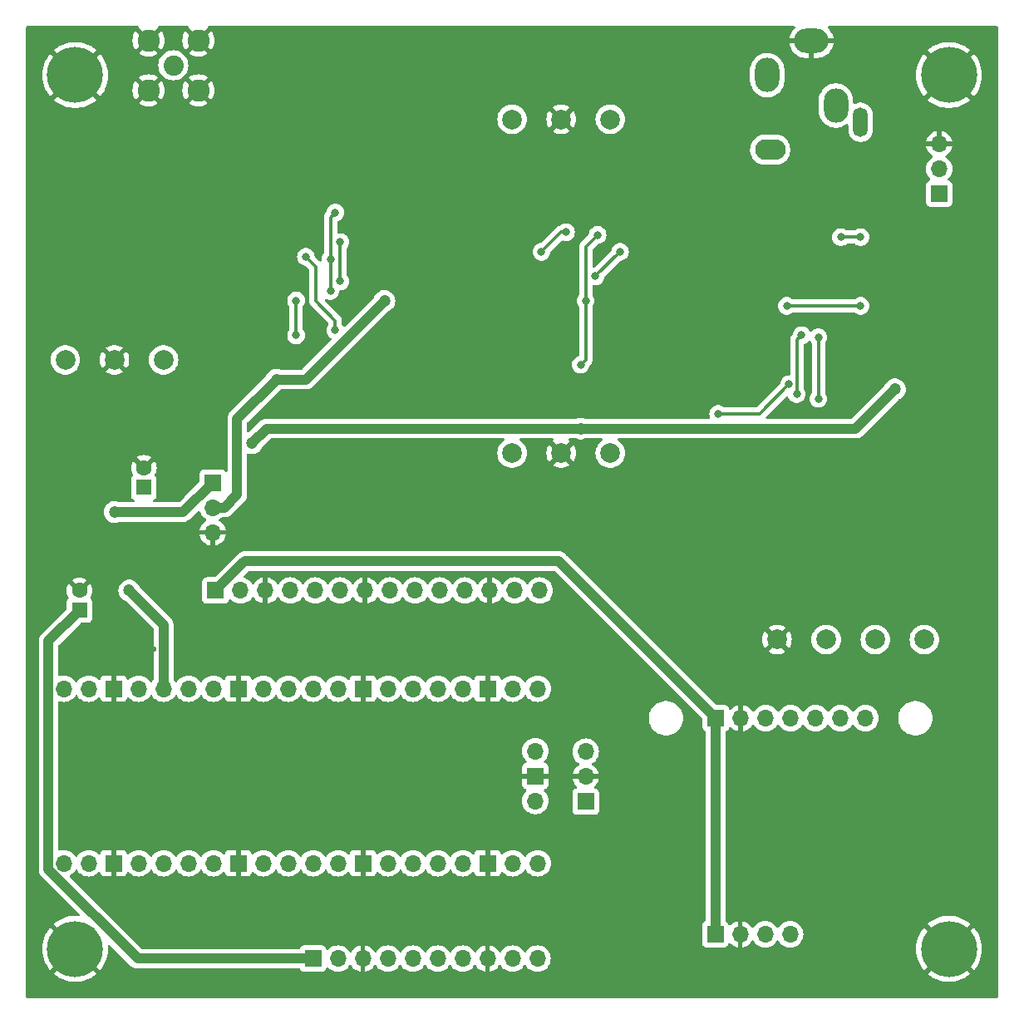
<source format=gbl>
G04 #@! TF.GenerationSoftware,KiCad,Pcbnew,8.0.8*
G04 #@! TF.CreationDate,2025-02-28T08:34:03-05:00*
G04 #@! TF.ProjectId,VWS_SDR,5657535f-5344-4522-9e6b-696361645f70,rev?*
G04 #@! TF.SameCoordinates,Original*
G04 #@! TF.FileFunction,Copper,L4,Bot*
G04 #@! TF.FilePolarity,Positive*
%FSLAX46Y46*%
G04 Gerber Fmt 4.6, Leading zero omitted, Abs format (unit mm)*
G04 Created by KiCad (PCBNEW 8.0.8) date 2025-02-28 08:34:03*
%MOMM*%
%LPD*%
G01*
G04 APERTURE LIST*
G04 #@! TA.AperFunction,ComponentPad*
%ADD10O,1.700000X1.700000*%
G04 #@! TD*
G04 #@! TA.AperFunction,ComponentPad*
%ADD11R,1.700000X1.700000*%
G04 #@! TD*
G04 #@! TA.AperFunction,ComponentPad*
%ADD12C,2.050000*%
G04 #@! TD*
G04 #@! TA.AperFunction,ComponentPad*
%ADD13C,2.250000*%
G04 #@! TD*
G04 #@! TA.AperFunction,ComponentPad*
%ADD14C,2.000000*%
G04 #@! TD*
G04 #@! TA.AperFunction,ComponentPad*
%ADD15C,5.700000*%
G04 #@! TD*
G04 #@! TA.AperFunction,ComponentPad*
%ADD16R,1.600000X1.600000*%
G04 #@! TD*
G04 #@! TA.AperFunction,ComponentPad*
%ADD17C,1.600000*%
G04 #@! TD*
G04 #@! TA.AperFunction,ComponentPad*
%ADD18O,1.500000X3.000000*%
G04 #@! TD*
G04 #@! TA.AperFunction,ComponentPad*
%ADD19O,2.500000X3.500000*%
G04 #@! TD*
G04 #@! TA.AperFunction,ComponentPad*
%ADD20O,3.500000X2.500000*%
G04 #@! TD*
G04 #@! TA.AperFunction,ComponentPad*
%ADD21O,3.100000X2.100000*%
G04 #@! TD*
G04 #@! TA.AperFunction,ViaPad*
%ADD22C,0.600000*%
G04 #@! TD*
G04 #@! TA.AperFunction,ViaPad*
%ADD23C,1.200000*%
G04 #@! TD*
G04 #@! TA.AperFunction,ViaPad*
%ADD24C,0.800000*%
G04 #@! TD*
G04 #@! TA.AperFunction,Conductor*
%ADD25C,1.000000*%
G04 #@! TD*
G04 #@! TA.AperFunction,Conductor*
%ADD26C,0.349300*%
G04 #@! TD*
G04 APERTURE END LIST*
D10*
X88340000Y-125280000D03*
X90880000Y-125280000D03*
D11*
X93420000Y-125280000D03*
D10*
X95960000Y-125280000D03*
X98500000Y-125280000D03*
X101040000Y-125280000D03*
X103580000Y-125280000D03*
D11*
X106120000Y-125280000D03*
D10*
X108660000Y-125280000D03*
X111200000Y-125280000D03*
X113740000Y-125280000D03*
X116280000Y-125280000D03*
D11*
X118820000Y-125280000D03*
D10*
X121360000Y-125280000D03*
X123900000Y-125280000D03*
X126440000Y-125280000D03*
X128980000Y-125280000D03*
D11*
X131520000Y-125280000D03*
D10*
X134060000Y-125280000D03*
X136600000Y-125280000D03*
X136600000Y-107500000D03*
X134060000Y-107500000D03*
D11*
X131520000Y-107500000D03*
D10*
X128980000Y-107500000D03*
X126440000Y-107500000D03*
X123900000Y-107500000D03*
X121360000Y-107500000D03*
D11*
X118820000Y-107500000D03*
D10*
X116280000Y-107500000D03*
X113740000Y-107500000D03*
X111200000Y-107500000D03*
X108660000Y-107500000D03*
D11*
X106120000Y-107500000D03*
D10*
X103580000Y-107500000D03*
X101040000Y-107500000D03*
X98500000Y-107500000D03*
X95960000Y-107500000D03*
D11*
X93420000Y-107500000D03*
D10*
X90880000Y-107500000D03*
X88340000Y-107500000D03*
X136370000Y-118930000D03*
D11*
X136370000Y-116390000D03*
D10*
X136370000Y-113850000D03*
D12*
X99500000Y-44000000D03*
D13*
X96960000Y-41460000D03*
X96960000Y-46540000D03*
X102040000Y-41460000D03*
X102040000Y-46540000D03*
D14*
X144000000Y-49500000D03*
D11*
X141500000Y-119000000D03*
D10*
X141500000Y-116460000D03*
X141500000Y-113920000D03*
D11*
X154760000Y-110500000D03*
D10*
X157300000Y-110500000D03*
X159840000Y-110500000D03*
X162380000Y-110500000D03*
X164920000Y-110500000D03*
X167460000Y-110500000D03*
X170000000Y-110500000D03*
D15*
X89500000Y-134000000D03*
D14*
X98500000Y-74000000D03*
X166000000Y-102500000D03*
D15*
X178500000Y-45000000D03*
D11*
X103800000Y-97500000D03*
D10*
X106340000Y-97500000D03*
X108880000Y-97500000D03*
X111420000Y-97500000D03*
X113960000Y-97500000D03*
X116500000Y-97500000D03*
X119040000Y-97500000D03*
X121580000Y-97500000D03*
X124120000Y-97500000D03*
X126660000Y-97500000D03*
X129200000Y-97500000D03*
X131740000Y-97500000D03*
X134280000Y-97500000D03*
X136820000Y-97500000D03*
D14*
X134000000Y-49500000D03*
D15*
X89500000Y-45000000D03*
D11*
X113720000Y-135000000D03*
D10*
X116260000Y-135000000D03*
X118800000Y-135000000D03*
X121340000Y-135000000D03*
X123880000Y-135000000D03*
X126420000Y-135000000D03*
X128960000Y-135000000D03*
X131500000Y-135000000D03*
X134040000Y-135000000D03*
X136580000Y-135000000D03*
D11*
X154700000Y-132500000D03*
D10*
X157240000Y-132500000D03*
X159780000Y-132500000D03*
X162320000Y-132500000D03*
D14*
X93500000Y-74000000D03*
X144000000Y-83500000D03*
D11*
X177500000Y-57080000D03*
D10*
X177500000Y-54540000D03*
X177500000Y-52000000D03*
D14*
X161000000Y-102500000D03*
X176000000Y-102500000D03*
X134000000Y-83500000D03*
X139000000Y-49500000D03*
D16*
X96500000Y-87000000D03*
D17*
X96500000Y-85000000D03*
D14*
X171000000Y-102500000D03*
X88500000Y-74000000D03*
D16*
X89937500Y-99500000D03*
D17*
X89937500Y-97500000D03*
D14*
X139000000Y-83500000D03*
D11*
X103500000Y-86500000D03*
D10*
X103500000Y-89040000D03*
X103500000Y-91580000D03*
D18*
X169500000Y-49800000D03*
D19*
X167000000Y-48100000D03*
D20*
X164500000Y-41500000D03*
D19*
X160000000Y-45000000D03*
D21*
X160300000Y-52600000D03*
D15*
X178500000Y-134000000D03*
D22*
X96500000Y-89500000D03*
D23*
X141000000Y-81000000D03*
X107500000Y-82500000D03*
X173000000Y-77000000D03*
X93500000Y-89500000D03*
D22*
X163845476Y-129655000D03*
X171465476Y-83935000D03*
X89500000Y-95000000D03*
X151145476Y-71235000D03*
X102885476Y-116955000D03*
X90185476Y-119495000D03*
X146065476Y-111875000D03*
X174005476Y-68695000D03*
X115585476Y-119495000D03*
X181625476Y-119495000D03*
X102885476Y-71235000D03*
X118125476Y-86475000D03*
X85105476Y-106795000D03*
X123205476Y-119495000D03*
X85105476Y-50915000D03*
X140985476Y-127115000D03*
X143525476Y-109335000D03*
X113045476Y-48375000D03*
X181625476Y-63615000D03*
X156225476Y-55995000D03*
X153685476Y-104255000D03*
X85105476Y-63615000D03*
X148605476Y-83935000D03*
X92725476Y-116955000D03*
X138445476Y-86475000D03*
X138445476Y-43295000D03*
X125745476Y-61075000D03*
X168925476Y-40755000D03*
X123205476Y-116955000D03*
X168925476Y-132195000D03*
X100345476Y-114415000D03*
X85105476Y-76315000D03*
X176545476Y-68695000D03*
X171465476Y-119495000D03*
X148605476Y-96635000D03*
X146065476Y-134735000D03*
X143525476Y-127115000D03*
X151145476Y-104255000D03*
X85105476Y-66155000D03*
X105425476Y-50915000D03*
X151145476Y-45835000D03*
X85105476Y-73775000D03*
X179085476Y-40755000D03*
X97805476Y-111875000D03*
X171465476Y-106795000D03*
X174005476Y-137275000D03*
X151145476Y-83935000D03*
X102885476Y-81395000D03*
X148605476Y-91555000D03*
X143525476Y-43295000D03*
X171465476Y-63615000D03*
X140985476Y-91555000D03*
X181625476Y-129655000D03*
X97805476Y-76315000D03*
X148605476Y-86475000D03*
X133365476Y-53455000D03*
X107965476Y-45835000D03*
X85105476Y-48375000D03*
X85105476Y-124575000D03*
X179085476Y-101715000D03*
X153685476Y-134735000D03*
X125500000Y-87000000D03*
X174005476Y-127115000D03*
X95265476Y-68695000D03*
X115585476Y-48375000D03*
X174005476Y-134735000D03*
X95265476Y-48375000D03*
X85105476Y-109335000D03*
X169000000Y-98000000D03*
X133365476Y-91555000D03*
X130825476Y-101715000D03*
X171465476Y-89015000D03*
X115585476Y-53455000D03*
X113045476Y-119495000D03*
X146065476Y-96635000D03*
X87645476Y-53455000D03*
X171465476Y-53455000D03*
X146065476Y-50915000D03*
X181625476Y-94095000D03*
X113045476Y-50915000D03*
X97805476Y-55995000D03*
X161305476Y-106795000D03*
X161305476Y-124575000D03*
X97805476Y-109335000D03*
X166385476Y-134735000D03*
X85105476Y-91555000D03*
X171465476Y-127115000D03*
X107965476Y-58535000D03*
X125745476Y-119495000D03*
X176545476Y-91555000D03*
X163845476Y-86475000D03*
X115000000Y-103000000D03*
X181625476Y-101715000D03*
X125745476Y-40755000D03*
X181625476Y-76315000D03*
X146065476Y-99175000D03*
X176545476Y-116955000D03*
X151145476Y-58535000D03*
X161305476Y-86475000D03*
X153685476Y-91555000D03*
X179085476Y-104255000D03*
X102885476Y-119495000D03*
X153685476Y-43295000D03*
X91000000Y-63000000D03*
X171465476Y-132195000D03*
X128285476Y-83935000D03*
X179085476Y-96635000D03*
X171465476Y-45835000D03*
X156225476Y-124575000D03*
X148605476Y-101715000D03*
X171465476Y-91555000D03*
X92725476Y-111875000D03*
X135905476Y-45835000D03*
X173500000Y-102000000D03*
X130825476Y-43295000D03*
X128285476Y-53455000D03*
X90185476Y-114415000D03*
X181625476Y-122035000D03*
X148605476Y-114415000D03*
X130825476Y-129655000D03*
X135905476Y-91555000D03*
X148605476Y-99175000D03*
X171465476Y-81395000D03*
X163845476Y-116955000D03*
X110505476Y-43295000D03*
X123205476Y-111875000D03*
X166385476Y-127115000D03*
X166385476Y-119495000D03*
X179085476Y-66155000D03*
X133365476Y-89015000D03*
X158765476Y-91555000D03*
X179085476Y-124575000D03*
X181625476Y-55995000D03*
X138445476Y-106795000D03*
X163845476Y-137275000D03*
X110505476Y-91555000D03*
X100345476Y-68695000D03*
X171465476Y-94095000D03*
X120000000Y-131000000D03*
X179085476Y-73775000D03*
X102885476Y-53455000D03*
X181625476Y-109335000D03*
X148605476Y-116955000D03*
X174005476Y-119495000D03*
X153685476Y-99175000D03*
X179085476Y-78855000D03*
X146065476Y-127115000D03*
X102885476Y-83935000D03*
X123205476Y-71235000D03*
X158765476Y-89015000D03*
X168925476Y-86475000D03*
X151145476Y-114415000D03*
X95265476Y-116955000D03*
X151145476Y-129655000D03*
X110505476Y-111875000D03*
X153685476Y-86475000D03*
X146065476Y-106795000D03*
X146065476Y-83935000D03*
X90185476Y-50915000D03*
X87645476Y-129655000D03*
X135905476Y-86475000D03*
X168925476Y-114415000D03*
X125745476Y-114415000D03*
X87645476Y-78855000D03*
X113045476Y-111875000D03*
X130825476Y-40755000D03*
X105425476Y-114415000D03*
X110505476Y-119495000D03*
X174005476Y-86475000D03*
X91000000Y-67000000D03*
X171465476Y-129655000D03*
X156225476Y-119495000D03*
X128285476Y-43295000D03*
X158765476Y-55995000D03*
X161305476Y-129655000D03*
X125745476Y-111875000D03*
X128285476Y-48375000D03*
X153685476Y-96635000D03*
X171465476Y-137275000D03*
X179085476Y-83935000D03*
X181625476Y-50915000D03*
X120665476Y-40755000D03*
X100500000Y-103500000D03*
X123500000Y-85000000D03*
X179085476Y-119495000D03*
X179085476Y-116955000D03*
X161305476Y-137275000D03*
X181625476Y-68695000D03*
X174005476Y-53455000D03*
X90000000Y-103500000D03*
X143525476Y-129655000D03*
X105425476Y-53455000D03*
X138445476Y-73775000D03*
X156225476Y-45835000D03*
X148605476Y-66155000D03*
X151145476Y-119495000D03*
X107965476Y-129655000D03*
X161305476Y-55995000D03*
X163845476Y-119495000D03*
X138445476Y-40755000D03*
X174005476Y-124575000D03*
X179085476Y-61075000D03*
X132500000Y-131000000D03*
X118125476Y-111875000D03*
X143525476Y-104255000D03*
X171465476Y-111875000D03*
X168925476Y-122035000D03*
X123205476Y-114415000D03*
X151145476Y-40755000D03*
X176545476Y-83935000D03*
X163845476Y-101715000D03*
X135905476Y-43295000D03*
X120665476Y-111875000D03*
X95265476Y-71235000D03*
X176545476Y-78855000D03*
X97000000Y-93500000D03*
X133365476Y-111875000D03*
X90185476Y-109335000D03*
X128285476Y-50915000D03*
X115585476Y-116955000D03*
X100345476Y-111875000D03*
X89500000Y-91000000D03*
X156225476Y-99175000D03*
X156225476Y-53455000D03*
X100345476Y-83935000D03*
X143525476Y-91555000D03*
X158765476Y-124575000D03*
X85105476Y-96635000D03*
X146065476Y-48375000D03*
X113045476Y-91555000D03*
X107965476Y-55995000D03*
X163845476Y-122035000D03*
X113045476Y-101715000D03*
X125745476Y-50915000D03*
X166385476Y-129655000D03*
X92725476Y-101715000D03*
X135905476Y-109335000D03*
X181625476Y-104255000D03*
X105425476Y-76315000D03*
X148605476Y-53455000D03*
X156225476Y-106795000D03*
D24*
X166500000Y-73000000D03*
D22*
X85105476Y-111875000D03*
X171465476Y-68695000D03*
X161305476Y-114415000D03*
X138445476Y-101715000D03*
X151145476Y-73775000D03*
X156225476Y-116955000D03*
X181625476Y-106795000D03*
X102885476Y-68695000D03*
X140985476Y-83935000D03*
X113045476Y-109335000D03*
X92725476Y-40755000D03*
X148605476Y-48375000D03*
X140985476Y-40755000D03*
X146065476Y-43295000D03*
X143525476Y-119495000D03*
X123205476Y-61075000D03*
X166385476Y-89015000D03*
X120665476Y-114415000D03*
X107965476Y-109335000D03*
X176545476Y-122035000D03*
X107965476Y-50915000D03*
X85105476Y-119495000D03*
X120665476Y-109335000D03*
X130825476Y-119495000D03*
X181625476Y-86475000D03*
X158765476Y-114415000D03*
X87645476Y-76315000D03*
X161305476Y-99175000D03*
X100345476Y-78855000D03*
X85105476Y-81395000D03*
X95265476Y-114415000D03*
X114500000Y-131000000D03*
X97805476Y-116955000D03*
X113045476Y-43295000D03*
X95265476Y-76315000D03*
X120665476Y-91555000D03*
X100345476Y-58535000D03*
X174005476Y-114415000D03*
X100345476Y-109335000D03*
X135905476Y-40755000D03*
X95265476Y-111875000D03*
X166385476Y-86475000D03*
X148605476Y-89015000D03*
X133365476Y-114415000D03*
X153685476Y-53455000D03*
X163845476Y-104255000D03*
X138445476Y-99175000D03*
X100345476Y-71235000D03*
X102885476Y-55995000D03*
X179085476Y-91555000D03*
X133365476Y-40755000D03*
X146065476Y-45835000D03*
X151145476Y-91555000D03*
X138445476Y-45835000D03*
X85105476Y-58535000D03*
X92725476Y-114415000D03*
X161305476Y-40755000D03*
X171465476Y-50915000D03*
X123205476Y-48375000D03*
X166385476Y-50915000D03*
X176545476Y-124575000D03*
X148605476Y-40755000D03*
X102885476Y-94095000D03*
X85105476Y-137275000D03*
X107965476Y-119495000D03*
X100345476Y-119495000D03*
X158765476Y-99175000D03*
X85105476Y-53455000D03*
X174005476Y-89015000D03*
X158765476Y-48375000D03*
X151145476Y-96635000D03*
X158765476Y-122035000D03*
X118125476Y-45835000D03*
X156225476Y-43295000D03*
X143525476Y-134735000D03*
X176545476Y-99175000D03*
X121500000Y-83000000D03*
X148605476Y-73775000D03*
X146065476Y-129655000D03*
X174005476Y-129655000D03*
X176545476Y-127115000D03*
X110505476Y-40755000D03*
X123205476Y-50915000D03*
X107965476Y-40755000D03*
X97805476Y-114415000D03*
X174005476Y-40755000D03*
X118125476Y-109335000D03*
X158765476Y-86475000D03*
X174005476Y-66155000D03*
X179085476Y-99175000D03*
X148605476Y-50915000D03*
X100345476Y-55995000D03*
X115585476Y-50915000D03*
X181625476Y-71235000D03*
X174005476Y-122035000D03*
X181625476Y-96635000D03*
X102885476Y-58535000D03*
X174005476Y-61075000D03*
X140985476Y-111875000D03*
X133000000Y-100500000D03*
X100345476Y-66155000D03*
X148605476Y-45835000D03*
X85105476Y-45835000D03*
X128285476Y-45835000D03*
X151145476Y-48375000D03*
X156225476Y-104255000D03*
X138445476Y-124575000D03*
X110505476Y-53455000D03*
X179085476Y-122035000D03*
X138445476Y-104255000D03*
X166385476Y-53455000D03*
X148605476Y-55995000D03*
X146065476Y-114415000D03*
X138445476Y-127115000D03*
X153685476Y-50915000D03*
X143525476Y-124575000D03*
X140985476Y-104255000D03*
X102885476Y-76315000D03*
X105425476Y-45835000D03*
X143525476Y-114415000D03*
X120665476Y-53455000D03*
X140985476Y-48375000D03*
X158765476Y-96635000D03*
X85105476Y-89015000D03*
X105425476Y-58535000D03*
X123205476Y-58535000D03*
X156225476Y-50915000D03*
X110505476Y-109335000D03*
X85105476Y-134735000D03*
X85105476Y-40755000D03*
X148605476Y-127115000D03*
X176545476Y-129655000D03*
X153685476Y-40755000D03*
X135905476Y-48375000D03*
X179085476Y-106795000D03*
X156225476Y-86475000D03*
X168925476Y-127115000D03*
X174005476Y-96635000D03*
X123205476Y-109335000D03*
X140985476Y-86475000D03*
X143525476Y-89015000D03*
X166385476Y-106795000D03*
X181625476Y-127115000D03*
X156225476Y-96635000D03*
X168925476Y-134735000D03*
X148605476Y-61075000D03*
X174005476Y-104255000D03*
X151145476Y-127115000D03*
X130825476Y-86475000D03*
X113045476Y-114415000D03*
X146065476Y-132195000D03*
X174005476Y-45835000D03*
X97805476Y-50915000D03*
X168925476Y-119495000D03*
X113045476Y-53455000D03*
X158765476Y-101715000D03*
X140985476Y-89015000D03*
X171000000Y-100000000D03*
X107965476Y-116955000D03*
X130825476Y-45835000D03*
X143525476Y-86475000D03*
X92725476Y-137275000D03*
X181625476Y-66155000D03*
X140985476Y-45835000D03*
X179085476Y-127115000D03*
X123205476Y-45835000D03*
X130825476Y-61075000D03*
X161305476Y-48375000D03*
X148605476Y-134735000D03*
X128285476Y-116955000D03*
X130825476Y-116955000D03*
X174005476Y-58535000D03*
X176545476Y-86475000D03*
X181625476Y-137275000D03*
X143525476Y-106795000D03*
X181625476Y-58535000D03*
X135905476Y-111875000D03*
X102885476Y-109335000D03*
X113045476Y-116955000D03*
X146065476Y-89015000D03*
X179085476Y-89015000D03*
X153685476Y-58535000D03*
X105425476Y-111875000D03*
X181625476Y-48375000D03*
X115585476Y-114415000D03*
X120665476Y-48375000D03*
X110505476Y-55995000D03*
X128285476Y-109335000D03*
X110505476Y-78855000D03*
X118125476Y-132195000D03*
X125745476Y-53455000D03*
X179085476Y-68695000D03*
X99000000Y-62500000D03*
X95265476Y-129655000D03*
X85105476Y-94095000D03*
X156225476Y-48375000D03*
X151145476Y-86475000D03*
X153685476Y-48375000D03*
X102885476Y-73775000D03*
X176545476Y-71235000D03*
X92725476Y-78855000D03*
X151145476Y-101715000D03*
X171465476Y-66155000D03*
X90185476Y-40755000D03*
X151145476Y-68695000D03*
X135905476Y-50915000D03*
X176545476Y-114415000D03*
X105425476Y-91555000D03*
X161305476Y-91555000D03*
X100345476Y-76315000D03*
X105425476Y-55995000D03*
X97805476Y-137275000D03*
X130825476Y-99175000D03*
X146065476Y-53455000D03*
X100345476Y-61075000D03*
X87645476Y-40755000D03*
X151145476Y-116955000D03*
X102885476Y-111875000D03*
X115500000Y-77000000D03*
X140985476Y-132195000D03*
X176545476Y-94095000D03*
X130825476Y-111875000D03*
X85105476Y-55995000D03*
X158765476Y-127115000D03*
X97000000Y-63000000D03*
X151145476Y-89015000D03*
X100345476Y-101715000D03*
X120665476Y-50915000D03*
X138445476Y-129655000D03*
X163845476Y-124575000D03*
X166385476Y-137275000D03*
X166385476Y-55995000D03*
X130825476Y-114415000D03*
X87645476Y-50915000D03*
X174005476Y-83935000D03*
X146065476Y-109335000D03*
X151145476Y-76315000D03*
X158765476Y-40755000D03*
X181625476Y-91555000D03*
X179085476Y-81395000D03*
X130825476Y-83935000D03*
X130825476Y-132195000D03*
X163845476Y-106795000D03*
X166385476Y-114415000D03*
X85105476Y-78855000D03*
X176545476Y-63615000D03*
X168925476Y-89015000D03*
X95265476Y-50915000D03*
X105425476Y-109335000D03*
X148605476Y-124575000D03*
X181625476Y-89015000D03*
X166385476Y-116955000D03*
X95265476Y-109335000D03*
X140985476Y-129655000D03*
X125745476Y-116955000D03*
X143525476Y-96635000D03*
X133365476Y-116955000D03*
X100345476Y-73775000D03*
X168925476Y-91555000D03*
X176545476Y-106795000D03*
X107965476Y-111875000D03*
X174005476Y-116955000D03*
X174005476Y-94095000D03*
X179085476Y-109335000D03*
X140985476Y-124575000D03*
X102885476Y-63615000D03*
X176545476Y-76315000D03*
X130825476Y-73775000D03*
X128285476Y-61075000D03*
X176545476Y-89015000D03*
X181625476Y-124575000D03*
X128285476Y-119495000D03*
X148605476Y-129655000D03*
X151145476Y-50915000D03*
X107965476Y-48375000D03*
X130825476Y-48375000D03*
X105425476Y-116955000D03*
X161305476Y-96635000D03*
X115585476Y-43295000D03*
X118125476Y-53455000D03*
X153685476Y-89015000D03*
X181625476Y-40755000D03*
X105425476Y-48375000D03*
X153685476Y-101715000D03*
X138445476Y-91555000D03*
X151145476Y-53455000D03*
X113045476Y-40755000D03*
X140985476Y-106795000D03*
X181625476Y-73775000D03*
X176545476Y-61075000D03*
X123205476Y-40755000D03*
X90185476Y-116955000D03*
X179085476Y-94095000D03*
X140985476Y-109335000D03*
X107965476Y-43295000D03*
X176545476Y-66155000D03*
X174005476Y-81395000D03*
X113045476Y-129655000D03*
X130825476Y-68695000D03*
X107000000Y-103000000D03*
X127500000Y-89000000D03*
X158765476Y-104255000D03*
X151145476Y-99175000D03*
X153685476Y-45835000D03*
X166385476Y-132195000D03*
X115585476Y-109335000D03*
X105425476Y-101715000D03*
X146065476Y-40755000D03*
X123205476Y-43295000D03*
X181625476Y-116955000D03*
X148605476Y-68695000D03*
X133365476Y-119495000D03*
X151145476Y-55995000D03*
X94000000Y-67000000D03*
X176545476Y-81395000D03*
X138445476Y-132195000D03*
X100345476Y-86475000D03*
X143525476Y-45835000D03*
X171465476Y-116955000D03*
X95265476Y-119495000D03*
X85105476Y-132195000D03*
X120000000Y-103000000D03*
X85105476Y-127115000D03*
X85105476Y-116955000D03*
X143525476Y-53455000D03*
X146065476Y-86475000D03*
X113045476Y-45835000D03*
X156225476Y-122035000D03*
X174005476Y-132195000D03*
X128285476Y-111875000D03*
X118125476Y-114415000D03*
X95265476Y-43295000D03*
X85105476Y-99175000D03*
X102885476Y-78855000D03*
X171465476Y-122035000D03*
X161305476Y-89015000D03*
X92725476Y-119495000D03*
X156225476Y-89015000D03*
X166385476Y-124575000D03*
X105425476Y-40755000D03*
X143525476Y-132195000D03*
X167000000Y-96000000D03*
X118125476Y-89015000D03*
X174005476Y-91555000D03*
X171465476Y-86475000D03*
X176545476Y-73775000D03*
X120665476Y-45835000D03*
X120665476Y-116955000D03*
X125745476Y-45835000D03*
X171465476Y-124575000D03*
X133365476Y-61075000D03*
X179085476Y-114415000D03*
X179085476Y-111875000D03*
X181625476Y-83935000D03*
X146065476Y-124575000D03*
X148605476Y-119495000D03*
X102885476Y-114415000D03*
X138445476Y-111875000D03*
X181625476Y-53455000D03*
X179085476Y-86475000D03*
X92725476Y-109335000D03*
X163845476Y-89015000D03*
X110505476Y-48375000D03*
X171465476Y-134735000D03*
X95265476Y-81395000D03*
X85105476Y-61075000D03*
X85105476Y-101715000D03*
X100345476Y-81395000D03*
X128285476Y-40755000D03*
X171465476Y-61075000D03*
X97805476Y-81395000D03*
X181625476Y-78855000D03*
X107000000Y-100500000D03*
X120000000Y-100500000D03*
X92725476Y-71235000D03*
X140985476Y-43295000D03*
X102885476Y-61075000D03*
X85105476Y-122035000D03*
X130825476Y-91555000D03*
X97805476Y-78855000D03*
X128285476Y-114415000D03*
X168500000Y-103000000D03*
X133365476Y-45835000D03*
X107965476Y-53455000D03*
X133365476Y-109335000D03*
X87645476Y-81395000D03*
X85105476Y-43295000D03*
X143525476Y-111875000D03*
X95265476Y-137275000D03*
X146065476Y-116955000D03*
X143525476Y-40755000D03*
X151145476Y-132195000D03*
X130825476Y-109335000D03*
X94000000Y-63000000D03*
X123205476Y-73775000D03*
X115585476Y-111875000D03*
X138445476Y-109335000D03*
X92725476Y-76315000D03*
X181625476Y-114415000D03*
X115585476Y-45835000D03*
X117500000Y-79000000D03*
X161305476Y-116955000D03*
X140985476Y-134735000D03*
X118125476Y-129655000D03*
X158765476Y-106795000D03*
X90185476Y-111875000D03*
X85105476Y-71235000D03*
X146065476Y-91555000D03*
X151145476Y-43295000D03*
X97500000Y-103500000D03*
X125745476Y-43295000D03*
X118125476Y-119495000D03*
X118125476Y-40755000D03*
X153685476Y-106795000D03*
X95000000Y-103500000D03*
X135905476Y-53455000D03*
X163845476Y-134735000D03*
X179085476Y-76315000D03*
X171465476Y-43295000D03*
X105425476Y-43295000D03*
X120665476Y-119495000D03*
X158765476Y-116955000D03*
X171465476Y-40755000D03*
X156225476Y-40755000D03*
X100345476Y-99175000D03*
X120665476Y-43295000D03*
X85105476Y-86475000D03*
X156225476Y-101715000D03*
X138445476Y-134735000D03*
X110505476Y-116955000D03*
X85105476Y-129655000D03*
X146065476Y-119495000D03*
X168925476Y-129655000D03*
X118125476Y-91555000D03*
X168925476Y-116955000D03*
X163845476Y-127115000D03*
X151145476Y-61075000D03*
X92500000Y-103500000D03*
X166385476Y-122035000D03*
X95265476Y-78855000D03*
X168925476Y-124575000D03*
X118125476Y-101715000D03*
X176545476Y-96635000D03*
X123205476Y-53455000D03*
X92725476Y-81395000D03*
X156225476Y-114415000D03*
X118125476Y-43295000D03*
X148605476Y-71235000D03*
X181625476Y-99175000D03*
X133365476Y-43295000D03*
X125745476Y-109335000D03*
X148605476Y-43295000D03*
X135905476Y-89015000D03*
X165000000Y-94000000D03*
X174005476Y-63615000D03*
X85105476Y-68695000D03*
X93500000Y-59000000D03*
X105425476Y-119495000D03*
X148605476Y-76315000D03*
X85105476Y-104255000D03*
X179085476Y-129655000D03*
X118125476Y-116955000D03*
X151145476Y-134735000D03*
X102885476Y-66155000D03*
X92725476Y-48375000D03*
X110505476Y-114415000D03*
X179085476Y-71235000D03*
X161305476Y-127115000D03*
X161305476Y-119495000D03*
X110505476Y-50915000D03*
X135905476Y-83935000D03*
X100345476Y-116955000D03*
X107965476Y-114415000D03*
X110505476Y-45835000D03*
X179085476Y-63615000D03*
X133000000Y-103000000D03*
X113045476Y-132195000D03*
X102885476Y-50915000D03*
X158765476Y-119495000D03*
X148605476Y-58535000D03*
X176545476Y-119495000D03*
X174005476Y-43295000D03*
X115000000Y-100500000D03*
X138445476Y-89015000D03*
X181625476Y-81395000D03*
X153685476Y-55995000D03*
X125745476Y-48375000D03*
X143525476Y-116955000D03*
X120665476Y-89015000D03*
X118125476Y-48375000D03*
X140985476Y-101715000D03*
X156225476Y-134735000D03*
X118125476Y-99175000D03*
X163845476Y-99175000D03*
X174005476Y-48375000D03*
X133365476Y-86475000D03*
X171465476Y-114415000D03*
X118125476Y-50915000D03*
X85105476Y-83935000D03*
X181625476Y-61075000D03*
X176545476Y-40755000D03*
X148605476Y-132195000D03*
X168925476Y-137275000D03*
X156225476Y-91555000D03*
X168925476Y-43295000D03*
X163845476Y-114415000D03*
X181625476Y-111875000D03*
X97805476Y-119495000D03*
X115585476Y-40755000D03*
X95265476Y-101715000D03*
X123205476Y-91555000D03*
X85105476Y-114415000D03*
X107965476Y-91555000D03*
X161305476Y-122035000D03*
X92725476Y-50915000D03*
D24*
X116500000Y-66000000D03*
X116500000Y-62000000D03*
X142718750Y-61281250D03*
X141000000Y-74500000D03*
X137000000Y-63000000D03*
X139500000Y-61000000D03*
X141500000Y-68000000D03*
X169500000Y-61500000D03*
X167500000Y-61500000D03*
X162225350Y-76500000D03*
X155000000Y-79500000D03*
X163000000Y-77500000D03*
X163500000Y-71500000D03*
X162000000Y-68500000D03*
X169500000Y-68500000D03*
D23*
X95000000Y-97500000D03*
X110000000Y-76000000D03*
X121000000Y-68000000D03*
D24*
X112000000Y-67962451D03*
X112000000Y-71500000D03*
X116000000Y-71000000D03*
X113000000Y-63500000D03*
X116000000Y-59000000D03*
X115500000Y-67000000D03*
X115500000Y-63725350D03*
X142500000Y-65500000D03*
X145000000Y-63000000D03*
X165202239Y-71702239D03*
X165202239Y-77976889D03*
D25*
X113720000Y-135000000D02*
X95867968Y-135000000D01*
X96500000Y-89500000D02*
X93500000Y-89500000D01*
X107500000Y-82500000D02*
X109000000Y-81000000D01*
X109000000Y-81000000D02*
X119500000Y-81000000D01*
X86790000Y-125922032D02*
X86790000Y-102647500D01*
X86790000Y-102647500D02*
X89937500Y-99500000D01*
X119500000Y-81000000D02*
X141000000Y-81000000D01*
X103500000Y-86500000D02*
X100500000Y-89500000D01*
X100500000Y-89500000D02*
X96500000Y-89500000D01*
X141000000Y-81000000D02*
X169000000Y-81000000D01*
X95867968Y-135000000D02*
X86790000Y-125922032D01*
X169000000Y-81000000D02*
X173000000Y-77000000D01*
D26*
X116500000Y-66000000D02*
X116500000Y-62000000D01*
X141500000Y-74000000D02*
X141000000Y-74500000D01*
X141500000Y-68000000D02*
X141500000Y-62500000D01*
X141500000Y-68000000D02*
X141500000Y-74000000D01*
X137000000Y-63000000D02*
X139000000Y-61000000D01*
X141500000Y-62500000D02*
X142718750Y-61281250D01*
X139000000Y-61000000D02*
X139500000Y-61000000D01*
X167500000Y-61500000D02*
X169500000Y-61500000D01*
X159225350Y-79500000D02*
X162225350Y-76500000D01*
X155000000Y-79500000D02*
X159225350Y-79500000D01*
X163000000Y-72000000D02*
X163000000Y-77500000D01*
X163500000Y-71500000D02*
X163000000Y-72000000D01*
X169500000Y-68500000D02*
X162000000Y-68500000D01*
D25*
X98500000Y-101000000D02*
X95000000Y-97500000D01*
X98500000Y-107500000D02*
X98500000Y-101000000D01*
X113000000Y-76000000D02*
X113750000Y-75250000D01*
X110000000Y-76000000D02*
X113000000Y-76000000D01*
X110000000Y-76000000D02*
X106000000Y-80000000D01*
X138760000Y-94500000D02*
X106800000Y-94500000D01*
X154760000Y-110500000D02*
X154760000Y-132440000D01*
X103800000Y-97500000D02*
X106515000Y-94785000D01*
X113750000Y-75250000D02*
X121000000Y-68000000D01*
X106000000Y-80000000D02*
X106000000Y-87742081D01*
X106800000Y-94500000D02*
X106515000Y-94785000D01*
X154760000Y-110500000D02*
X138760000Y-94500000D01*
X154760000Y-132440000D02*
X154700000Y-132500000D01*
X106000000Y-87742081D02*
X104702081Y-89040000D01*
X104702081Y-89040000D02*
X103500000Y-89040000D01*
D26*
X112000000Y-71500000D02*
X112000000Y-67962451D01*
X116000000Y-70000000D02*
X114000000Y-68000000D01*
X114000000Y-68000000D02*
X114000000Y-64500000D01*
X116000000Y-71000000D02*
X116000000Y-70000000D01*
X114000000Y-64500000D02*
X113000000Y-63500000D01*
X115500000Y-63725350D02*
X115500000Y-59500000D01*
X115500000Y-59500000D02*
X116000000Y-59000000D01*
X115500000Y-67000000D02*
X115500000Y-63725350D01*
X142500000Y-65500000D02*
X145000000Y-63000000D01*
X165202239Y-77976889D02*
X165202239Y-71702239D01*
G04 #@! TA.AperFunction,Conductor*
G36*
X95941818Y-40020185D02*
G01*
X95987573Y-40072989D01*
X95998683Y-40129371D01*
X95998086Y-40144533D01*
X96559438Y-40705884D01*
X96557374Y-40706740D01*
X96418156Y-40799762D01*
X96299762Y-40918156D01*
X96206740Y-41057374D01*
X96205884Y-41059438D01*
X95644533Y-40498087D01*
X95641280Y-40501897D01*
X95507636Y-40719984D01*
X95507634Y-40719987D01*
X95409752Y-40956297D01*
X95350042Y-41205010D01*
X95329975Y-41460000D01*
X95350042Y-41714989D01*
X95409752Y-41963702D01*
X95507634Y-42200012D01*
X95507636Y-42200015D01*
X95641275Y-42418095D01*
X95641286Y-42418110D01*
X95644533Y-42421911D01*
X95644535Y-42421911D01*
X96205884Y-41860561D01*
X96206740Y-41862626D01*
X96299762Y-42001844D01*
X96418156Y-42120238D01*
X96557374Y-42213260D01*
X96559437Y-42214114D01*
X95998087Y-42775464D01*
X95998087Y-42775465D01*
X96001888Y-42778712D01*
X96001898Y-42778719D01*
X96219984Y-42912363D01*
X96219987Y-42912365D01*
X96456297Y-43010247D01*
X96705011Y-43069957D01*
X96705010Y-43069957D01*
X96960000Y-43090024D01*
X97214989Y-43069957D01*
X97463702Y-43010247D01*
X97700012Y-42912365D01*
X97700015Y-42912363D01*
X97918103Y-42778719D01*
X97921912Y-42775464D01*
X97360562Y-42214114D01*
X97362626Y-42213260D01*
X97501844Y-42120238D01*
X97620238Y-42001844D01*
X97713260Y-41862626D01*
X97714114Y-41860562D01*
X98275464Y-42421912D01*
X98278719Y-42418103D01*
X98412363Y-42200015D01*
X98412365Y-42200012D01*
X98510247Y-41963702D01*
X98569957Y-41714989D01*
X98590024Y-41460000D01*
X98569957Y-41205010D01*
X98510247Y-40956297D01*
X98412365Y-40719987D01*
X98412363Y-40719984D01*
X98278719Y-40501898D01*
X98278712Y-40501888D01*
X98275465Y-40498087D01*
X98275464Y-40498087D01*
X97714114Y-41059437D01*
X97713260Y-41057374D01*
X97620238Y-40918156D01*
X97501844Y-40799762D01*
X97362626Y-40706740D01*
X97360561Y-40705884D01*
X97921911Y-40144535D01*
X97921316Y-40129364D01*
X97938356Y-40061604D01*
X97989325Y-40013813D01*
X98045221Y-40000500D01*
X100954779Y-40000500D01*
X101021818Y-40020185D01*
X101067573Y-40072989D01*
X101078683Y-40129371D01*
X101078086Y-40144533D01*
X101639438Y-40705884D01*
X101637374Y-40706740D01*
X101498156Y-40799762D01*
X101379762Y-40918156D01*
X101286740Y-41057374D01*
X101285885Y-41059438D01*
X100724534Y-40498087D01*
X100721280Y-40501897D01*
X100587636Y-40719984D01*
X100587634Y-40719987D01*
X100489752Y-40956297D01*
X100430042Y-41205010D01*
X100409975Y-41460000D01*
X100430042Y-41714989D01*
X100489752Y-41963702D01*
X100587634Y-42200012D01*
X100587636Y-42200015D01*
X100721275Y-42418095D01*
X100721286Y-42418110D01*
X100724533Y-42421911D01*
X100724535Y-42421911D01*
X101285884Y-41860561D01*
X101286740Y-41862626D01*
X101379762Y-42001844D01*
X101498156Y-42120238D01*
X101637374Y-42213260D01*
X101639437Y-42214114D01*
X101078087Y-42775464D01*
X101078087Y-42775465D01*
X101081888Y-42778712D01*
X101081898Y-42778719D01*
X101299984Y-42912363D01*
X101299987Y-42912365D01*
X101536297Y-43010247D01*
X101785011Y-43069957D01*
X101785010Y-43069957D01*
X102040000Y-43090024D01*
X102294989Y-43069957D01*
X102543702Y-43010247D01*
X102780012Y-42912365D01*
X102780015Y-42912363D01*
X102998103Y-42778719D01*
X103001912Y-42775464D01*
X102440562Y-42214114D01*
X102442626Y-42213260D01*
X102581844Y-42120238D01*
X102700238Y-42001844D01*
X102793260Y-41862626D01*
X102794114Y-41860562D01*
X103355464Y-42421912D01*
X103358719Y-42418103D01*
X103492363Y-42200015D01*
X103492365Y-42200012D01*
X103590247Y-41963702D01*
X103649957Y-41714989D01*
X103670024Y-41460000D01*
X103649957Y-41205010D01*
X103590247Y-40956297D01*
X103492365Y-40719987D01*
X103492363Y-40719984D01*
X103358719Y-40501898D01*
X103358712Y-40501888D01*
X103355465Y-40498087D01*
X103355464Y-40498087D01*
X102794114Y-41059437D01*
X102793260Y-41057374D01*
X102700238Y-40918156D01*
X102581844Y-40799762D01*
X102442626Y-40706740D01*
X102440561Y-40705884D01*
X103001911Y-40144535D01*
X103001316Y-40129364D01*
X103018356Y-40061604D01*
X103069325Y-40013813D01*
X103125221Y-40000500D01*
X162725263Y-40000500D01*
X162792302Y-40020185D01*
X162838057Y-40072989D01*
X162848001Y-40142147D01*
X162818976Y-40205703D01*
X162812944Y-40212181D01*
X162681461Y-40343663D01*
X162681455Y-40343670D01*
X162541809Y-40525661D01*
X162427108Y-40724328D01*
X162427102Y-40724340D01*
X162339318Y-40936269D01*
X162279942Y-41157862D01*
X162267811Y-41249999D01*
X162267812Y-41250000D01*
X163566988Y-41250000D01*
X163534075Y-41307007D01*
X163500000Y-41434174D01*
X163500000Y-41565826D01*
X163534075Y-41692993D01*
X163566988Y-41750000D01*
X162267812Y-41750000D01*
X162279942Y-41842137D01*
X162339318Y-42063730D01*
X162427102Y-42275659D01*
X162427106Y-42275668D01*
X162541809Y-42474338D01*
X162681455Y-42656329D01*
X162681461Y-42656336D01*
X162843663Y-42818538D01*
X162843670Y-42818544D01*
X163025661Y-42958190D01*
X163224331Y-43072893D01*
X163224340Y-43072897D01*
X163436269Y-43160681D01*
X163657862Y-43220057D01*
X163885289Y-43249998D01*
X163885306Y-43250000D01*
X164250000Y-43250000D01*
X164250000Y-42000000D01*
X164750000Y-42000000D01*
X164750000Y-43250000D01*
X165114694Y-43250000D01*
X165114710Y-43249998D01*
X165342137Y-43220057D01*
X165563730Y-43160681D01*
X165775659Y-43072897D01*
X165775668Y-43072893D01*
X165974338Y-42958190D01*
X166156329Y-42818544D01*
X166156336Y-42818538D01*
X166318538Y-42656336D01*
X166318544Y-42656329D01*
X166458190Y-42474338D01*
X166572893Y-42275668D01*
X166572897Y-42275659D01*
X166660681Y-42063730D01*
X166720057Y-41842137D01*
X166732188Y-41750000D01*
X165433012Y-41750000D01*
X165465925Y-41692993D01*
X165500000Y-41565826D01*
X165500000Y-41434174D01*
X165465925Y-41307007D01*
X165433012Y-41250000D01*
X166732188Y-41250000D01*
X166732188Y-41249999D01*
X166720057Y-41157862D01*
X166660681Y-40936269D01*
X166572897Y-40724340D01*
X166572892Y-40724328D01*
X166458190Y-40525661D01*
X166318544Y-40343670D01*
X166318538Y-40343663D01*
X166187056Y-40212181D01*
X166153571Y-40150858D01*
X166158555Y-40081166D01*
X166200427Y-40025233D01*
X166265891Y-40000816D01*
X166274737Y-40000500D01*
X183375500Y-40000500D01*
X183442539Y-40020185D01*
X183488294Y-40072989D01*
X183499500Y-40124500D01*
X183499500Y-138875500D01*
X183479815Y-138942539D01*
X183427011Y-138988294D01*
X183375500Y-138999500D01*
X84624500Y-138999500D01*
X84557461Y-138979815D01*
X84511706Y-138927011D01*
X84500500Y-138875500D01*
X84500500Y-126020575D01*
X85789499Y-126020575D01*
X85827947Y-126213861D01*
X85827950Y-126213871D01*
X85903364Y-126395939D01*
X85903371Y-126395952D01*
X86012859Y-126559812D01*
X86012860Y-126559813D01*
X86012861Y-126559814D01*
X86152218Y-126699171D01*
X86152219Y-126699171D01*
X86159286Y-126706238D01*
X86159285Y-126706238D01*
X86159289Y-126706241D01*
X89905440Y-130452392D01*
X89938925Y-130513715D01*
X89933941Y-130583407D01*
X89892069Y-130639340D01*
X89826605Y-130663757D01*
X89804353Y-130663346D01*
X89681635Y-130650000D01*
X89318366Y-130650000D01*
X88957235Y-130689275D01*
X88602461Y-130767367D01*
X88258210Y-130883359D01*
X88258205Y-130883360D01*
X87928535Y-131035883D01*
X87928522Y-131035890D01*
X87617282Y-131223156D01*
X87617266Y-131223167D01*
X87328075Y-131443002D01*
X87311888Y-131458335D01*
X87311887Y-131458335D01*
X88559301Y-132705748D01*
X88457670Y-132779588D01*
X88279588Y-132957670D01*
X88205748Y-133059301D01*
X86960970Y-131814522D01*
X86960969Y-131814523D01*
X86829177Y-131969680D01*
X86829170Y-131969690D01*
X86625318Y-132270348D01*
X86625316Y-132270352D01*
X86455161Y-132591297D01*
X86455152Y-132591315D01*
X86320697Y-132928772D01*
X86320695Y-132928779D01*
X86223519Y-133278777D01*
X86223517Y-133278785D01*
X86164746Y-133637271D01*
X86145080Y-133999997D01*
X86145080Y-134000002D01*
X86164746Y-134362728D01*
X86223517Y-134721214D01*
X86223519Y-134721222D01*
X86320695Y-135071220D01*
X86320697Y-135071227D01*
X86455152Y-135408684D01*
X86455161Y-135408702D01*
X86625316Y-135729647D01*
X86625318Y-135729651D01*
X86829170Y-136030309D01*
X86829177Y-136030319D01*
X86960969Y-136185475D01*
X86960970Y-136185475D01*
X88205747Y-134940697D01*
X88279588Y-135042330D01*
X88457670Y-135220412D01*
X88559300Y-135294251D01*
X87311888Y-136541662D01*
X87311888Y-136541664D01*
X87328070Y-136556992D01*
X87328071Y-136556993D01*
X87617266Y-136776832D01*
X87617282Y-136776843D01*
X87928522Y-136964109D01*
X87928535Y-136964116D01*
X88258205Y-137116639D01*
X88258210Y-137116640D01*
X88602461Y-137232632D01*
X88957235Y-137310724D01*
X89318366Y-137349999D01*
X89318374Y-137350000D01*
X89681626Y-137350000D01*
X89681633Y-137349999D01*
X90042764Y-137310724D01*
X90397538Y-137232632D01*
X90741789Y-137116640D01*
X90741794Y-137116639D01*
X91071464Y-136964116D01*
X91071477Y-136964109D01*
X91382717Y-136776843D01*
X91382733Y-136776832D01*
X91671929Y-136556992D01*
X91688110Y-136541664D01*
X91688110Y-136541663D01*
X90440698Y-135294251D01*
X90542330Y-135220412D01*
X90720412Y-135042330D01*
X90794251Y-134940698D01*
X92039028Y-136185475D01*
X92039029Y-136185475D01*
X92170827Y-136030311D01*
X92170838Y-136030297D01*
X92374681Y-135729651D01*
X92374683Y-135729647D01*
X92544838Y-135408702D01*
X92544847Y-135408684D01*
X92679302Y-135071227D01*
X92679304Y-135071220D01*
X92776480Y-134721222D01*
X92776482Y-134721214D01*
X92835253Y-134362728D01*
X92854920Y-134000002D01*
X92854920Y-133999998D01*
X92838166Y-133691013D01*
X92854192Y-133623006D01*
X92904441Y-133574459D01*
X92972960Y-133560786D01*
X93037994Y-133586327D01*
X93049665Y-133596618D01*
X95090828Y-135637781D01*
X95090829Y-135637782D01*
X95230186Y-135777139D01*
X95394054Y-135886632D01*
X95500713Y-135930811D01*
X95576132Y-135962051D01*
X95769422Y-136000499D01*
X95769425Y-136000500D01*
X95769427Y-136000500D01*
X95966508Y-136000500D01*
X112305859Y-136000500D01*
X112372898Y-136020185D01*
X112418653Y-136072989D01*
X112422030Y-136081140D01*
X112426204Y-136092331D01*
X112426205Y-136092332D01*
X112426206Y-136092335D01*
X112512452Y-136207544D01*
X112512455Y-136207547D01*
X112627664Y-136293793D01*
X112627671Y-136293797D01*
X112762517Y-136344091D01*
X112762516Y-136344091D01*
X112769444Y-136344835D01*
X112822127Y-136350500D01*
X114617872Y-136350499D01*
X114677483Y-136344091D01*
X114812331Y-136293796D01*
X114927546Y-136207546D01*
X115013796Y-136092331D01*
X115062810Y-135960916D01*
X115104681Y-135904984D01*
X115170145Y-135880566D01*
X115238418Y-135895417D01*
X115266673Y-135916569D01*
X115388599Y-136038495D01*
X115485384Y-136106265D01*
X115582165Y-136174032D01*
X115582167Y-136174033D01*
X115582170Y-136174035D01*
X115796337Y-136273903D01*
X116024592Y-136335063D01*
X116201034Y-136350500D01*
X116259999Y-136355659D01*
X116260000Y-136355659D01*
X116260001Y-136355659D01*
X116318966Y-136350500D01*
X116495408Y-136335063D01*
X116723663Y-136273903D01*
X116937830Y-136174035D01*
X117131401Y-136038495D01*
X117298495Y-135871401D01*
X117428730Y-135685405D01*
X117483307Y-135641781D01*
X117552805Y-135634587D01*
X117615160Y-135666110D01*
X117631879Y-135685405D01*
X117761890Y-135871078D01*
X117928917Y-136038105D01*
X118122421Y-136173600D01*
X118336507Y-136273429D01*
X118336516Y-136273433D01*
X118550000Y-136330634D01*
X118550000Y-135433012D01*
X118607007Y-135465925D01*
X118734174Y-135500000D01*
X118865826Y-135500000D01*
X118992993Y-135465925D01*
X119050000Y-135433012D01*
X119050000Y-136330633D01*
X119263483Y-136273433D01*
X119263492Y-136273429D01*
X119477578Y-136173600D01*
X119671082Y-136038105D01*
X119838105Y-135871082D01*
X119968119Y-135685405D01*
X120022696Y-135641781D01*
X120092195Y-135634588D01*
X120154549Y-135666110D01*
X120171269Y-135685405D01*
X120301505Y-135871401D01*
X120468599Y-136038495D01*
X120565384Y-136106265D01*
X120662165Y-136174032D01*
X120662167Y-136174033D01*
X120662170Y-136174035D01*
X120876337Y-136273903D01*
X121104592Y-136335063D01*
X121281034Y-136350500D01*
X121339999Y-136355659D01*
X121340000Y-136355659D01*
X121340001Y-136355659D01*
X121398966Y-136350500D01*
X121575408Y-136335063D01*
X121803663Y-136273903D01*
X122017830Y-136174035D01*
X122211401Y-136038495D01*
X122378495Y-135871401D01*
X122508425Y-135685842D01*
X122563002Y-135642217D01*
X122632500Y-135635023D01*
X122694855Y-135666546D01*
X122711575Y-135685842D01*
X122841500Y-135871395D01*
X122841505Y-135871401D01*
X123008599Y-136038495D01*
X123105384Y-136106265D01*
X123202165Y-136174032D01*
X123202167Y-136174033D01*
X123202170Y-136174035D01*
X123416337Y-136273903D01*
X123644592Y-136335063D01*
X123821034Y-136350500D01*
X123879999Y-136355659D01*
X123880000Y-136355659D01*
X123880001Y-136355659D01*
X123938966Y-136350500D01*
X124115408Y-136335063D01*
X124343663Y-136273903D01*
X124557830Y-136174035D01*
X124751401Y-136038495D01*
X124918495Y-135871401D01*
X125048425Y-135685842D01*
X125103002Y-135642217D01*
X125172500Y-135635023D01*
X125234855Y-135666546D01*
X125251575Y-135685842D01*
X125381500Y-135871395D01*
X125381505Y-135871401D01*
X125548599Y-136038495D01*
X125645384Y-136106265D01*
X125742165Y-136174032D01*
X125742167Y-136174033D01*
X125742170Y-136174035D01*
X125956337Y-136273903D01*
X126184592Y-136335063D01*
X126361034Y-136350500D01*
X126419999Y-136355659D01*
X126420000Y-136355659D01*
X126420001Y-136355659D01*
X126478966Y-136350500D01*
X126655408Y-136335063D01*
X126883663Y-136273903D01*
X127097830Y-136174035D01*
X127291401Y-136038495D01*
X127458495Y-135871401D01*
X127588425Y-135685842D01*
X127643002Y-135642217D01*
X127712500Y-135635023D01*
X127774855Y-135666546D01*
X127791575Y-135685842D01*
X127921500Y-135871395D01*
X127921505Y-135871401D01*
X128088599Y-136038495D01*
X128185384Y-136106265D01*
X128282165Y-136174032D01*
X128282167Y-136174033D01*
X128282170Y-136174035D01*
X128496337Y-136273903D01*
X128724592Y-136335063D01*
X128901034Y-136350500D01*
X128959999Y-136355659D01*
X128960000Y-136355659D01*
X128960001Y-136355659D01*
X129018966Y-136350500D01*
X129195408Y-136335063D01*
X129423663Y-136273903D01*
X129637830Y-136174035D01*
X129831401Y-136038495D01*
X129998495Y-135871401D01*
X130128730Y-135685405D01*
X130183307Y-135641781D01*
X130252805Y-135634587D01*
X130315160Y-135666110D01*
X130331879Y-135685405D01*
X130461890Y-135871078D01*
X130628917Y-136038105D01*
X130822421Y-136173600D01*
X131036507Y-136273429D01*
X131036516Y-136273433D01*
X131250000Y-136330634D01*
X131250000Y-135433012D01*
X131307007Y-135465925D01*
X131434174Y-135500000D01*
X131565826Y-135500000D01*
X131692993Y-135465925D01*
X131750000Y-135433012D01*
X131750000Y-136330633D01*
X131963483Y-136273433D01*
X131963492Y-136273429D01*
X132177578Y-136173600D01*
X132371082Y-136038105D01*
X132538105Y-135871082D01*
X132668119Y-135685405D01*
X132722696Y-135641781D01*
X132792195Y-135634588D01*
X132854549Y-135666110D01*
X132871269Y-135685405D01*
X133001505Y-135871401D01*
X133168599Y-136038495D01*
X133265384Y-136106265D01*
X133362165Y-136174032D01*
X133362167Y-136174033D01*
X133362170Y-136174035D01*
X133576337Y-136273903D01*
X133804592Y-136335063D01*
X133981034Y-136350500D01*
X134039999Y-136355659D01*
X134040000Y-136355659D01*
X134040001Y-136355659D01*
X134098966Y-136350500D01*
X134275408Y-136335063D01*
X134503663Y-136273903D01*
X134717830Y-136174035D01*
X134911401Y-136038495D01*
X135078495Y-135871401D01*
X135208425Y-135685842D01*
X135263002Y-135642217D01*
X135332500Y-135635023D01*
X135394855Y-135666546D01*
X135411575Y-135685842D01*
X135541500Y-135871395D01*
X135541505Y-135871401D01*
X135708599Y-136038495D01*
X135805384Y-136106265D01*
X135902165Y-136174032D01*
X135902167Y-136174033D01*
X135902170Y-136174035D01*
X136116337Y-136273903D01*
X136344592Y-136335063D01*
X136521034Y-136350500D01*
X136579999Y-136355659D01*
X136580000Y-136355659D01*
X136580001Y-136355659D01*
X136638966Y-136350500D01*
X136815408Y-136335063D01*
X137043663Y-136273903D01*
X137257830Y-136174035D01*
X137451401Y-136038495D01*
X137618495Y-135871401D01*
X137754035Y-135677830D01*
X137853903Y-135463663D01*
X137915063Y-135235408D01*
X137935659Y-135000000D01*
X137915063Y-134764592D01*
X137853903Y-134536337D01*
X137754035Y-134322171D01*
X137748731Y-134314595D01*
X137618494Y-134128597D01*
X137489893Y-133999997D01*
X175145080Y-133999997D01*
X175145080Y-134000002D01*
X175164746Y-134362728D01*
X175223517Y-134721214D01*
X175223519Y-134721222D01*
X175320695Y-135071220D01*
X175320697Y-135071227D01*
X175455152Y-135408684D01*
X175455161Y-135408702D01*
X175625316Y-135729647D01*
X175625318Y-135729651D01*
X175829170Y-136030309D01*
X175829177Y-136030319D01*
X175960969Y-136185475D01*
X175960970Y-136185475D01*
X177205747Y-134940697D01*
X177279588Y-135042330D01*
X177457670Y-135220412D01*
X177559300Y-135294251D01*
X176311888Y-136541662D01*
X176311888Y-136541664D01*
X176328070Y-136556992D01*
X176328071Y-136556993D01*
X176617266Y-136776832D01*
X176617282Y-136776843D01*
X176928522Y-136964109D01*
X176928535Y-136964116D01*
X177258205Y-137116639D01*
X177258210Y-137116640D01*
X177602461Y-137232632D01*
X177957235Y-137310724D01*
X178318366Y-137349999D01*
X178318374Y-137350000D01*
X178681626Y-137350000D01*
X178681633Y-137349999D01*
X179042764Y-137310724D01*
X179397538Y-137232632D01*
X179741789Y-137116640D01*
X179741794Y-137116639D01*
X180071464Y-136964116D01*
X180071477Y-136964109D01*
X180382717Y-136776843D01*
X180382733Y-136776832D01*
X180671929Y-136556992D01*
X180688110Y-136541664D01*
X180688110Y-136541663D01*
X179440698Y-135294251D01*
X179542330Y-135220412D01*
X179720412Y-135042330D01*
X179794251Y-134940698D01*
X181039028Y-136185475D01*
X181039029Y-136185475D01*
X181170827Y-136030311D01*
X181170838Y-136030297D01*
X181374681Y-135729651D01*
X181374683Y-135729647D01*
X181544838Y-135408702D01*
X181544847Y-135408684D01*
X181679302Y-135071227D01*
X181679304Y-135071220D01*
X181776480Y-134721222D01*
X181776482Y-134721214D01*
X181835253Y-134362728D01*
X181854920Y-134000002D01*
X181854920Y-133999997D01*
X181835253Y-133637271D01*
X181776482Y-133278785D01*
X181776480Y-133278777D01*
X181679304Y-132928779D01*
X181679302Y-132928772D01*
X181544847Y-132591315D01*
X181544838Y-132591297D01*
X181374683Y-132270352D01*
X181374681Y-132270348D01*
X181170829Y-131969690D01*
X181170822Y-131969680D01*
X181039029Y-131814523D01*
X181039028Y-131814523D01*
X179794251Y-133059300D01*
X179720412Y-132957670D01*
X179542330Y-132779588D01*
X179440697Y-132705747D01*
X180688110Y-131458336D01*
X180688110Y-131458334D01*
X180671929Y-131443007D01*
X180671928Y-131443006D01*
X180382733Y-131223167D01*
X180382717Y-131223156D01*
X180071477Y-131035890D01*
X180071464Y-131035883D01*
X179741794Y-130883360D01*
X179741789Y-130883359D01*
X179397538Y-130767367D01*
X179042764Y-130689275D01*
X178681633Y-130650000D01*
X178318366Y-130650000D01*
X177957235Y-130689275D01*
X177602461Y-130767367D01*
X177258210Y-130883359D01*
X177258205Y-130883360D01*
X176928535Y-131035883D01*
X176928522Y-131035890D01*
X176617282Y-131223156D01*
X176617266Y-131223167D01*
X176328075Y-131443002D01*
X176311888Y-131458335D01*
X176311887Y-131458335D01*
X177559301Y-132705748D01*
X177457670Y-132779588D01*
X177279588Y-132957670D01*
X177205748Y-133059301D01*
X175960970Y-131814522D01*
X175960969Y-131814523D01*
X175829177Y-131969680D01*
X175829170Y-131969690D01*
X175625318Y-132270348D01*
X175625316Y-132270352D01*
X175455161Y-132591297D01*
X175455152Y-132591315D01*
X175320697Y-132928772D01*
X175320695Y-132928779D01*
X175223519Y-133278777D01*
X175223517Y-133278785D01*
X175164746Y-133637271D01*
X175145080Y-133999997D01*
X137489893Y-133999997D01*
X137451402Y-133961506D01*
X137451395Y-133961501D01*
X137257834Y-133825967D01*
X137257830Y-133825965D01*
X137251950Y-133823223D01*
X137043663Y-133726097D01*
X137043659Y-133726096D01*
X137043655Y-133726094D01*
X136815413Y-133664938D01*
X136815403Y-133664936D01*
X136580001Y-133644341D01*
X136579999Y-133644341D01*
X136344596Y-133664936D01*
X136344586Y-133664938D01*
X136116344Y-133726094D01*
X136116335Y-133726098D01*
X135902171Y-133825964D01*
X135902169Y-133825965D01*
X135708597Y-133961505D01*
X135541505Y-134128597D01*
X135411575Y-134314158D01*
X135356998Y-134357783D01*
X135287500Y-134364977D01*
X135225145Y-134333454D01*
X135208425Y-134314158D01*
X135078494Y-134128597D01*
X134911402Y-133961506D01*
X134911395Y-133961501D01*
X134717834Y-133825967D01*
X134717830Y-133825965D01*
X134711950Y-133823223D01*
X134503663Y-133726097D01*
X134503659Y-133726096D01*
X134503655Y-133726094D01*
X134275413Y-133664938D01*
X134275403Y-133664936D01*
X134040001Y-133644341D01*
X134039999Y-133644341D01*
X133804596Y-133664936D01*
X133804586Y-133664938D01*
X133576344Y-133726094D01*
X133576335Y-133726098D01*
X133362171Y-133825964D01*
X133362169Y-133825965D01*
X133168597Y-133961505D01*
X133001508Y-134128594D01*
X132871269Y-134314595D01*
X132816692Y-134358219D01*
X132747193Y-134365412D01*
X132684839Y-134333890D01*
X132668119Y-134314594D01*
X132538113Y-134128926D01*
X132538108Y-134128920D01*
X132371082Y-133961894D01*
X132177578Y-133826399D01*
X131963492Y-133726570D01*
X131963486Y-133726567D01*
X131750000Y-133669364D01*
X131750000Y-134566988D01*
X131692993Y-134534075D01*
X131565826Y-134500000D01*
X131434174Y-134500000D01*
X131307007Y-134534075D01*
X131250000Y-134566988D01*
X131250000Y-133669364D01*
X131249999Y-133669364D01*
X131036513Y-133726567D01*
X131036507Y-133726570D01*
X130822422Y-133826399D01*
X130822420Y-133826400D01*
X130628926Y-133961886D01*
X130628920Y-133961891D01*
X130461891Y-134128920D01*
X130461890Y-134128922D01*
X130331880Y-134314595D01*
X130277303Y-134358219D01*
X130207804Y-134365412D01*
X130145450Y-134333890D01*
X130128730Y-134314594D01*
X129998494Y-134128597D01*
X129831402Y-133961506D01*
X129831395Y-133961501D01*
X129637834Y-133825967D01*
X129637830Y-133825965D01*
X129631950Y-133823223D01*
X129423663Y-133726097D01*
X129423659Y-133726096D01*
X129423655Y-133726094D01*
X129195413Y-133664938D01*
X129195403Y-133664936D01*
X128960001Y-133644341D01*
X128959999Y-133644341D01*
X128724596Y-133664936D01*
X128724586Y-133664938D01*
X128496344Y-133726094D01*
X128496335Y-133726098D01*
X128282171Y-133825964D01*
X128282169Y-133825965D01*
X128088597Y-133961505D01*
X127921505Y-134128597D01*
X127791575Y-134314158D01*
X127736998Y-134357783D01*
X127667500Y-134364977D01*
X127605145Y-134333454D01*
X127588425Y-134314158D01*
X127458494Y-134128597D01*
X127291402Y-133961506D01*
X127291395Y-133961501D01*
X127097834Y-133825967D01*
X127097830Y-133825965D01*
X127091950Y-133823223D01*
X126883663Y-133726097D01*
X126883659Y-133726096D01*
X126883655Y-133726094D01*
X126655413Y-133664938D01*
X126655403Y-133664936D01*
X126420001Y-133644341D01*
X126419999Y-133644341D01*
X126184596Y-133664936D01*
X126184586Y-133664938D01*
X125956344Y-133726094D01*
X125956335Y-133726098D01*
X125742171Y-133825964D01*
X125742169Y-133825965D01*
X125548597Y-133961505D01*
X125381505Y-134128597D01*
X125251575Y-134314158D01*
X125196998Y-134357783D01*
X125127500Y-134364977D01*
X125065145Y-134333454D01*
X125048425Y-134314158D01*
X124918494Y-134128597D01*
X124751402Y-133961506D01*
X124751395Y-133961501D01*
X124557834Y-133825967D01*
X124557830Y-133825965D01*
X124551950Y-133823223D01*
X124343663Y-133726097D01*
X124343659Y-133726096D01*
X124343655Y-133726094D01*
X124115413Y-133664938D01*
X124115403Y-133664936D01*
X123880001Y-133644341D01*
X123879999Y-133644341D01*
X123644596Y-133664936D01*
X123644586Y-133664938D01*
X123416344Y-133726094D01*
X123416335Y-133726098D01*
X123202171Y-133825964D01*
X123202169Y-133825965D01*
X123008597Y-133961505D01*
X122841505Y-134128597D01*
X122711575Y-134314158D01*
X122656998Y-134357783D01*
X122587500Y-134364977D01*
X122525145Y-134333454D01*
X122508425Y-134314158D01*
X122378494Y-134128597D01*
X122211402Y-133961506D01*
X122211395Y-133961501D01*
X122017834Y-133825967D01*
X122017830Y-133825965D01*
X122011950Y-133823223D01*
X121803663Y-133726097D01*
X121803659Y-133726096D01*
X121803655Y-133726094D01*
X121575413Y-133664938D01*
X121575403Y-133664936D01*
X121340001Y-133644341D01*
X121339999Y-133644341D01*
X121104596Y-133664936D01*
X121104586Y-133664938D01*
X120876344Y-133726094D01*
X120876335Y-133726098D01*
X120662171Y-133825964D01*
X120662169Y-133825965D01*
X120468597Y-133961505D01*
X120301508Y-134128594D01*
X120171269Y-134314595D01*
X120116692Y-134358219D01*
X120047193Y-134365412D01*
X119984839Y-134333890D01*
X119968119Y-134314594D01*
X119838113Y-134128926D01*
X119838108Y-134128920D01*
X119671082Y-133961894D01*
X119477578Y-133826399D01*
X119263492Y-133726570D01*
X119263486Y-133726567D01*
X119050000Y-133669364D01*
X119050000Y-134566988D01*
X118992993Y-134534075D01*
X118865826Y-134500000D01*
X118734174Y-134500000D01*
X118607007Y-134534075D01*
X118550000Y-134566988D01*
X118550000Y-133669364D01*
X118549999Y-133669364D01*
X118336513Y-133726567D01*
X118336507Y-133726570D01*
X118122422Y-133826399D01*
X118122420Y-133826400D01*
X117928926Y-133961886D01*
X117928920Y-133961891D01*
X117761891Y-134128920D01*
X117761890Y-134128922D01*
X117631880Y-134314595D01*
X117577303Y-134358219D01*
X117507804Y-134365412D01*
X117445450Y-134333890D01*
X117428730Y-134314594D01*
X117298494Y-134128597D01*
X117131402Y-133961506D01*
X117131395Y-133961501D01*
X116937834Y-133825967D01*
X116937830Y-133825965D01*
X116931950Y-133823223D01*
X116723663Y-133726097D01*
X116723659Y-133726096D01*
X116723655Y-133726094D01*
X116495413Y-133664938D01*
X116495403Y-133664936D01*
X116260001Y-133644341D01*
X116259999Y-133644341D01*
X116024596Y-133664936D01*
X116024586Y-133664938D01*
X115796344Y-133726094D01*
X115796335Y-133726098D01*
X115582171Y-133825964D01*
X115582169Y-133825965D01*
X115388600Y-133961503D01*
X115266673Y-134083430D01*
X115205350Y-134116914D01*
X115135658Y-134111930D01*
X115079725Y-134070058D01*
X115062810Y-134039081D01*
X115013797Y-133907671D01*
X115013793Y-133907664D01*
X114927547Y-133792455D01*
X114927544Y-133792452D01*
X114812335Y-133706206D01*
X114812328Y-133706202D01*
X114677482Y-133655908D01*
X114677483Y-133655908D01*
X114617883Y-133649501D01*
X114617881Y-133649500D01*
X114617873Y-133649500D01*
X114617864Y-133649500D01*
X112822129Y-133649500D01*
X112822123Y-133649501D01*
X112762516Y-133655908D01*
X112627671Y-133706202D01*
X112627664Y-133706206D01*
X112512455Y-133792452D01*
X112512452Y-133792455D01*
X112426206Y-133907664D01*
X112426204Y-133907668D01*
X112426204Y-133907669D01*
X112422039Y-133918834D01*
X112380171Y-133974766D01*
X112314707Y-133999184D01*
X112305859Y-133999500D01*
X96333751Y-133999500D01*
X96266712Y-133979815D01*
X96246070Y-133963181D01*
X88951476Y-126668588D01*
X88917991Y-126607265D01*
X88922975Y-126537573D01*
X88964847Y-126481640D01*
X88986741Y-126468531D01*
X89017830Y-126454035D01*
X89211401Y-126318495D01*
X89378495Y-126151401D01*
X89508425Y-125965842D01*
X89563002Y-125922217D01*
X89632500Y-125915023D01*
X89694855Y-125946546D01*
X89711575Y-125965842D01*
X89841500Y-126151395D01*
X89841505Y-126151401D01*
X90008599Y-126318495D01*
X90085135Y-126372086D01*
X90202165Y-126454032D01*
X90202167Y-126454033D01*
X90202170Y-126454035D01*
X90416337Y-126553903D01*
X90644592Y-126615063D01*
X90815319Y-126630000D01*
X90879999Y-126635659D01*
X90880000Y-126635659D01*
X90880001Y-126635659D01*
X90944681Y-126630000D01*
X91115408Y-126615063D01*
X91343663Y-126553903D01*
X91557830Y-126454035D01*
X91751401Y-126318495D01*
X91873717Y-126196178D01*
X91935036Y-126162696D01*
X92004728Y-126167680D01*
X92060662Y-126209551D01*
X92077577Y-126240528D01*
X92126646Y-126372088D01*
X92126649Y-126372093D01*
X92212809Y-126487187D01*
X92212812Y-126487190D01*
X92327906Y-126573350D01*
X92327913Y-126573354D01*
X92462620Y-126623596D01*
X92462627Y-126623598D01*
X92522155Y-126629999D01*
X92522172Y-126630000D01*
X93170000Y-126630000D01*
X93170000Y-125724560D01*
X93223147Y-125755245D01*
X93352857Y-125790000D01*
X93487143Y-125790000D01*
X93616853Y-125755245D01*
X93670000Y-125724560D01*
X93670000Y-126630000D01*
X94317828Y-126630000D01*
X94317844Y-126629999D01*
X94377372Y-126623598D01*
X94377379Y-126623596D01*
X94512086Y-126573354D01*
X94512093Y-126573350D01*
X94627187Y-126487190D01*
X94627190Y-126487187D01*
X94713350Y-126372093D01*
X94713354Y-126372086D01*
X94762422Y-126240529D01*
X94804293Y-126184595D01*
X94869757Y-126160178D01*
X94938030Y-126175030D01*
X94966285Y-126196181D01*
X95088599Y-126318495D01*
X95165135Y-126372086D01*
X95282165Y-126454032D01*
X95282167Y-126454033D01*
X95282170Y-126454035D01*
X95496337Y-126553903D01*
X95724592Y-126615063D01*
X95895319Y-126630000D01*
X95959999Y-126635659D01*
X95960000Y-126635659D01*
X95960001Y-126635659D01*
X96024681Y-126630000D01*
X96195408Y-126615063D01*
X96423663Y-126553903D01*
X96637830Y-126454035D01*
X96831401Y-126318495D01*
X96998495Y-126151401D01*
X97128425Y-125965842D01*
X97183002Y-125922217D01*
X97252500Y-125915023D01*
X97314855Y-125946546D01*
X97331575Y-125965842D01*
X97461500Y-126151395D01*
X97461505Y-126151401D01*
X97628599Y-126318495D01*
X97705135Y-126372086D01*
X97822165Y-126454032D01*
X97822167Y-126454033D01*
X97822170Y-126454035D01*
X98036337Y-126553903D01*
X98264592Y-126615063D01*
X98435319Y-126630000D01*
X98499999Y-126635659D01*
X98500000Y-126635659D01*
X98500001Y-126635659D01*
X98564681Y-126630000D01*
X98735408Y-126615063D01*
X98963663Y-126553903D01*
X99177830Y-126454035D01*
X99371401Y-126318495D01*
X99538495Y-126151401D01*
X99668425Y-125965842D01*
X99723002Y-125922217D01*
X99792500Y-125915023D01*
X99854855Y-125946546D01*
X99871575Y-125965842D01*
X100001500Y-126151395D01*
X100001505Y-126151401D01*
X100168599Y-126318495D01*
X100245135Y-126372086D01*
X100362165Y-126454032D01*
X100362167Y-126454033D01*
X100362170Y-126454035D01*
X100576337Y-126553903D01*
X100804592Y-126615063D01*
X100975319Y-126630000D01*
X101039999Y-126635659D01*
X101040000Y-126635659D01*
X101040001Y-126635659D01*
X101104681Y-126630000D01*
X101275408Y-126615063D01*
X101503663Y-126553903D01*
X101717830Y-126454035D01*
X101911401Y-126318495D01*
X102078495Y-126151401D01*
X102208425Y-125965842D01*
X102263002Y-125922217D01*
X102332500Y-125915023D01*
X102394855Y-125946546D01*
X102411575Y-125965842D01*
X102541500Y-126151395D01*
X102541505Y-126151401D01*
X102708599Y-126318495D01*
X102785135Y-126372086D01*
X102902165Y-126454032D01*
X102902167Y-126454033D01*
X102902170Y-126454035D01*
X103116337Y-126553903D01*
X103344592Y-126615063D01*
X103515319Y-126630000D01*
X103579999Y-126635659D01*
X103580000Y-126635659D01*
X103580001Y-126635659D01*
X103644681Y-126630000D01*
X103815408Y-126615063D01*
X104043663Y-126553903D01*
X104257830Y-126454035D01*
X104451401Y-126318495D01*
X104573717Y-126196178D01*
X104635036Y-126162696D01*
X104704728Y-126167680D01*
X104760662Y-126209551D01*
X104777577Y-126240528D01*
X104826646Y-126372088D01*
X104826649Y-126372093D01*
X104912809Y-126487187D01*
X104912812Y-126487190D01*
X105027906Y-126573350D01*
X105027913Y-126573354D01*
X105162620Y-126623596D01*
X105162627Y-126623598D01*
X105222155Y-126629999D01*
X105222172Y-126630000D01*
X105870000Y-126630000D01*
X105870000Y-125724560D01*
X105923147Y-125755245D01*
X106052857Y-125790000D01*
X106187143Y-125790000D01*
X106316853Y-125755245D01*
X106370000Y-125724560D01*
X106370000Y-126630000D01*
X107017828Y-126630000D01*
X107017844Y-126629999D01*
X107077372Y-126623598D01*
X107077379Y-126623596D01*
X107212086Y-126573354D01*
X107212093Y-126573350D01*
X107327187Y-126487190D01*
X107327190Y-126487187D01*
X107413350Y-126372093D01*
X107413354Y-126372086D01*
X107462422Y-126240529D01*
X107504293Y-126184595D01*
X107569757Y-126160178D01*
X107638030Y-126175030D01*
X107666285Y-126196181D01*
X107788599Y-126318495D01*
X107865135Y-126372086D01*
X107982165Y-126454032D01*
X107982167Y-126454033D01*
X107982170Y-126454035D01*
X108196337Y-126553903D01*
X108424592Y-126615063D01*
X108595319Y-126630000D01*
X108659999Y-126635659D01*
X108660000Y-126635659D01*
X108660001Y-126635659D01*
X108724681Y-126630000D01*
X108895408Y-126615063D01*
X109123663Y-126553903D01*
X109337830Y-126454035D01*
X109531401Y-126318495D01*
X109698495Y-126151401D01*
X109828425Y-125965842D01*
X109883002Y-125922217D01*
X109952500Y-125915023D01*
X110014855Y-125946546D01*
X110031575Y-125965842D01*
X110161500Y-126151395D01*
X110161505Y-126151401D01*
X110328599Y-126318495D01*
X110405135Y-126372086D01*
X110522165Y-126454032D01*
X110522167Y-126454033D01*
X110522170Y-126454035D01*
X110736337Y-126553903D01*
X110964592Y-126615063D01*
X111135319Y-126630000D01*
X111199999Y-126635659D01*
X111200000Y-126635659D01*
X111200001Y-126635659D01*
X111264681Y-126630000D01*
X111435408Y-126615063D01*
X111663663Y-126553903D01*
X111877830Y-126454035D01*
X112071401Y-126318495D01*
X112238495Y-126151401D01*
X112368425Y-125965842D01*
X112423002Y-125922217D01*
X112492500Y-125915023D01*
X112554855Y-125946546D01*
X112571575Y-125965842D01*
X112701500Y-126151395D01*
X112701505Y-126151401D01*
X112868599Y-126318495D01*
X112945135Y-126372086D01*
X113062165Y-126454032D01*
X113062167Y-126454033D01*
X113062170Y-126454035D01*
X113276337Y-126553903D01*
X113504592Y-126615063D01*
X113675319Y-126630000D01*
X113739999Y-126635659D01*
X113740000Y-126635659D01*
X113740001Y-126635659D01*
X113804681Y-126630000D01*
X113975408Y-126615063D01*
X114203663Y-126553903D01*
X114417830Y-126454035D01*
X114611401Y-126318495D01*
X114778495Y-126151401D01*
X114908425Y-125965842D01*
X114963002Y-125922217D01*
X115032500Y-125915023D01*
X115094855Y-125946546D01*
X115111575Y-125965842D01*
X115241500Y-126151395D01*
X115241505Y-126151401D01*
X115408599Y-126318495D01*
X115485135Y-126372086D01*
X115602165Y-126454032D01*
X115602167Y-126454033D01*
X115602170Y-126454035D01*
X115816337Y-126553903D01*
X116044592Y-126615063D01*
X116215319Y-126630000D01*
X116279999Y-126635659D01*
X116280000Y-126635659D01*
X116280001Y-126635659D01*
X116344681Y-126630000D01*
X116515408Y-126615063D01*
X116743663Y-126553903D01*
X116957830Y-126454035D01*
X117151401Y-126318495D01*
X117273717Y-126196178D01*
X117335036Y-126162696D01*
X117404728Y-126167680D01*
X117460662Y-126209551D01*
X117477577Y-126240528D01*
X117526646Y-126372088D01*
X117526649Y-126372093D01*
X117612809Y-126487187D01*
X117612812Y-126487190D01*
X117727906Y-126573350D01*
X117727913Y-126573354D01*
X117862620Y-126623596D01*
X117862627Y-126623598D01*
X117922155Y-126629999D01*
X117922172Y-126630000D01*
X118570000Y-126630000D01*
X118570000Y-125724560D01*
X118623147Y-125755245D01*
X118752857Y-125790000D01*
X118887143Y-125790000D01*
X119016853Y-125755245D01*
X119070000Y-125724560D01*
X119070000Y-126630000D01*
X119717828Y-126630000D01*
X119717844Y-126629999D01*
X119777372Y-126623598D01*
X119777379Y-126623596D01*
X119912086Y-126573354D01*
X119912093Y-126573350D01*
X120027187Y-126487190D01*
X120027190Y-126487187D01*
X120113350Y-126372093D01*
X120113354Y-126372086D01*
X120162422Y-126240529D01*
X120204293Y-126184595D01*
X120269757Y-126160178D01*
X120338030Y-126175030D01*
X120366285Y-126196181D01*
X120488599Y-126318495D01*
X120565135Y-126372086D01*
X120682165Y-126454032D01*
X120682167Y-126454033D01*
X120682170Y-126454035D01*
X120896337Y-126553903D01*
X121124592Y-126615063D01*
X121295319Y-126630000D01*
X121359999Y-126635659D01*
X121360000Y-126635659D01*
X121360001Y-126635659D01*
X121424681Y-126630000D01*
X121595408Y-126615063D01*
X121823663Y-126553903D01*
X122037830Y-126454035D01*
X122231401Y-126318495D01*
X122398495Y-126151401D01*
X122528425Y-125965842D01*
X122583002Y-125922217D01*
X122652500Y-125915023D01*
X122714855Y-125946546D01*
X122731575Y-125965842D01*
X122861500Y-126151395D01*
X122861505Y-126151401D01*
X123028599Y-126318495D01*
X123105135Y-126372086D01*
X123222165Y-126454032D01*
X123222167Y-126454033D01*
X123222170Y-126454035D01*
X123436337Y-126553903D01*
X123664592Y-126615063D01*
X123835319Y-126630000D01*
X123899999Y-126635659D01*
X123900000Y-126635659D01*
X123900001Y-126635659D01*
X123964681Y-126630000D01*
X124135408Y-126615063D01*
X124363663Y-126553903D01*
X124577830Y-126454035D01*
X124771401Y-126318495D01*
X124938495Y-126151401D01*
X125068425Y-125965842D01*
X125123002Y-125922217D01*
X125192500Y-125915023D01*
X125254855Y-125946546D01*
X125271575Y-125965842D01*
X125401500Y-126151395D01*
X125401505Y-126151401D01*
X125568599Y-126318495D01*
X125645135Y-126372086D01*
X125762165Y-126454032D01*
X125762167Y-126454033D01*
X125762170Y-126454035D01*
X125976337Y-126553903D01*
X126204592Y-126615063D01*
X126375319Y-126630000D01*
X126439999Y-126635659D01*
X126440000Y-126635659D01*
X126440001Y-126635659D01*
X126504681Y-126630000D01*
X126675408Y-126615063D01*
X126903663Y-126553903D01*
X127117830Y-126454035D01*
X127311401Y-126318495D01*
X127478495Y-126151401D01*
X127608425Y-125965842D01*
X127663002Y-125922217D01*
X127732500Y-125915023D01*
X127794855Y-125946546D01*
X127811575Y-125965842D01*
X127941500Y-126151395D01*
X127941505Y-126151401D01*
X128108599Y-126318495D01*
X128185135Y-126372086D01*
X128302165Y-126454032D01*
X128302167Y-126454033D01*
X128302170Y-126454035D01*
X128516337Y-126553903D01*
X128744592Y-126615063D01*
X128915319Y-126630000D01*
X128979999Y-126635659D01*
X128980000Y-126635659D01*
X128980001Y-126635659D01*
X129044681Y-126630000D01*
X129215408Y-126615063D01*
X129443663Y-126553903D01*
X129657830Y-126454035D01*
X129851401Y-126318495D01*
X129973717Y-126196178D01*
X130035036Y-126162696D01*
X130104728Y-126167680D01*
X130160662Y-126209551D01*
X130177577Y-126240528D01*
X130226646Y-126372088D01*
X130226649Y-126372093D01*
X130312809Y-126487187D01*
X130312812Y-126487190D01*
X130427906Y-126573350D01*
X130427913Y-126573354D01*
X130562620Y-126623596D01*
X130562627Y-126623598D01*
X130622155Y-126629999D01*
X130622172Y-126630000D01*
X131270000Y-126630000D01*
X131270000Y-125724560D01*
X131323147Y-125755245D01*
X131452857Y-125790000D01*
X131587143Y-125790000D01*
X131716853Y-125755245D01*
X131770000Y-125724560D01*
X131770000Y-126630000D01*
X132417828Y-126630000D01*
X132417844Y-126629999D01*
X132477372Y-126623598D01*
X132477379Y-126623596D01*
X132612086Y-126573354D01*
X132612093Y-126573350D01*
X132727187Y-126487190D01*
X132727190Y-126487187D01*
X132813350Y-126372093D01*
X132813354Y-126372086D01*
X132862422Y-126240529D01*
X132904293Y-126184595D01*
X132969757Y-126160178D01*
X133038030Y-126175030D01*
X133066285Y-126196181D01*
X133188599Y-126318495D01*
X133265135Y-126372086D01*
X133382165Y-126454032D01*
X133382167Y-126454033D01*
X133382170Y-126454035D01*
X133596337Y-126553903D01*
X133824592Y-126615063D01*
X133995319Y-126630000D01*
X134059999Y-126635659D01*
X134060000Y-126635659D01*
X134060001Y-126635659D01*
X134124681Y-126630000D01*
X134295408Y-126615063D01*
X134523663Y-126553903D01*
X134737830Y-126454035D01*
X134931401Y-126318495D01*
X135098495Y-126151401D01*
X135228425Y-125965842D01*
X135283002Y-125922217D01*
X135352500Y-125915023D01*
X135414855Y-125946546D01*
X135431575Y-125965842D01*
X135561500Y-126151395D01*
X135561505Y-126151401D01*
X135728599Y-126318495D01*
X135805135Y-126372086D01*
X135922165Y-126454032D01*
X135922167Y-126454033D01*
X135922170Y-126454035D01*
X136136337Y-126553903D01*
X136364592Y-126615063D01*
X136535319Y-126630000D01*
X136599999Y-126635659D01*
X136600000Y-126635659D01*
X136600001Y-126635659D01*
X136664681Y-126630000D01*
X136835408Y-126615063D01*
X137063663Y-126553903D01*
X137277830Y-126454035D01*
X137471401Y-126318495D01*
X137638495Y-126151401D01*
X137774035Y-125957830D01*
X137873903Y-125743663D01*
X137935063Y-125515408D01*
X137955659Y-125280000D01*
X137935063Y-125044592D01*
X137873903Y-124816337D01*
X137774035Y-124602171D01*
X137768425Y-124594158D01*
X137638494Y-124408597D01*
X137471402Y-124241506D01*
X137471395Y-124241501D01*
X137277834Y-124105967D01*
X137277830Y-124105965D01*
X137206727Y-124072809D01*
X137063663Y-124006097D01*
X137063659Y-124006096D01*
X137063655Y-124006094D01*
X136835413Y-123944938D01*
X136835403Y-123944936D01*
X136600001Y-123924341D01*
X136599999Y-123924341D01*
X136364596Y-123944936D01*
X136364586Y-123944938D01*
X136136344Y-124006094D01*
X136136335Y-124006098D01*
X135922171Y-124105964D01*
X135922169Y-124105965D01*
X135728597Y-124241505D01*
X135561505Y-124408597D01*
X135431575Y-124594158D01*
X135376998Y-124637783D01*
X135307500Y-124644977D01*
X135245145Y-124613454D01*
X135228425Y-124594158D01*
X135098494Y-124408597D01*
X134931402Y-124241506D01*
X134931395Y-124241501D01*
X134737834Y-124105967D01*
X134737830Y-124105965D01*
X134666727Y-124072809D01*
X134523663Y-124006097D01*
X134523659Y-124006096D01*
X134523655Y-124006094D01*
X134295413Y-123944938D01*
X134295403Y-123944936D01*
X134060001Y-123924341D01*
X134059999Y-123924341D01*
X133824596Y-123944936D01*
X133824586Y-123944938D01*
X133596344Y-124006094D01*
X133596335Y-124006098D01*
X133382171Y-124105964D01*
X133382169Y-124105965D01*
X133188600Y-124241503D01*
X133066284Y-124363819D01*
X133004961Y-124397303D01*
X132935269Y-124392319D01*
X132879336Y-124350447D01*
X132862421Y-124319470D01*
X132813354Y-124187913D01*
X132813350Y-124187906D01*
X132727190Y-124072812D01*
X132727187Y-124072809D01*
X132612093Y-123986649D01*
X132612086Y-123986645D01*
X132477379Y-123936403D01*
X132477372Y-123936401D01*
X132417844Y-123930000D01*
X131770000Y-123930000D01*
X131770000Y-124835439D01*
X131716853Y-124804755D01*
X131587143Y-124770000D01*
X131452857Y-124770000D01*
X131323147Y-124804755D01*
X131270000Y-124835439D01*
X131270000Y-123930000D01*
X130622155Y-123930000D01*
X130562627Y-123936401D01*
X130562620Y-123936403D01*
X130427913Y-123986645D01*
X130427906Y-123986649D01*
X130312812Y-124072809D01*
X130312809Y-124072812D01*
X130226649Y-124187906D01*
X130226645Y-124187913D01*
X130177578Y-124319470D01*
X130135707Y-124375404D01*
X130070242Y-124399821D01*
X130001969Y-124384969D01*
X129973715Y-124363819D01*
X129929366Y-124319470D01*
X129851401Y-124241505D01*
X129851397Y-124241502D01*
X129851396Y-124241501D01*
X129657834Y-124105967D01*
X129657830Y-124105965D01*
X129586727Y-124072809D01*
X129443663Y-124006097D01*
X129443659Y-124006096D01*
X129443655Y-124006094D01*
X129215413Y-123944938D01*
X129215403Y-123944936D01*
X128980001Y-123924341D01*
X128979999Y-123924341D01*
X128744596Y-123944936D01*
X128744586Y-123944938D01*
X128516344Y-124006094D01*
X128516335Y-124006098D01*
X128302171Y-124105964D01*
X128302169Y-124105965D01*
X128108597Y-124241505D01*
X127941505Y-124408597D01*
X127811575Y-124594158D01*
X127756998Y-124637783D01*
X127687500Y-124644977D01*
X127625145Y-124613454D01*
X127608425Y-124594158D01*
X127478494Y-124408597D01*
X127311402Y-124241506D01*
X127311395Y-124241501D01*
X127117834Y-124105967D01*
X127117830Y-124105965D01*
X127046727Y-124072809D01*
X126903663Y-124006097D01*
X126903659Y-124006096D01*
X126903655Y-124006094D01*
X126675413Y-123944938D01*
X126675403Y-123944936D01*
X126440001Y-123924341D01*
X126439999Y-123924341D01*
X126204596Y-123944936D01*
X126204586Y-123944938D01*
X125976344Y-124006094D01*
X125976335Y-124006098D01*
X125762171Y-124105964D01*
X125762169Y-124105965D01*
X125568597Y-124241505D01*
X125401505Y-124408597D01*
X125271575Y-124594158D01*
X125216998Y-124637783D01*
X125147500Y-124644977D01*
X125085145Y-124613454D01*
X125068425Y-124594158D01*
X124938494Y-124408597D01*
X124771402Y-124241506D01*
X124771395Y-124241501D01*
X124577834Y-124105967D01*
X124577830Y-124105965D01*
X124506727Y-124072809D01*
X124363663Y-124006097D01*
X124363659Y-124006096D01*
X124363655Y-124006094D01*
X124135413Y-123944938D01*
X124135403Y-123944936D01*
X123900001Y-123924341D01*
X123899999Y-123924341D01*
X123664596Y-123944936D01*
X123664586Y-123944938D01*
X123436344Y-124006094D01*
X123436335Y-124006098D01*
X123222171Y-124105964D01*
X123222169Y-124105965D01*
X123028597Y-124241505D01*
X122861505Y-124408597D01*
X122731575Y-124594158D01*
X122676998Y-124637783D01*
X122607500Y-124644977D01*
X122545145Y-124613454D01*
X122528425Y-124594158D01*
X122398494Y-124408597D01*
X122231402Y-124241506D01*
X122231395Y-124241501D01*
X122037834Y-124105967D01*
X122037830Y-124105965D01*
X121966727Y-124072809D01*
X121823663Y-124006097D01*
X121823659Y-124006096D01*
X121823655Y-124006094D01*
X121595413Y-123944938D01*
X121595403Y-123944936D01*
X121360001Y-123924341D01*
X121359999Y-123924341D01*
X121124596Y-123944936D01*
X121124586Y-123944938D01*
X120896344Y-124006094D01*
X120896335Y-124006098D01*
X120682171Y-124105964D01*
X120682169Y-124105965D01*
X120488600Y-124241503D01*
X120366284Y-124363819D01*
X120304961Y-124397303D01*
X120235269Y-124392319D01*
X120179336Y-124350447D01*
X120162421Y-124319470D01*
X120113354Y-124187913D01*
X120113350Y-124187906D01*
X120027190Y-124072812D01*
X120027187Y-124072809D01*
X119912093Y-123986649D01*
X119912086Y-123986645D01*
X119777379Y-123936403D01*
X119777372Y-123936401D01*
X119717844Y-123930000D01*
X119070000Y-123930000D01*
X119070000Y-124835439D01*
X119016853Y-124804755D01*
X118887143Y-124770000D01*
X118752857Y-124770000D01*
X118623147Y-124804755D01*
X118570000Y-124835439D01*
X118570000Y-123930000D01*
X117922155Y-123930000D01*
X117862627Y-123936401D01*
X117862620Y-123936403D01*
X117727913Y-123986645D01*
X117727906Y-123986649D01*
X117612812Y-124072809D01*
X117612809Y-124072812D01*
X117526649Y-124187906D01*
X117526645Y-124187913D01*
X117477578Y-124319470D01*
X117435707Y-124375404D01*
X117370242Y-124399821D01*
X117301969Y-124384969D01*
X117273715Y-124363819D01*
X117229366Y-124319470D01*
X117151401Y-124241505D01*
X117151397Y-124241502D01*
X117151396Y-124241501D01*
X116957834Y-124105967D01*
X116957830Y-124105965D01*
X116886727Y-124072809D01*
X116743663Y-124006097D01*
X116743659Y-124006096D01*
X116743655Y-124006094D01*
X116515413Y-123944938D01*
X116515403Y-123944936D01*
X116280001Y-123924341D01*
X116279999Y-123924341D01*
X116044596Y-123944936D01*
X116044586Y-123944938D01*
X115816344Y-124006094D01*
X115816335Y-124006098D01*
X115602171Y-124105964D01*
X115602169Y-124105965D01*
X115408597Y-124241505D01*
X115241505Y-124408597D01*
X115111575Y-124594158D01*
X115056998Y-124637783D01*
X114987500Y-124644977D01*
X114925145Y-124613454D01*
X114908425Y-124594158D01*
X114778494Y-124408597D01*
X114611402Y-124241506D01*
X114611395Y-124241501D01*
X114417834Y-124105967D01*
X114417830Y-124105965D01*
X114346727Y-124072809D01*
X114203663Y-124006097D01*
X114203659Y-124006096D01*
X114203655Y-124006094D01*
X113975413Y-123944938D01*
X113975403Y-123944936D01*
X113740001Y-123924341D01*
X113739999Y-123924341D01*
X113504596Y-123944936D01*
X113504586Y-123944938D01*
X113276344Y-124006094D01*
X113276335Y-124006098D01*
X113062171Y-124105964D01*
X113062169Y-124105965D01*
X112868597Y-124241505D01*
X112701505Y-124408597D01*
X112571575Y-124594158D01*
X112516998Y-124637783D01*
X112447500Y-124644977D01*
X112385145Y-124613454D01*
X112368425Y-124594158D01*
X112238494Y-124408597D01*
X112071402Y-124241506D01*
X112071395Y-124241501D01*
X111877834Y-124105967D01*
X111877830Y-124105965D01*
X111806727Y-124072809D01*
X111663663Y-124006097D01*
X111663659Y-124006096D01*
X111663655Y-124006094D01*
X111435413Y-123944938D01*
X111435403Y-123944936D01*
X111200001Y-123924341D01*
X111199999Y-123924341D01*
X110964596Y-123944936D01*
X110964586Y-123944938D01*
X110736344Y-124006094D01*
X110736335Y-124006098D01*
X110522171Y-124105964D01*
X110522169Y-124105965D01*
X110328597Y-124241505D01*
X110161505Y-124408597D01*
X110031575Y-124594158D01*
X109976998Y-124637783D01*
X109907500Y-124644977D01*
X109845145Y-124613454D01*
X109828425Y-124594158D01*
X109698494Y-124408597D01*
X109531402Y-124241506D01*
X109531395Y-124241501D01*
X109337834Y-124105967D01*
X109337830Y-124105965D01*
X109266727Y-124072809D01*
X109123663Y-124006097D01*
X109123659Y-124006096D01*
X109123655Y-124006094D01*
X108895413Y-123944938D01*
X108895403Y-123944936D01*
X108660001Y-123924341D01*
X108659999Y-123924341D01*
X108424596Y-123944936D01*
X108424586Y-123944938D01*
X108196344Y-124006094D01*
X108196335Y-124006098D01*
X107982171Y-124105964D01*
X107982169Y-124105965D01*
X107788600Y-124241503D01*
X107666284Y-124363819D01*
X107604961Y-124397303D01*
X107535269Y-124392319D01*
X107479336Y-124350447D01*
X107462421Y-124319470D01*
X107413354Y-124187913D01*
X107413350Y-124187906D01*
X107327190Y-124072812D01*
X107327187Y-124072809D01*
X107212093Y-123986649D01*
X107212086Y-123986645D01*
X107077379Y-123936403D01*
X107077372Y-123936401D01*
X107017844Y-123930000D01*
X106370000Y-123930000D01*
X106370000Y-124835439D01*
X106316853Y-124804755D01*
X106187143Y-124770000D01*
X106052857Y-124770000D01*
X105923147Y-124804755D01*
X105870000Y-124835439D01*
X105870000Y-123930000D01*
X105222155Y-123930000D01*
X105162627Y-123936401D01*
X105162620Y-123936403D01*
X105027913Y-123986645D01*
X105027906Y-123986649D01*
X104912812Y-124072809D01*
X104912809Y-124072812D01*
X104826649Y-124187906D01*
X104826645Y-124187913D01*
X104777578Y-124319470D01*
X104735707Y-124375404D01*
X104670242Y-124399821D01*
X104601969Y-124384969D01*
X104573715Y-124363819D01*
X104529366Y-124319470D01*
X104451401Y-124241505D01*
X104451397Y-124241502D01*
X104451396Y-124241501D01*
X104257834Y-124105967D01*
X104257830Y-124105965D01*
X104186727Y-124072809D01*
X104043663Y-124006097D01*
X104043659Y-124006096D01*
X104043655Y-124006094D01*
X103815413Y-123944938D01*
X103815403Y-123944936D01*
X103580001Y-123924341D01*
X103579999Y-123924341D01*
X103344596Y-123944936D01*
X103344586Y-123944938D01*
X103116344Y-124006094D01*
X103116335Y-124006098D01*
X102902171Y-124105964D01*
X102902169Y-124105965D01*
X102708597Y-124241505D01*
X102541505Y-124408597D01*
X102411575Y-124594158D01*
X102356998Y-124637783D01*
X102287500Y-124644977D01*
X102225145Y-124613454D01*
X102208425Y-124594158D01*
X102078494Y-124408597D01*
X101911402Y-124241506D01*
X101911395Y-124241501D01*
X101717834Y-124105967D01*
X101717830Y-124105965D01*
X101646727Y-124072809D01*
X101503663Y-124006097D01*
X101503659Y-124006096D01*
X101503655Y-124006094D01*
X101275413Y-123944938D01*
X101275403Y-123944936D01*
X101040001Y-123924341D01*
X101039999Y-123924341D01*
X100804596Y-123944936D01*
X100804586Y-123944938D01*
X100576344Y-124006094D01*
X100576335Y-124006098D01*
X100362171Y-124105964D01*
X100362169Y-124105965D01*
X100168597Y-124241505D01*
X100001505Y-124408597D01*
X99871575Y-124594158D01*
X99816998Y-124637783D01*
X99747500Y-124644977D01*
X99685145Y-124613454D01*
X99668425Y-124594158D01*
X99538494Y-124408597D01*
X99371402Y-124241506D01*
X99371395Y-124241501D01*
X99177834Y-124105967D01*
X99177830Y-124105965D01*
X99106727Y-124072809D01*
X98963663Y-124006097D01*
X98963659Y-124006096D01*
X98963655Y-124006094D01*
X98735413Y-123944938D01*
X98735403Y-123944936D01*
X98500001Y-123924341D01*
X98499999Y-123924341D01*
X98264596Y-123944936D01*
X98264586Y-123944938D01*
X98036344Y-124006094D01*
X98036335Y-124006098D01*
X97822171Y-124105964D01*
X97822169Y-124105965D01*
X97628597Y-124241505D01*
X97461505Y-124408597D01*
X97331575Y-124594158D01*
X97276998Y-124637783D01*
X97207500Y-124644977D01*
X97145145Y-124613454D01*
X97128425Y-124594158D01*
X96998494Y-124408597D01*
X96831402Y-124241506D01*
X96831395Y-124241501D01*
X96637834Y-124105967D01*
X96637830Y-124105965D01*
X96566727Y-124072809D01*
X96423663Y-124006097D01*
X96423659Y-124006096D01*
X96423655Y-124006094D01*
X96195413Y-123944938D01*
X96195403Y-123944936D01*
X95960001Y-123924341D01*
X95959999Y-123924341D01*
X95724596Y-123944936D01*
X95724586Y-123944938D01*
X95496344Y-124006094D01*
X95496335Y-124006098D01*
X95282171Y-124105964D01*
X95282169Y-124105965D01*
X95088600Y-124241503D01*
X94966284Y-124363819D01*
X94904961Y-124397303D01*
X94835269Y-124392319D01*
X94779336Y-124350447D01*
X94762421Y-124319470D01*
X94713354Y-124187913D01*
X94713350Y-124187906D01*
X94627190Y-124072812D01*
X94627187Y-124072809D01*
X94512093Y-123986649D01*
X94512086Y-123986645D01*
X94377379Y-123936403D01*
X94377372Y-123936401D01*
X94317844Y-123930000D01*
X93670000Y-123930000D01*
X93670000Y-124835439D01*
X93616853Y-124804755D01*
X93487143Y-124770000D01*
X93352857Y-124770000D01*
X93223147Y-124804755D01*
X93170000Y-124835439D01*
X93170000Y-123930000D01*
X92522155Y-123930000D01*
X92462627Y-123936401D01*
X92462620Y-123936403D01*
X92327913Y-123986645D01*
X92327906Y-123986649D01*
X92212812Y-124072809D01*
X92212809Y-124072812D01*
X92126649Y-124187906D01*
X92126645Y-124187913D01*
X92077578Y-124319470D01*
X92035707Y-124375404D01*
X91970242Y-124399821D01*
X91901969Y-124384969D01*
X91873715Y-124363819D01*
X91829366Y-124319470D01*
X91751401Y-124241505D01*
X91751397Y-124241502D01*
X91751396Y-124241501D01*
X91557834Y-124105967D01*
X91557830Y-124105965D01*
X91486727Y-124072809D01*
X91343663Y-124006097D01*
X91343659Y-124006096D01*
X91343655Y-124006094D01*
X91115413Y-123944938D01*
X91115403Y-123944936D01*
X90880001Y-123924341D01*
X90879999Y-123924341D01*
X90644596Y-123944936D01*
X90644586Y-123944938D01*
X90416344Y-124006094D01*
X90416335Y-124006098D01*
X90202171Y-124105964D01*
X90202169Y-124105965D01*
X90008597Y-124241505D01*
X89841505Y-124408597D01*
X89711575Y-124594158D01*
X89656998Y-124637783D01*
X89587500Y-124644977D01*
X89525145Y-124613454D01*
X89508425Y-124594158D01*
X89378494Y-124408597D01*
X89211402Y-124241506D01*
X89211395Y-124241501D01*
X89017834Y-124105967D01*
X89017830Y-124105965D01*
X88946727Y-124072809D01*
X88803663Y-124006097D01*
X88803659Y-124006096D01*
X88803655Y-124006094D01*
X88575413Y-123944938D01*
X88575403Y-123944936D01*
X88340001Y-123924341D01*
X88339999Y-123924341D01*
X88104596Y-123944936D01*
X88104583Y-123944939D01*
X87946592Y-123987271D01*
X87876742Y-123985608D01*
X87818880Y-123946445D01*
X87791377Y-123882216D01*
X87790500Y-123867496D01*
X87790500Y-113849999D01*
X135014341Y-113849999D01*
X135014341Y-113850000D01*
X135034936Y-114085403D01*
X135034938Y-114085413D01*
X135096094Y-114313655D01*
X135096096Y-114313659D01*
X135096097Y-114313663D01*
X135128735Y-114383655D01*
X135195965Y-114527830D01*
X135195967Y-114527834D01*
X135244982Y-114597834D01*
X135331501Y-114721396D01*
X135331506Y-114721402D01*
X135453818Y-114843714D01*
X135487303Y-114905037D01*
X135482319Y-114974729D01*
X135440447Y-115030662D01*
X135409471Y-115047577D01*
X135277912Y-115096646D01*
X135277906Y-115096649D01*
X135162812Y-115182809D01*
X135162809Y-115182812D01*
X135076649Y-115297906D01*
X135076645Y-115297913D01*
X135026403Y-115432620D01*
X135026401Y-115432627D01*
X135020000Y-115492155D01*
X135020000Y-116140000D01*
X135925440Y-116140000D01*
X135894755Y-116193147D01*
X135860000Y-116322857D01*
X135860000Y-116457143D01*
X135894755Y-116586853D01*
X135925440Y-116640000D01*
X135020000Y-116640000D01*
X135020000Y-117287844D01*
X135026401Y-117347372D01*
X135026403Y-117347379D01*
X135076645Y-117482086D01*
X135076649Y-117482093D01*
X135162809Y-117597187D01*
X135162812Y-117597190D01*
X135277906Y-117683350D01*
X135277913Y-117683354D01*
X135409470Y-117732421D01*
X135465403Y-117774292D01*
X135489821Y-117839756D01*
X135474970Y-117908029D01*
X135453819Y-117936284D01*
X135331503Y-118058600D01*
X135195965Y-118252169D01*
X135195964Y-118252171D01*
X135096098Y-118466335D01*
X135096094Y-118466344D01*
X135034938Y-118694586D01*
X135034936Y-118694596D01*
X135014341Y-118929999D01*
X135014341Y-118930000D01*
X135034936Y-119165403D01*
X135034938Y-119165413D01*
X135096094Y-119393655D01*
X135096096Y-119393659D01*
X135096097Y-119393663D01*
X135195965Y-119607830D01*
X135195967Y-119607834D01*
X135304281Y-119762521D01*
X135331505Y-119801401D01*
X135498599Y-119968495D01*
X135595384Y-120036265D01*
X135692165Y-120104032D01*
X135692167Y-120104033D01*
X135692170Y-120104035D01*
X135906337Y-120203903D01*
X135906343Y-120203904D01*
X135906344Y-120203905D01*
X135961285Y-120218626D01*
X136134592Y-120265063D01*
X136322918Y-120281539D01*
X136369999Y-120285659D01*
X136370000Y-120285659D01*
X136370001Y-120285659D01*
X136409234Y-120282226D01*
X136605408Y-120265063D01*
X136833663Y-120203903D01*
X137047830Y-120104035D01*
X137241401Y-119968495D01*
X137408495Y-119801401D01*
X137544035Y-119607830D01*
X137643903Y-119393663D01*
X137705063Y-119165408D01*
X137725659Y-118930000D01*
X137705063Y-118694592D01*
X137643903Y-118466337D01*
X137544035Y-118252171D01*
X137438974Y-118102128D01*
X137408496Y-118058600D01*
X137392412Y-118042516D01*
X137286179Y-117936283D01*
X137252696Y-117874963D01*
X137257680Y-117805271D01*
X137299551Y-117749337D01*
X137330529Y-117732422D01*
X137462086Y-117683354D01*
X137462093Y-117683350D01*
X137577187Y-117597190D01*
X137577190Y-117597187D01*
X137663350Y-117482093D01*
X137663354Y-117482086D01*
X137713596Y-117347379D01*
X137713598Y-117347372D01*
X137719999Y-117287844D01*
X137720000Y-117287827D01*
X137720000Y-116640000D01*
X136814560Y-116640000D01*
X136845245Y-116586853D01*
X136880000Y-116457143D01*
X136880000Y-116322857D01*
X136845245Y-116193147D01*
X136814560Y-116140000D01*
X137720000Y-116140000D01*
X137720000Y-115492172D01*
X137719999Y-115492155D01*
X137713598Y-115432627D01*
X137713596Y-115432620D01*
X137663354Y-115297913D01*
X137663350Y-115297906D01*
X137577190Y-115182812D01*
X137577187Y-115182809D01*
X137462093Y-115096649D01*
X137462088Y-115096646D01*
X137330528Y-115047577D01*
X137274595Y-115005705D01*
X137250178Y-114940241D01*
X137265030Y-114871968D01*
X137286175Y-114843720D01*
X137408495Y-114721401D01*
X137544035Y-114527830D01*
X137643903Y-114313663D01*
X137705063Y-114085408D01*
X137719535Y-113919999D01*
X140144341Y-113919999D01*
X140144341Y-113920000D01*
X140164936Y-114155403D01*
X140164938Y-114155413D01*
X140226094Y-114383655D01*
X140226096Y-114383659D01*
X140226097Y-114383663D01*
X140293325Y-114527834D01*
X140325965Y-114597830D01*
X140325967Y-114597834D01*
X140461501Y-114791395D01*
X140461506Y-114791402D01*
X140628597Y-114958493D01*
X140628603Y-114958498D01*
X140814594Y-115088730D01*
X140858219Y-115143307D01*
X140865413Y-115212805D01*
X140833890Y-115275160D01*
X140814595Y-115291880D01*
X140628922Y-115421890D01*
X140628920Y-115421891D01*
X140461891Y-115588920D01*
X140461886Y-115588926D01*
X140326400Y-115782420D01*
X140326399Y-115782422D01*
X140226570Y-115996507D01*
X140226567Y-115996513D01*
X140169364Y-116209999D01*
X140169364Y-116210000D01*
X141066988Y-116210000D01*
X141034075Y-116267007D01*
X141000000Y-116394174D01*
X141000000Y-116525826D01*
X141034075Y-116652993D01*
X141066988Y-116710000D01*
X140169364Y-116710000D01*
X140226567Y-116923486D01*
X140226570Y-116923492D01*
X140326399Y-117137578D01*
X140461894Y-117331082D01*
X140583946Y-117453134D01*
X140617431Y-117514457D01*
X140612447Y-117584149D01*
X140570575Y-117640082D01*
X140539598Y-117656997D01*
X140407671Y-117706202D01*
X140407664Y-117706206D01*
X140292455Y-117792452D01*
X140292452Y-117792455D01*
X140206206Y-117907664D01*
X140206202Y-117907671D01*
X140155908Y-118042517D01*
X140149501Y-118102116D01*
X140149501Y-118102123D01*
X140149500Y-118102135D01*
X140149500Y-119897870D01*
X140149501Y-119897876D01*
X140155908Y-119957483D01*
X140206202Y-120092328D01*
X140206206Y-120092335D01*
X140292452Y-120207544D01*
X140292455Y-120207547D01*
X140407664Y-120293793D01*
X140407671Y-120293797D01*
X140542517Y-120344091D01*
X140542516Y-120344091D01*
X140549444Y-120344835D01*
X140602127Y-120350500D01*
X142397872Y-120350499D01*
X142457483Y-120344091D01*
X142592331Y-120293796D01*
X142707546Y-120207546D01*
X142793796Y-120092331D01*
X142844091Y-119957483D01*
X142850500Y-119897873D01*
X142850499Y-118102128D01*
X142844091Y-118042517D01*
X142804469Y-117936286D01*
X142793797Y-117907671D01*
X142793793Y-117907664D01*
X142707547Y-117792455D01*
X142707544Y-117792452D01*
X142592335Y-117706206D01*
X142592328Y-117706202D01*
X142460401Y-117656997D01*
X142404467Y-117615126D01*
X142380050Y-117549662D01*
X142394902Y-117481389D01*
X142416053Y-117453133D01*
X142538108Y-117331078D01*
X142673600Y-117137578D01*
X142773429Y-116923492D01*
X142773432Y-116923486D01*
X142830636Y-116710000D01*
X141933012Y-116710000D01*
X141965925Y-116652993D01*
X142000000Y-116525826D01*
X142000000Y-116394174D01*
X141965925Y-116267007D01*
X141933012Y-116210000D01*
X142830636Y-116210000D01*
X142830635Y-116209999D01*
X142773432Y-115996513D01*
X142773429Y-115996507D01*
X142673600Y-115782422D01*
X142673599Y-115782420D01*
X142538113Y-115588926D01*
X142538108Y-115588920D01*
X142371078Y-115421890D01*
X142185405Y-115291879D01*
X142141780Y-115237302D01*
X142134588Y-115167804D01*
X142166110Y-115105449D01*
X142185406Y-115088730D01*
X142371401Y-114958495D01*
X142538495Y-114791401D01*
X142674035Y-114597830D01*
X142773903Y-114383663D01*
X142835063Y-114155408D01*
X142855659Y-113920000D01*
X142835063Y-113684592D01*
X142773903Y-113456337D01*
X142674035Y-113242171D01*
X142625020Y-113172169D01*
X142538494Y-113048597D01*
X142371402Y-112881506D01*
X142371395Y-112881501D01*
X142177834Y-112745967D01*
X142177830Y-112745965D01*
X142177828Y-112745964D01*
X141963663Y-112646097D01*
X141963659Y-112646096D01*
X141963655Y-112646094D01*
X141735413Y-112584938D01*
X141735403Y-112584936D01*
X141500001Y-112564341D01*
X141499999Y-112564341D01*
X141264596Y-112584936D01*
X141264586Y-112584938D01*
X141036344Y-112646094D01*
X141036335Y-112646098D01*
X140822171Y-112745964D01*
X140822169Y-112745965D01*
X140628597Y-112881505D01*
X140461505Y-113048597D01*
X140325965Y-113242169D01*
X140325964Y-113242171D01*
X140226098Y-113456335D01*
X140226094Y-113456344D01*
X140164938Y-113684586D01*
X140164936Y-113684596D01*
X140144341Y-113919999D01*
X137719535Y-113919999D01*
X137725659Y-113850000D01*
X137705063Y-113614592D01*
X137643903Y-113386337D01*
X137544035Y-113172171D01*
X137457510Y-113048599D01*
X137408494Y-112978597D01*
X137241402Y-112811506D01*
X137241395Y-112811501D01*
X137047834Y-112675967D01*
X137047830Y-112675965D01*
X136983778Y-112646097D01*
X136833663Y-112576097D01*
X136833659Y-112576096D01*
X136833655Y-112576094D01*
X136605413Y-112514938D01*
X136605403Y-112514936D01*
X136370001Y-112494341D01*
X136369999Y-112494341D01*
X136134596Y-112514936D01*
X136134586Y-112514938D01*
X135906344Y-112576094D01*
X135906335Y-112576098D01*
X135692171Y-112675964D01*
X135692169Y-112675965D01*
X135498597Y-112811505D01*
X135331505Y-112978597D01*
X135195965Y-113172169D01*
X135195964Y-113172171D01*
X135096098Y-113386335D01*
X135096094Y-113386344D01*
X135034938Y-113614586D01*
X135034936Y-113614596D01*
X135014341Y-113849999D01*
X87790500Y-113849999D01*
X87790500Y-110499995D01*
X147924592Y-110499995D01*
X147924592Y-110500004D01*
X147944196Y-110761620D01*
X147944197Y-110761625D01*
X148002576Y-111017402D01*
X148002578Y-111017411D01*
X148002580Y-111017416D01*
X148098432Y-111261643D01*
X148229614Y-111488857D01*
X148312132Y-111592331D01*
X148393198Y-111693985D01*
X148567443Y-111855659D01*
X148585521Y-111872433D01*
X148802296Y-112020228D01*
X148802301Y-112020230D01*
X148802302Y-112020231D01*
X148802303Y-112020232D01*
X148927843Y-112080688D01*
X149038673Y-112134061D01*
X149038674Y-112134061D01*
X149038677Y-112134063D01*
X149289385Y-112211396D01*
X149548818Y-112250500D01*
X149811182Y-112250500D01*
X150070615Y-112211396D01*
X150321323Y-112134063D01*
X150557704Y-112020228D01*
X150774479Y-111872433D01*
X150952184Y-111707547D01*
X150966801Y-111693985D01*
X150966801Y-111693983D01*
X150966805Y-111693981D01*
X151130386Y-111488857D01*
X151261568Y-111261643D01*
X151357420Y-111017416D01*
X151415802Y-110761630D01*
X151417767Y-110735408D01*
X151435408Y-110500004D01*
X151435408Y-110499995D01*
X151415803Y-110238379D01*
X151415802Y-110238374D01*
X151415802Y-110238370D01*
X151357420Y-109982584D01*
X151261568Y-109738357D01*
X151130386Y-109511143D01*
X150966805Y-109306019D01*
X150966804Y-109306018D01*
X150966801Y-109306014D01*
X150774479Y-109127567D01*
X150753379Y-109113181D01*
X150557704Y-108979772D01*
X150557700Y-108979770D01*
X150557697Y-108979768D01*
X150557696Y-108979767D01*
X150321325Y-108865938D01*
X150321327Y-108865938D01*
X150070623Y-108788606D01*
X150070619Y-108788605D01*
X150070615Y-108788604D01*
X149945823Y-108769794D01*
X149811187Y-108749500D01*
X149811182Y-108749500D01*
X149548818Y-108749500D01*
X149548812Y-108749500D01*
X149387247Y-108773853D01*
X149289385Y-108788604D01*
X149289382Y-108788605D01*
X149289376Y-108788606D01*
X149038673Y-108865938D01*
X148802303Y-108979767D01*
X148802302Y-108979768D01*
X148585520Y-109127567D01*
X148393198Y-109306014D01*
X148229614Y-109511143D01*
X148098432Y-109738356D01*
X148002582Y-109982578D01*
X148002576Y-109982597D01*
X147944197Y-110238374D01*
X147944196Y-110238379D01*
X147924592Y-110499995D01*
X87790500Y-110499995D01*
X87790500Y-108912503D01*
X87810185Y-108845464D01*
X87862989Y-108799709D01*
X87932147Y-108789765D01*
X87946593Y-108792728D01*
X87972647Y-108799709D01*
X88104592Y-108835063D01*
X88275319Y-108850000D01*
X88339999Y-108855659D01*
X88340000Y-108855659D01*
X88340001Y-108855659D01*
X88404681Y-108850000D01*
X88575408Y-108835063D01*
X88803663Y-108773903D01*
X89017830Y-108674035D01*
X89211401Y-108538495D01*
X89378495Y-108371401D01*
X89508425Y-108185842D01*
X89563002Y-108142217D01*
X89632500Y-108135023D01*
X89694855Y-108166546D01*
X89711575Y-108185842D01*
X89841500Y-108371395D01*
X89841505Y-108371401D01*
X90008599Y-108538495D01*
X90085135Y-108592086D01*
X90202165Y-108674032D01*
X90202167Y-108674033D01*
X90202170Y-108674035D01*
X90416337Y-108773903D01*
X90644592Y-108835063D01*
X90815319Y-108850000D01*
X90879999Y-108855659D01*
X90880000Y-108855659D01*
X90880001Y-108855659D01*
X90944681Y-108850000D01*
X91115408Y-108835063D01*
X91343663Y-108773903D01*
X91557830Y-108674035D01*
X91751401Y-108538495D01*
X91873717Y-108416178D01*
X91935036Y-108382696D01*
X92004728Y-108387680D01*
X92060662Y-108429551D01*
X92077577Y-108460528D01*
X92126646Y-108592088D01*
X92126649Y-108592093D01*
X92212809Y-108707187D01*
X92212812Y-108707190D01*
X92327906Y-108793350D01*
X92327913Y-108793354D01*
X92462620Y-108843596D01*
X92462627Y-108843598D01*
X92522155Y-108849999D01*
X92522172Y-108850000D01*
X93170000Y-108850000D01*
X93170000Y-107944560D01*
X93223147Y-107975245D01*
X93352857Y-108010000D01*
X93487143Y-108010000D01*
X93616853Y-107975245D01*
X93670000Y-107944560D01*
X93670000Y-108850000D01*
X94317828Y-108850000D01*
X94317844Y-108849999D01*
X94377372Y-108843598D01*
X94377379Y-108843596D01*
X94512086Y-108793354D01*
X94512093Y-108793350D01*
X94627187Y-108707190D01*
X94627190Y-108707187D01*
X94713350Y-108592093D01*
X94713354Y-108592086D01*
X94762422Y-108460529D01*
X94804293Y-108404595D01*
X94869757Y-108380178D01*
X94938030Y-108395030D01*
X94966285Y-108416181D01*
X95088599Y-108538495D01*
X95165135Y-108592086D01*
X95282165Y-108674032D01*
X95282167Y-108674033D01*
X95282170Y-108674035D01*
X95496337Y-108773903D01*
X95724592Y-108835063D01*
X95895319Y-108850000D01*
X95959999Y-108855659D01*
X95960000Y-108855659D01*
X95960001Y-108855659D01*
X96024681Y-108850000D01*
X96195408Y-108835063D01*
X96423663Y-108773903D01*
X96637830Y-108674035D01*
X96831401Y-108538495D01*
X96998495Y-108371401D01*
X97128425Y-108185842D01*
X97183002Y-108142217D01*
X97252500Y-108135023D01*
X97314855Y-108166546D01*
X97331575Y-108185842D01*
X97461500Y-108371395D01*
X97461505Y-108371401D01*
X97628599Y-108538495D01*
X97705135Y-108592086D01*
X97822165Y-108674032D01*
X97822167Y-108674033D01*
X97822170Y-108674035D01*
X98036337Y-108773903D01*
X98264592Y-108835063D01*
X98435319Y-108850000D01*
X98499999Y-108855659D01*
X98500000Y-108855659D01*
X98500001Y-108855659D01*
X98564681Y-108850000D01*
X98735408Y-108835063D01*
X98963663Y-108773903D01*
X99177830Y-108674035D01*
X99371401Y-108538495D01*
X99538495Y-108371401D01*
X99668425Y-108185842D01*
X99723002Y-108142217D01*
X99792500Y-108135023D01*
X99854855Y-108166546D01*
X99871575Y-108185842D01*
X100001500Y-108371395D01*
X100001505Y-108371401D01*
X100168599Y-108538495D01*
X100245135Y-108592086D01*
X100362165Y-108674032D01*
X100362167Y-108674033D01*
X100362170Y-108674035D01*
X100576337Y-108773903D01*
X100804592Y-108835063D01*
X100975319Y-108850000D01*
X101039999Y-108855659D01*
X101040000Y-108855659D01*
X101040001Y-108855659D01*
X101104681Y-108850000D01*
X101275408Y-108835063D01*
X101503663Y-108773903D01*
X101717830Y-108674035D01*
X101911401Y-108538495D01*
X102078495Y-108371401D01*
X102208425Y-108185842D01*
X102263002Y-108142217D01*
X102332500Y-108135023D01*
X102394855Y-108166546D01*
X102411575Y-108185842D01*
X102541500Y-108371395D01*
X102541505Y-108371401D01*
X102708599Y-108538495D01*
X102785135Y-108592086D01*
X102902165Y-108674032D01*
X102902167Y-108674033D01*
X102902170Y-108674035D01*
X103116337Y-108773903D01*
X103344592Y-108835063D01*
X103515319Y-108850000D01*
X103579999Y-108855659D01*
X103580000Y-108855659D01*
X103580001Y-108855659D01*
X103644681Y-108850000D01*
X103815408Y-108835063D01*
X104043663Y-108773903D01*
X104257830Y-108674035D01*
X104451401Y-108538495D01*
X104573717Y-108416178D01*
X104635036Y-108382696D01*
X104704728Y-108387680D01*
X104760662Y-108429551D01*
X104777577Y-108460528D01*
X104826646Y-108592088D01*
X104826649Y-108592093D01*
X104912809Y-108707187D01*
X104912812Y-108707190D01*
X105027906Y-108793350D01*
X105027913Y-108793354D01*
X105162620Y-108843596D01*
X105162627Y-108843598D01*
X105222155Y-108849999D01*
X105222172Y-108850000D01*
X105870000Y-108850000D01*
X105870000Y-107944560D01*
X105923147Y-107975245D01*
X106052857Y-108010000D01*
X106187143Y-108010000D01*
X106316853Y-107975245D01*
X106370000Y-107944560D01*
X106370000Y-108850000D01*
X107017828Y-108850000D01*
X107017844Y-108849999D01*
X107077372Y-108843598D01*
X107077379Y-108843596D01*
X107212086Y-108793354D01*
X107212093Y-108793350D01*
X107327187Y-108707190D01*
X107327190Y-108707187D01*
X107413350Y-108592093D01*
X107413354Y-108592086D01*
X107462422Y-108460529D01*
X107504293Y-108404595D01*
X107569757Y-108380178D01*
X107638030Y-108395030D01*
X107666285Y-108416181D01*
X107788599Y-108538495D01*
X107865135Y-108592086D01*
X107982165Y-108674032D01*
X107982167Y-108674033D01*
X107982170Y-108674035D01*
X108196337Y-108773903D01*
X108424592Y-108835063D01*
X108595319Y-108850000D01*
X108659999Y-108855659D01*
X108660000Y-108855659D01*
X108660001Y-108855659D01*
X108724681Y-108850000D01*
X108895408Y-108835063D01*
X109123663Y-108773903D01*
X109337830Y-108674035D01*
X109531401Y-108538495D01*
X109698495Y-108371401D01*
X109828425Y-108185842D01*
X109883002Y-108142217D01*
X109952500Y-108135023D01*
X110014855Y-108166546D01*
X110031575Y-108185842D01*
X110161500Y-108371395D01*
X110161505Y-108371401D01*
X110328599Y-108538495D01*
X110405135Y-108592086D01*
X110522165Y-108674032D01*
X110522167Y-108674033D01*
X110522170Y-108674035D01*
X110736337Y-108773903D01*
X110964592Y-108835063D01*
X111135319Y-108850000D01*
X111199999Y-108855659D01*
X111200000Y-108855659D01*
X111200001Y-108855659D01*
X111264681Y-108850000D01*
X111435408Y-108835063D01*
X111663663Y-108773903D01*
X111877830Y-108674035D01*
X112071401Y-108538495D01*
X112238495Y-108371401D01*
X112368425Y-108185842D01*
X112423002Y-108142217D01*
X112492500Y-108135023D01*
X112554855Y-108166546D01*
X112571575Y-108185842D01*
X112701500Y-108371395D01*
X112701505Y-108371401D01*
X112868599Y-108538495D01*
X112945135Y-108592086D01*
X113062165Y-108674032D01*
X113062167Y-108674033D01*
X113062170Y-108674035D01*
X113276337Y-108773903D01*
X113504592Y-108835063D01*
X113675319Y-108850000D01*
X113739999Y-108855659D01*
X113740000Y-108855659D01*
X113740001Y-108855659D01*
X113804681Y-108850000D01*
X113975408Y-108835063D01*
X114203663Y-108773903D01*
X114417830Y-108674035D01*
X114611401Y-108538495D01*
X114778495Y-108371401D01*
X114908425Y-108185842D01*
X114963002Y-108142217D01*
X115032500Y-108135023D01*
X115094855Y-108166546D01*
X115111575Y-108185842D01*
X115241500Y-108371395D01*
X115241505Y-108371401D01*
X115408599Y-108538495D01*
X115485135Y-108592086D01*
X115602165Y-108674032D01*
X115602167Y-108674033D01*
X115602170Y-108674035D01*
X115816337Y-108773903D01*
X116044592Y-108835063D01*
X116215319Y-108850000D01*
X116279999Y-108855659D01*
X116280000Y-108855659D01*
X116280001Y-108855659D01*
X116344681Y-108850000D01*
X116515408Y-108835063D01*
X116743663Y-108773903D01*
X116957830Y-108674035D01*
X117151401Y-108538495D01*
X117273717Y-108416178D01*
X117335036Y-108382696D01*
X117404728Y-108387680D01*
X117460662Y-108429551D01*
X117477577Y-108460528D01*
X117526646Y-108592088D01*
X117526649Y-108592093D01*
X117612809Y-108707187D01*
X117612812Y-108707190D01*
X117727906Y-108793350D01*
X117727913Y-108793354D01*
X117862620Y-108843596D01*
X117862627Y-108843598D01*
X117922155Y-108849999D01*
X117922172Y-108850000D01*
X118570000Y-108850000D01*
X118570000Y-107944560D01*
X118623147Y-107975245D01*
X118752857Y-108010000D01*
X118887143Y-108010000D01*
X119016853Y-107975245D01*
X119070000Y-107944560D01*
X119070000Y-108850000D01*
X119717828Y-108850000D01*
X119717844Y-108849999D01*
X119777372Y-108843598D01*
X119777379Y-108843596D01*
X119912086Y-108793354D01*
X119912093Y-108793350D01*
X120027187Y-108707190D01*
X120027190Y-108707187D01*
X120113350Y-108592093D01*
X120113354Y-108592086D01*
X120162422Y-108460529D01*
X120204293Y-108404595D01*
X120269757Y-108380178D01*
X120338030Y-108395030D01*
X120366285Y-108416181D01*
X120488599Y-108538495D01*
X120565135Y-108592086D01*
X120682165Y-108674032D01*
X120682167Y-108674033D01*
X120682170Y-108674035D01*
X120896337Y-108773903D01*
X121124592Y-108835063D01*
X121295319Y-108850000D01*
X121359999Y-108855659D01*
X121360000Y-108855659D01*
X121360001Y-108855659D01*
X121424681Y-108850000D01*
X121595408Y-108835063D01*
X121823663Y-108773903D01*
X122037830Y-108674035D01*
X122231401Y-108538495D01*
X122398495Y-108371401D01*
X122528425Y-108185842D01*
X122583002Y-108142217D01*
X122652500Y-108135023D01*
X122714855Y-108166546D01*
X122731575Y-108185842D01*
X122861500Y-108371395D01*
X122861505Y-108371401D01*
X123028599Y-108538495D01*
X123105135Y-108592086D01*
X123222165Y-108674032D01*
X123222167Y-108674033D01*
X123222170Y-108674035D01*
X123436337Y-108773903D01*
X123664592Y-108835063D01*
X123835319Y-108850000D01*
X123899999Y-108855659D01*
X123900000Y-108855659D01*
X123900001Y-108855659D01*
X123964681Y-108850000D01*
X124135408Y-108835063D01*
X124363663Y-108773903D01*
X124577830Y-108674035D01*
X124771401Y-108538495D01*
X124938495Y-108371401D01*
X125068425Y-108185842D01*
X125123002Y-108142217D01*
X125192500Y-108135023D01*
X125254855Y-108166546D01*
X125271575Y-108185842D01*
X125401500Y-108371395D01*
X125401505Y-108371401D01*
X125568599Y-108538495D01*
X125645135Y-108592086D01*
X125762165Y-108674032D01*
X125762167Y-108674033D01*
X125762170Y-108674035D01*
X125976337Y-108773903D01*
X126204592Y-108835063D01*
X126375319Y-108850000D01*
X126439999Y-108855659D01*
X126440000Y-108855659D01*
X126440001Y-108855659D01*
X126504681Y-108850000D01*
X126675408Y-108835063D01*
X126903663Y-108773903D01*
X127117830Y-108674035D01*
X127311401Y-108538495D01*
X127478495Y-108371401D01*
X127608425Y-108185842D01*
X127663002Y-108142217D01*
X127732500Y-108135023D01*
X127794855Y-108166546D01*
X127811575Y-108185842D01*
X127941500Y-108371395D01*
X127941505Y-108371401D01*
X128108599Y-108538495D01*
X128185135Y-108592086D01*
X128302165Y-108674032D01*
X128302167Y-108674033D01*
X128302170Y-108674035D01*
X128516337Y-108773903D01*
X128744592Y-108835063D01*
X128915319Y-108850000D01*
X128979999Y-108855659D01*
X128980000Y-108855659D01*
X128980001Y-108855659D01*
X129044681Y-108850000D01*
X129215408Y-108835063D01*
X129443663Y-108773903D01*
X129657830Y-108674035D01*
X129851401Y-108538495D01*
X129973717Y-108416178D01*
X130035036Y-108382696D01*
X130104728Y-108387680D01*
X130160662Y-108429551D01*
X130177577Y-108460528D01*
X130226646Y-108592088D01*
X130226649Y-108592093D01*
X130312809Y-108707187D01*
X130312812Y-108707190D01*
X130427906Y-108793350D01*
X130427913Y-108793354D01*
X130562620Y-108843596D01*
X130562627Y-108843598D01*
X130622155Y-108849999D01*
X130622172Y-108850000D01*
X131270000Y-108850000D01*
X131270000Y-107944560D01*
X131323147Y-107975245D01*
X131452857Y-108010000D01*
X131587143Y-108010000D01*
X131716853Y-107975245D01*
X131770000Y-107944560D01*
X131770000Y-108850000D01*
X132417828Y-108850000D01*
X132417844Y-108849999D01*
X132477372Y-108843598D01*
X132477379Y-108843596D01*
X132612086Y-108793354D01*
X132612093Y-108793350D01*
X132727187Y-108707190D01*
X132727190Y-108707187D01*
X132813350Y-108592093D01*
X132813354Y-108592086D01*
X132862422Y-108460529D01*
X132904293Y-108404595D01*
X132969757Y-108380178D01*
X133038030Y-108395030D01*
X133066285Y-108416181D01*
X133188599Y-108538495D01*
X133265135Y-108592086D01*
X133382165Y-108674032D01*
X133382167Y-108674033D01*
X133382170Y-108674035D01*
X133596337Y-108773903D01*
X133824592Y-108835063D01*
X133995319Y-108850000D01*
X134059999Y-108855659D01*
X134060000Y-108855659D01*
X134060001Y-108855659D01*
X134124681Y-108850000D01*
X134295408Y-108835063D01*
X134523663Y-108773903D01*
X134737830Y-108674035D01*
X134931401Y-108538495D01*
X135098495Y-108371401D01*
X135228425Y-108185842D01*
X135283002Y-108142217D01*
X135352500Y-108135023D01*
X135414855Y-108166546D01*
X135431575Y-108185842D01*
X135561500Y-108371395D01*
X135561505Y-108371401D01*
X135728599Y-108538495D01*
X135805135Y-108592086D01*
X135922165Y-108674032D01*
X135922167Y-108674033D01*
X135922170Y-108674035D01*
X136136337Y-108773903D01*
X136364592Y-108835063D01*
X136535319Y-108850000D01*
X136599999Y-108855659D01*
X136600000Y-108855659D01*
X136600001Y-108855659D01*
X136664681Y-108850000D01*
X136835408Y-108835063D01*
X137063663Y-108773903D01*
X137277830Y-108674035D01*
X137471401Y-108538495D01*
X137638495Y-108371401D01*
X137774035Y-108177830D01*
X137873903Y-107963663D01*
X137935063Y-107735408D01*
X137955659Y-107500000D01*
X137935063Y-107264592D01*
X137873903Y-107036337D01*
X137774035Y-106822171D01*
X137768425Y-106814158D01*
X137638494Y-106628597D01*
X137471402Y-106461506D01*
X137471395Y-106461501D01*
X137277834Y-106325967D01*
X137277830Y-106325965D01*
X137206727Y-106292809D01*
X137063663Y-106226097D01*
X137063659Y-106226096D01*
X137063655Y-106226094D01*
X136835413Y-106164938D01*
X136835403Y-106164936D01*
X136600001Y-106144341D01*
X136599999Y-106144341D01*
X136364596Y-106164936D01*
X136364586Y-106164938D01*
X136136344Y-106226094D01*
X136136335Y-106226098D01*
X135922171Y-106325964D01*
X135922169Y-106325965D01*
X135728597Y-106461505D01*
X135561505Y-106628597D01*
X135431575Y-106814158D01*
X135376998Y-106857783D01*
X135307500Y-106864977D01*
X135245145Y-106833454D01*
X135228425Y-106814158D01*
X135098494Y-106628597D01*
X134931402Y-106461506D01*
X134931395Y-106461501D01*
X134737834Y-106325967D01*
X134737830Y-106325965D01*
X134666727Y-106292809D01*
X134523663Y-106226097D01*
X134523659Y-106226096D01*
X134523655Y-106226094D01*
X134295413Y-106164938D01*
X134295403Y-106164936D01*
X134060001Y-106144341D01*
X134059999Y-106144341D01*
X133824596Y-106164936D01*
X133824586Y-106164938D01*
X133596344Y-106226094D01*
X133596335Y-106226098D01*
X133382171Y-106325964D01*
X133382169Y-106325965D01*
X133188600Y-106461503D01*
X133066284Y-106583819D01*
X133004961Y-106617303D01*
X132935269Y-106612319D01*
X132879336Y-106570447D01*
X132862421Y-106539470D01*
X132813354Y-106407913D01*
X132813350Y-106407906D01*
X132727190Y-106292812D01*
X132727187Y-106292809D01*
X132612093Y-106206649D01*
X132612086Y-106206645D01*
X132477379Y-106156403D01*
X132477372Y-106156401D01*
X132417844Y-106150000D01*
X131770000Y-106150000D01*
X131770000Y-107055439D01*
X131716853Y-107024755D01*
X131587143Y-106990000D01*
X131452857Y-106990000D01*
X131323147Y-107024755D01*
X131270000Y-107055439D01*
X131270000Y-106150000D01*
X130622155Y-106150000D01*
X130562627Y-106156401D01*
X130562620Y-106156403D01*
X130427913Y-106206645D01*
X130427906Y-106206649D01*
X130312812Y-106292809D01*
X130312809Y-106292812D01*
X130226649Y-106407906D01*
X130226645Y-106407913D01*
X130177578Y-106539470D01*
X130135707Y-106595404D01*
X130070242Y-106619821D01*
X130001969Y-106604969D01*
X129973715Y-106583819D01*
X129929137Y-106539241D01*
X129851401Y-106461505D01*
X129851397Y-106461502D01*
X129851396Y-106461501D01*
X129657834Y-106325967D01*
X129657830Y-106325965D01*
X129586727Y-106292809D01*
X129443663Y-106226097D01*
X129443659Y-106226096D01*
X129443655Y-106226094D01*
X129215413Y-106164938D01*
X129215403Y-106164936D01*
X128980001Y-106144341D01*
X128979999Y-106144341D01*
X128744596Y-106164936D01*
X128744586Y-106164938D01*
X128516344Y-106226094D01*
X128516335Y-106226098D01*
X128302171Y-106325964D01*
X128302169Y-106325965D01*
X128108597Y-106461505D01*
X127941505Y-106628597D01*
X127811575Y-106814158D01*
X127756998Y-106857783D01*
X127687500Y-106864977D01*
X127625145Y-106833454D01*
X127608425Y-106814158D01*
X127478494Y-106628597D01*
X127311402Y-106461506D01*
X127311395Y-106461501D01*
X127117834Y-106325967D01*
X127117830Y-106325965D01*
X127046727Y-106292809D01*
X126903663Y-106226097D01*
X126903659Y-106226096D01*
X126903655Y-106226094D01*
X126675413Y-106164938D01*
X126675403Y-106164936D01*
X126440001Y-106144341D01*
X126439999Y-106144341D01*
X126204596Y-106164936D01*
X126204586Y-106164938D01*
X125976344Y-106226094D01*
X125976335Y-106226098D01*
X125762171Y-106325964D01*
X125762169Y-106325965D01*
X125568597Y-106461505D01*
X125401505Y-106628597D01*
X125271575Y-106814158D01*
X125216998Y-106857783D01*
X125147500Y-106864977D01*
X125085145Y-106833454D01*
X125068425Y-106814158D01*
X124938494Y-106628597D01*
X124771402Y-106461506D01*
X124771395Y-106461501D01*
X124577834Y-106325967D01*
X124577830Y-106325965D01*
X124506727Y-106292809D01*
X124363663Y-106226097D01*
X124363659Y-106226096D01*
X124363655Y-106226094D01*
X124135413Y-106164938D01*
X124135403Y-106164936D01*
X123900001Y-106144341D01*
X123899999Y-106144341D01*
X123664596Y-106164936D01*
X123664586Y-106164938D01*
X123436344Y-106226094D01*
X123436335Y-106226098D01*
X123222171Y-106325964D01*
X123222169Y-106325965D01*
X123028597Y-106461505D01*
X122861505Y-106628597D01*
X122731575Y-106814158D01*
X122676998Y-106857783D01*
X122607500Y-106864977D01*
X122545145Y-106833454D01*
X122528425Y-106814158D01*
X122398494Y-106628597D01*
X122231402Y-106461506D01*
X122231395Y-106461501D01*
X122037834Y-106325967D01*
X122037830Y-106325965D01*
X121966727Y-106292809D01*
X121823663Y-106226097D01*
X121823659Y-106226096D01*
X121823655Y-106226094D01*
X121595413Y-106164938D01*
X121595403Y-106164936D01*
X121360001Y-106144341D01*
X121359999Y-106144341D01*
X121124596Y-106164936D01*
X121124586Y-106164938D01*
X120896344Y-106226094D01*
X120896335Y-106226098D01*
X120682171Y-106325964D01*
X120682169Y-106325965D01*
X120488600Y-106461503D01*
X120366284Y-106583819D01*
X120304961Y-106617303D01*
X120235269Y-106612319D01*
X120179336Y-106570447D01*
X120162421Y-106539470D01*
X120113354Y-106407913D01*
X120113350Y-106407906D01*
X120027190Y-106292812D01*
X120027187Y-106292809D01*
X119912093Y-106206649D01*
X119912086Y-106206645D01*
X119777379Y-106156403D01*
X119777372Y-106156401D01*
X119717844Y-106150000D01*
X119070000Y-106150000D01*
X119070000Y-107055439D01*
X119016853Y-107024755D01*
X118887143Y-106990000D01*
X118752857Y-106990000D01*
X118623147Y-107024755D01*
X118570000Y-107055439D01*
X118570000Y-106150000D01*
X117922155Y-106150000D01*
X117862627Y-106156401D01*
X117862620Y-106156403D01*
X117727913Y-106206645D01*
X117727906Y-106206649D01*
X117612812Y-106292809D01*
X117612809Y-106292812D01*
X117526649Y-106407906D01*
X117526645Y-106407913D01*
X117477578Y-106539470D01*
X117435707Y-106595404D01*
X117370242Y-106619821D01*
X117301969Y-106604969D01*
X117273715Y-106583819D01*
X117229137Y-106539241D01*
X117151401Y-106461505D01*
X117151397Y-106461502D01*
X117151396Y-106461501D01*
X116957834Y-106325967D01*
X116957830Y-106325965D01*
X116886727Y-106292809D01*
X116743663Y-106226097D01*
X116743659Y-106226096D01*
X116743655Y-106226094D01*
X116515413Y-106164938D01*
X116515403Y-106164936D01*
X116280001Y-106144341D01*
X116279999Y-106144341D01*
X116044596Y-106164936D01*
X116044586Y-106164938D01*
X115816344Y-106226094D01*
X115816335Y-106226098D01*
X115602171Y-106325964D01*
X115602169Y-106325965D01*
X115408597Y-106461505D01*
X115241505Y-106628597D01*
X115111575Y-106814158D01*
X115056998Y-106857783D01*
X114987500Y-106864977D01*
X114925145Y-106833454D01*
X114908425Y-106814158D01*
X114778494Y-106628597D01*
X114611402Y-106461506D01*
X114611395Y-106461501D01*
X114417834Y-106325967D01*
X114417830Y-106325965D01*
X114346727Y-106292809D01*
X114203663Y-106226097D01*
X114203659Y-106226096D01*
X114203655Y-106226094D01*
X113975413Y-106164938D01*
X113975403Y-106164936D01*
X113740001Y-106144341D01*
X113739999Y-106144341D01*
X113504596Y-106164936D01*
X113504586Y-106164938D01*
X113276344Y-106226094D01*
X113276335Y-106226098D01*
X113062171Y-106325964D01*
X113062169Y-106325965D01*
X112868597Y-106461505D01*
X112701505Y-106628597D01*
X112571575Y-106814158D01*
X112516998Y-106857783D01*
X112447500Y-106864977D01*
X112385145Y-106833454D01*
X112368425Y-106814158D01*
X112238494Y-106628597D01*
X112071402Y-106461506D01*
X112071395Y-106461501D01*
X111877834Y-106325967D01*
X111877830Y-106325965D01*
X111806727Y-106292809D01*
X111663663Y-106226097D01*
X111663659Y-106226096D01*
X111663655Y-106226094D01*
X111435413Y-106164938D01*
X111435403Y-106164936D01*
X111200001Y-106144341D01*
X111199999Y-106144341D01*
X110964596Y-106164936D01*
X110964586Y-106164938D01*
X110736344Y-106226094D01*
X110736335Y-106226098D01*
X110522171Y-106325964D01*
X110522169Y-106325965D01*
X110328597Y-106461505D01*
X110161505Y-106628597D01*
X110031575Y-106814158D01*
X109976998Y-106857783D01*
X109907500Y-106864977D01*
X109845145Y-106833454D01*
X109828425Y-106814158D01*
X109698494Y-106628597D01*
X109531402Y-106461506D01*
X109531395Y-106461501D01*
X109337834Y-106325967D01*
X109337830Y-106325965D01*
X109266727Y-106292809D01*
X109123663Y-106226097D01*
X109123659Y-106226096D01*
X109123655Y-106226094D01*
X108895413Y-106164938D01*
X108895403Y-106164936D01*
X108660001Y-106144341D01*
X108659999Y-106144341D01*
X108424596Y-106164936D01*
X108424586Y-106164938D01*
X108196344Y-106226094D01*
X108196335Y-106226098D01*
X107982171Y-106325964D01*
X107982169Y-106325965D01*
X107788600Y-106461503D01*
X107666284Y-106583819D01*
X107604961Y-106617303D01*
X107535269Y-106612319D01*
X107479336Y-106570447D01*
X107462421Y-106539470D01*
X107413354Y-106407913D01*
X107413350Y-106407906D01*
X107327190Y-106292812D01*
X107327187Y-106292809D01*
X107212093Y-106206649D01*
X107212086Y-106206645D01*
X107077379Y-106156403D01*
X107077372Y-106156401D01*
X107017844Y-106150000D01*
X106370000Y-106150000D01*
X106370000Y-107055439D01*
X106316853Y-107024755D01*
X106187143Y-106990000D01*
X106052857Y-106990000D01*
X105923147Y-107024755D01*
X105870000Y-107055439D01*
X105870000Y-106150000D01*
X105222155Y-106150000D01*
X105162627Y-106156401D01*
X105162620Y-106156403D01*
X105027913Y-106206645D01*
X105027906Y-106206649D01*
X104912812Y-106292809D01*
X104912809Y-106292812D01*
X104826649Y-106407906D01*
X104826645Y-106407913D01*
X104777578Y-106539470D01*
X104735707Y-106595404D01*
X104670242Y-106619821D01*
X104601969Y-106604969D01*
X104573715Y-106583819D01*
X104529137Y-106539241D01*
X104451401Y-106461505D01*
X104451397Y-106461502D01*
X104451396Y-106461501D01*
X104257834Y-106325967D01*
X104257830Y-106325965D01*
X104186727Y-106292809D01*
X104043663Y-106226097D01*
X104043659Y-106226096D01*
X104043655Y-106226094D01*
X103815413Y-106164938D01*
X103815403Y-106164936D01*
X103580001Y-106144341D01*
X103579999Y-106144341D01*
X103344596Y-106164936D01*
X103344586Y-106164938D01*
X103116344Y-106226094D01*
X103116335Y-106226098D01*
X102902171Y-106325964D01*
X102902169Y-106325965D01*
X102708597Y-106461505D01*
X102541505Y-106628597D01*
X102411575Y-106814158D01*
X102356998Y-106857783D01*
X102287500Y-106864977D01*
X102225145Y-106833454D01*
X102208425Y-106814158D01*
X102078494Y-106628597D01*
X101911402Y-106461506D01*
X101911395Y-106461501D01*
X101717834Y-106325967D01*
X101717830Y-106325965D01*
X101646727Y-106292809D01*
X101503663Y-106226097D01*
X101503659Y-106226096D01*
X101503655Y-106226094D01*
X101275413Y-106164938D01*
X101275403Y-106164936D01*
X101040001Y-106144341D01*
X101039999Y-106144341D01*
X100804596Y-106164936D01*
X100804586Y-106164938D01*
X100576344Y-106226094D01*
X100576335Y-106226098D01*
X100362171Y-106325964D01*
X100362169Y-106325965D01*
X100168597Y-106461505D01*
X100001505Y-106628597D01*
X99871575Y-106814158D01*
X99816998Y-106857783D01*
X99747500Y-106864977D01*
X99685145Y-106833454D01*
X99668425Y-106814158D01*
X99538494Y-106628597D01*
X99536819Y-106626922D01*
X99536315Y-106626000D01*
X99535014Y-106624449D01*
X99535325Y-106624187D01*
X99503334Y-106565599D01*
X99500500Y-106539241D01*
X99500500Y-100901456D01*
X99462052Y-100708170D01*
X99462051Y-100708169D01*
X99462051Y-100708165D01*
X99393360Y-100542328D01*
X99386635Y-100526092D01*
X99386628Y-100526079D01*
X99277140Y-100362219D01*
X99262785Y-100347864D01*
X99137782Y-100222861D01*
X99137781Y-100222860D01*
X96058508Y-97143588D01*
X96033742Y-97105580D01*
X96033138Y-97105882D01*
X95939674Y-96918180D01*
X95816762Y-96755418D01*
X95666041Y-96618019D01*
X95666039Y-96618017D01*
X95640388Y-96602135D01*
X102449500Y-96602135D01*
X102449500Y-98397870D01*
X102449501Y-98397876D01*
X102455908Y-98457483D01*
X102506202Y-98592328D01*
X102506206Y-98592335D01*
X102592452Y-98707544D01*
X102592455Y-98707547D01*
X102707664Y-98793793D01*
X102707671Y-98793797D01*
X102842517Y-98844091D01*
X102842516Y-98844091D01*
X102849444Y-98844835D01*
X102902127Y-98850500D01*
X104697872Y-98850499D01*
X104757483Y-98844091D01*
X104892331Y-98793796D01*
X105007546Y-98707546D01*
X105093796Y-98592331D01*
X105142810Y-98460916D01*
X105184681Y-98404984D01*
X105250145Y-98380566D01*
X105318418Y-98395417D01*
X105346673Y-98416569D01*
X105468599Y-98538495D01*
X105545749Y-98592516D01*
X105662165Y-98674032D01*
X105662167Y-98674033D01*
X105662170Y-98674035D01*
X105876337Y-98773903D01*
X106104592Y-98835063D01*
X106281034Y-98850500D01*
X106339999Y-98855659D01*
X106340000Y-98855659D01*
X106340001Y-98855659D01*
X106398966Y-98850500D01*
X106575408Y-98835063D01*
X106803663Y-98773903D01*
X107017830Y-98674035D01*
X107211401Y-98538495D01*
X107378495Y-98371401D01*
X107508730Y-98185405D01*
X107563307Y-98141781D01*
X107632805Y-98134587D01*
X107695160Y-98166110D01*
X107711879Y-98185405D01*
X107841890Y-98371078D01*
X108008917Y-98538105D01*
X108202421Y-98673600D01*
X108416507Y-98773429D01*
X108416516Y-98773433D01*
X108630000Y-98830634D01*
X108630000Y-97933012D01*
X108687007Y-97965925D01*
X108814174Y-98000000D01*
X108945826Y-98000000D01*
X109072993Y-97965925D01*
X109130000Y-97933012D01*
X109130000Y-98830633D01*
X109343483Y-98773433D01*
X109343492Y-98773429D01*
X109557578Y-98673600D01*
X109751082Y-98538105D01*
X109918105Y-98371082D01*
X110048119Y-98185405D01*
X110102696Y-98141781D01*
X110172195Y-98134588D01*
X110234549Y-98166110D01*
X110251269Y-98185405D01*
X110261139Y-98199501D01*
X110381505Y-98371401D01*
X110548599Y-98538495D01*
X110625749Y-98592516D01*
X110742165Y-98674032D01*
X110742167Y-98674033D01*
X110742170Y-98674035D01*
X110956337Y-98773903D01*
X111184592Y-98835063D01*
X111361034Y-98850500D01*
X111419999Y-98855659D01*
X111420000Y-98855659D01*
X111420001Y-98855659D01*
X111478966Y-98850500D01*
X111655408Y-98835063D01*
X111883663Y-98773903D01*
X112097830Y-98674035D01*
X112291401Y-98538495D01*
X112458495Y-98371401D01*
X112578861Y-98199501D01*
X112588425Y-98185842D01*
X112643002Y-98142217D01*
X112712500Y-98135023D01*
X112774855Y-98166546D01*
X112791575Y-98185842D01*
X112921500Y-98371395D01*
X112921505Y-98371401D01*
X113088599Y-98538495D01*
X113165749Y-98592516D01*
X113282165Y-98674032D01*
X113282167Y-98674033D01*
X113282170Y-98674035D01*
X113496337Y-98773903D01*
X113724592Y-98835063D01*
X113901034Y-98850500D01*
X113959999Y-98855659D01*
X113960000Y-98855659D01*
X113960001Y-98855659D01*
X114018966Y-98850500D01*
X114195408Y-98835063D01*
X114423663Y-98773903D01*
X114637830Y-98674035D01*
X114831401Y-98538495D01*
X114998495Y-98371401D01*
X115118861Y-98199501D01*
X115128425Y-98185842D01*
X115183002Y-98142217D01*
X115252500Y-98135023D01*
X115314855Y-98166546D01*
X115331575Y-98185842D01*
X115461500Y-98371395D01*
X115461505Y-98371401D01*
X115628599Y-98538495D01*
X115705749Y-98592516D01*
X115822165Y-98674032D01*
X115822167Y-98674033D01*
X115822170Y-98674035D01*
X116036337Y-98773903D01*
X116264592Y-98835063D01*
X116441034Y-98850500D01*
X116499999Y-98855659D01*
X116500000Y-98855659D01*
X116500001Y-98855659D01*
X116558966Y-98850500D01*
X116735408Y-98835063D01*
X116963663Y-98773903D01*
X117177830Y-98674035D01*
X117371401Y-98538495D01*
X117538495Y-98371401D01*
X117668730Y-98185405D01*
X117723307Y-98141781D01*
X117792805Y-98134587D01*
X117855160Y-98166110D01*
X117871879Y-98185405D01*
X118001890Y-98371078D01*
X118168917Y-98538105D01*
X118362421Y-98673600D01*
X118576507Y-98773429D01*
X118576516Y-98773433D01*
X118790000Y-98830634D01*
X118790000Y-97933012D01*
X118847007Y-97965925D01*
X118974174Y-98000000D01*
X119105826Y-98000000D01*
X119232993Y-97965925D01*
X119290000Y-97933012D01*
X119290000Y-98830633D01*
X119503483Y-98773433D01*
X119503492Y-98773429D01*
X119717578Y-98673600D01*
X119911082Y-98538105D01*
X120078105Y-98371082D01*
X120208119Y-98185405D01*
X120262696Y-98141781D01*
X120332195Y-98134588D01*
X120394549Y-98166110D01*
X120411269Y-98185405D01*
X120421139Y-98199501D01*
X120541505Y-98371401D01*
X120708599Y-98538495D01*
X120785749Y-98592516D01*
X120902165Y-98674032D01*
X120902167Y-98674033D01*
X120902170Y-98674035D01*
X121116337Y-98773903D01*
X121344592Y-98835063D01*
X121521034Y-98850500D01*
X121579999Y-98855659D01*
X121580000Y-98855659D01*
X121580001Y-98855659D01*
X121638966Y-98850500D01*
X121815408Y-98835063D01*
X122043663Y-98773903D01*
X122257830Y-98674035D01*
X122451401Y-98538495D01*
X122618495Y-98371401D01*
X122738861Y-98199501D01*
X122748425Y-98185842D01*
X122803002Y-98142217D01*
X122872500Y-98135023D01*
X122934855Y-98166546D01*
X122951575Y-98185842D01*
X123081500Y-98371395D01*
X123081505Y-98371401D01*
X123248599Y-98538495D01*
X123325749Y-98592516D01*
X123442165Y-98674032D01*
X123442167Y-98674033D01*
X123442170Y-98674035D01*
X123656337Y-98773903D01*
X123884592Y-98835063D01*
X124061034Y-98850500D01*
X124119999Y-98855659D01*
X124120000Y-98855659D01*
X124120001Y-98855659D01*
X124178966Y-98850500D01*
X124355408Y-98835063D01*
X124583663Y-98773903D01*
X124797830Y-98674035D01*
X124991401Y-98538495D01*
X125158495Y-98371401D01*
X125278861Y-98199501D01*
X125288425Y-98185842D01*
X125343002Y-98142217D01*
X125412500Y-98135023D01*
X125474855Y-98166546D01*
X125491575Y-98185842D01*
X125621500Y-98371395D01*
X125621505Y-98371401D01*
X125788599Y-98538495D01*
X125865749Y-98592516D01*
X125982165Y-98674032D01*
X125982167Y-98674033D01*
X125982170Y-98674035D01*
X126196337Y-98773903D01*
X126424592Y-98835063D01*
X126601034Y-98850500D01*
X126659999Y-98855659D01*
X126660000Y-98855659D01*
X126660001Y-98855659D01*
X126718966Y-98850500D01*
X126895408Y-98835063D01*
X127123663Y-98773903D01*
X127337830Y-98674035D01*
X127531401Y-98538495D01*
X127698495Y-98371401D01*
X127818861Y-98199501D01*
X127828425Y-98185842D01*
X127883002Y-98142217D01*
X127952500Y-98135023D01*
X128014855Y-98166546D01*
X128031575Y-98185842D01*
X128161500Y-98371395D01*
X128161505Y-98371401D01*
X128328599Y-98538495D01*
X128405749Y-98592516D01*
X128522165Y-98674032D01*
X128522167Y-98674033D01*
X128522170Y-98674035D01*
X128736337Y-98773903D01*
X128964592Y-98835063D01*
X129141034Y-98850500D01*
X129199999Y-98855659D01*
X129200000Y-98855659D01*
X129200001Y-98855659D01*
X129258966Y-98850500D01*
X129435408Y-98835063D01*
X129663663Y-98773903D01*
X129877830Y-98674035D01*
X130071401Y-98538495D01*
X130238495Y-98371401D01*
X130368730Y-98185405D01*
X130423307Y-98141781D01*
X130492805Y-98134587D01*
X130555160Y-98166110D01*
X130571879Y-98185405D01*
X130701890Y-98371078D01*
X130868917Y-98538105D01*
X131062421Y-98673600D01*
X131276507Y-98773429D01*
X131276516Y-98773433D01*
X131490000Y-98830634D01*
X131490000Y-97933012D01*
X131547007Y-97965925D01*
X131674174Y-98000000D01*
X131805826Y-98000000D01*
X131932993Y-97965925D01*
X131990000Y-97933012D01*
X131990000Y-98830633D01*
X132203483Y-98773433D01*
X132203492Y-98773429D01*
X132417578Y-98673600D01*
X132611082Y-98538105D01*
X132778105Y-98371082D01*
X132908119Y-98185405D01*
X132962696Y-98141781D01*
X133032195Y-98134588D01*
X133094549Y-98166110D01*
X133111269Y-98185405D01*
X133121139Y-98199501D01*
X133241505Y-98371401D01*
X133408599Y-98538495D01*
X133485749Y-98592516D01*
X133602165Y-98674032D01*
X133602167Y-98674033D01*
X133602170Y-98674035D01*
X133816337Y-98773903D01*
X134044592Y-98835063D01*
X134221034Y-98850500D01*
X134279999Y-98855659D01*
X134280000Y-98855659D01*
X134280001Y-98855659D01*
X134338966Y-98850500D01*
X134515408Y-98835063D01*
X134743663Y-98773903D01*
X134957830Y-98674035D01*
X135151401Y-98538495D01*
X135318495Y-98371401D01*
X135438861Y-98199501D01*
X135448425Y-98185842D01*
X135503002Y-98142217D01*
X135572500Y-98135023D01*
X135634855Y-98166546D01*
X135651575Y-98185842D01*
X135781500Y-98371395D01*
X135781505Y-98371401D01*
X135948599Y-98538495D01*
X136025749Y-98592516D01*
X136142165Y-98674032D01*
X136142167Y-98674033D01*
X136142170Y-98674035D01*
X136356337Y-98773903D01*
X136584592Y-98835063D01*
X136761034Y-98850500D01*
X136819999Y-98855659D01*
X136820000Y-98855659D01*
X136820001Y-98855659D01*
X136878966Y-98850500D01*
X137055408Y-98835063D01*
X137283663Y-98773903D01*
X137497830Y-98674035D01*
X137691401Y-98538495D01*
X137858495Y-98371401D01*
X137994035Y-98177830D01*
X138093903Y-97963663D01*
X138155063Y-97735408D01*
X138175659Y-97500000D01*
X138155063Y-97264592D01*
X138093903Y-97036337D01*
X137994035Y-96822171D01*
X137988731Y-96814595D01*
X137858494Y-96628597D01*
X137691402Y-96461506D01*
X137691395Y-96461501D01*
X137497834Y-96325967D01*
X137497830Y-96325965D01*
X137497828Y-96325964D01*
X137283663Y-96226097D01*
X137283659Y-96226096D01*
X137283655Y-96226094D01*
X137055413Y-96164938D01*
X137055403Y-96164936D01*
X136820001Y-96144341D01*
X136819999Y-96144341D01*
X136584596Y-96164936D01*
X136584586Y-96164938D01*
X136356344Y-96226094D01*
X136356335Y-96226098D01*
X136142171Y-96325964D01*
X136142169Y-96325965D01*
X135948597Y-96461505D01*
X135781505Y-96628597D01*
X135651575Y-96814158D01*
X135596998Y-96857783D01*
X135527500Y-96864977D01*
X135465145Y-96833454D01*
X135448425Y-96814158D01*
X135318494Y-96628597D01*
X135151402Y-96461506D01*
X135151395Y-96461501D01*
X134957834Y-96325967D01*
X134957830Y-96325965D01*
X134957828Y-96325964D01*
X134743663Y-96226097D01*
X134743659Y-96226096D01*
X134743655Y-96226094D01*
X134515413Y-96164938D01*
X134515403Y-96164936D01*
X134280001Y-96144341D01*
X134279999Y-96144341D01*
X134044596Y-96164936D01*
X134044586Y-96164938D01*
X133816344Y-96226094D01*
X133816335Y-96226098D01*
X133602171Y-96325964D01*
X133602169Y-96325965D01*
X133408597Y-96461505D01*
X133241508Y-96628594D01*
X133111269Y-96814595D01*
X133056692Y-96858219D01*
X132987193Y-96865412D01*
X132924839Y-96833890D01*
X132908119Y-96814594D01*
X132778113Y-96628926D01*
X132778108Y-96628920D01*
X132611082Y-96461894D01*
X132417578Y-96326399D01*
X132203492Y-96226570D01*
X132203486Y-96226567D01*
X131990000Y-96169364D01*
X131990000Y-97066988D01*
X131932993Y-97034075D01*
X131805826Y-97000000D01*
X131674174Y-97000000D01*
X131547007Y-97034075D01*
X131490000Y-97066988D01*
X131490000Y-96169364D01*
X131489999Y-96169364D01*
X131276513Y-96226567D01*
X131276507Y-96226570D01*
X131062422Y-96326399D01*
X131062420Y-96326400D01*
X130868926Y-96461886D01*
X130868920Y-96461891D01*
X130701891Y-96628920D01*
X130701890Y-96628922D01*
X130571880Y-96814595D01*
X130517303Y-96858219D01*
X130447804Y-96865412D01*
X130385450Y-96833890D01*
X130368730Y-96814594D01*
X130238494Y-96628597D01*
X130071402Y-96461506D01*
X130071395Y-96461501D01*
X129877834Y-96325967D01*
X129877830Y-96325965D01*
X129877828Y-96325964D01*
X129663663Y-96226097D01*
X129663659Y-96226096D01*
X129663655Y-96226094D01*
X129435413Y-96164938D01*
X129435403Y-96164936D01*
X129200001Y-96144341D01*
X129199999Y-96144341D01*
X128964596Y-96164936D01*
X128964586Y-96164938D01*
X128736344Y-96226094D01*
X128736335Y-96226098D01*
X128522171Y-96325964D01*
X128522169Y-96325965D01*
X128328597Y-96461505D01*
X128161505Y-96628597D01*
X128031575Y-96814158D01*
X127976998Y-96857783D01*
X127907500Y-96864977D01*
X127845145Y-96833454D01*
X127828425Y-96814158D01*
X127698494Y-96628597D01*
X127531402Y-96461506D01*
X127531395Y-96461501D01*
X127337834Y-96325967D01*
X127337830Y-96325965D01*
X127337828Y-96325964D01*
X127123663Y-96226097D01*
X127123659Y-96226096D01*
X127123655Y-96226094D01*
X126895413Y-96164938D01*
X126895403Y-96164936D01*
X126660001Y-96144341D01*
X126659999Y-96144341D01*
X126424596Y-96164936D01*
X126424586Y-96164938D01*
X126196344Y-96226094D01*
X126196335Y-96226098D01*
X125982171Y-96325964D01*
X125982169Y-96325965D01*
X125788597Y-96461505D01*
X125621505Y-96628597D01*
X125491575Y-96814158D01*
X125436998Y-96857783D01*
X125367500Y-96864977D01*
X125305145Y-96833454D01*
X125288425Y-96814158D01*
X125158494Y-96628597D01*
X124991402Y-96461506D01*
X124991395Y-96461501D01*
X124797834Y-96325967D01*
X124797830Y-96325965D01*
X124797828Y-96325964D01*
X124583663Y-96226097D01*
X124583659Y-96226096D01*
X124583655Y-96226094D01*
X124355413Y-96164938D01*
X124355403Y-96164936D01*
X124120001Y-96144341D01*
X124119999Y-96144341D01*
X123884596Y-96164936D01*
X123884586Y-96164938D01*
X123656344Y-96226094D01*
X123656335Y-96226098D01*
X123442171Y-96325964D01*
X123442169Y-96325965D01*
X123248597Y-96461505D01*
X123081505Y-96628597D01*
X122951575Y-96814158D01*
X122896998Y-96857783D01*
X122827500Y-96864977D01*
X122765145Y-96833454D01*
X122748425Y-96814158D01*
X122618494Y-96628597D01*
X122451402Y-96461506D01*
X122451395Y-96461501D01*
X122257834Y-96325967D01*
X122257830Y-96325965D01*
X122257828Y-96325964D01*
X122043663Y-96226097D01*
X122043659Y-96226096D01*
X122043655Y-96226094D01*
X121815413Y-96164938D01*
X121815403Y-96164936D01*
X121580001Y-96144341D01*
X121579999Y-96144341D01*
X121344596Y-96164936D01*
X121344586Y-96164938D01*
X121116344Y-96226094D01*
X121116335Y-96226098D01*
X120902171Y-96325964D01*
X120902169Y-96325965D01*
X120708597Y-96461505D01*
X120541508Y-96628594D01*
X120411269Y-96814595D01*
X120356692Y-96858219D01*
X120287193Y-96865412D01*
X120224839Y-96833890D01*
X120208119Y-96814594D01*
X120078113Y-96628926D01*
X120078108Y-96628920D01*
X119911082Y-96461894D01*
X119717578Y-96326399D01*
X119503492Y-96226570D01*
X119503486Y-96226567D01*
X119290000Y-96169364D01*
X119290000Y-97066988D01*
X119232993Y-97034075D01*
X119105826Y-97000000D01*
X118974174Y-97000000D01*
X118847007Y-97034075D01*
X118790000Y-97066988D01*
X118790000Y-96169364D01*
X118789999Y-96169364D01*
X118576513Y-96226567D01*
X118576507Y-96226570D01*
X118362422Y-96326399D01*
X118362420Y-96326400D01*
X118168926Y-96461886D01*
X118168920Y-96461891D01*
X118001891Y-96628920D01*
X118001890Y-96628922D01*
X117871880Y-96814595D01*
X117817303Y-96858219D01*
X117747804Y-96865412D01*
X117685450Y-96833890D01*
X117668730Y-96814594D01*
X117538494Y-96628597D01*
X117371402Y-96461506D01*
X117371395Y-96461501D01*
X117177834Y-96325967D01*
X117177830Y-96325965D01*
X117177828Y-96325964D01*
X116963663Y-96226097D01*
X116963659Y-96226096D01*
X116963655Y-96226094D01*
X116735413Y-96164938D01*
X116735403Y-96164936D01*
X116500001Y-96144341D01*
X116499999Y-96144341D01*
X116264596Y-96164936D01*
X116264586Y-96164938D01*
X116036344Y-96226094D01*
X116036335Y-96226098D01*
X115822171Y-96325964D01*
X115822169Y-96325965D01*
X115628597Y-96461505D01*
X115461505Y-96628597D01*
X115331575Y-96814158D01*
X115276998Y-96857783D01*
X115207500Y-96864977D01*
X115145145Y-96833454D01*
X115128425Y-96814158D01*
X114998494Y-96628597D01*
X114831402Y-96461506D01*
X114831395Y-96461501D01*
X114637834Y-96325967D01*
X114637830Y-96325965D01*
X114637828Y-96325964D01*
X114423663Y-96226097D01*
X114423659Y-96226096D01*
X114423655Y-96226094D01*
X114195413Y-96164938D01*
X114195403Y-96164936D01*
X113960001Y-96144341D01*
X113959999Y-96144341D01*
X113724596Y-96164936D01*
X113724586Y-96164938D01*
X113496344Y-96226094D01*
X113496335Y-96226098D01*
X113282171Y-96325964D01*
X113282169Y-96325965D01*
X113088597Y-96461505D01*
X112921505Y-96628597D01*
X112791575Y-96814158D01*
X112736998Y-96857783D01*
X112667500Y-96864977D01*
X112605145Y-96833454D01*
X112588425Y-96814158D01*
X112458494Y-96628597D01*
X112291402Y-96461506D01*
X112291395Y-96461501D01*
X112097834Y-96325967D01*
X112097830Y-96325965D01*
X112097828Y-96325964D01*
X111883663Y-96226097D01*
X111883659Y-96226096D01*
X111883655Y-96226094D01*
X111655413Y-96164938D01*
X111655403Y-96164936D01*
X111420001Y-96144341D01*
X111419999Y-96144341D01*
X111184596Y-96164936D01*
X111184586Y-96164938D01*
X110956344Y-96226094D01*
X110956335Y-96226098D01*
X110742171Y-96325964D01*
X110742169Y-96325965D01*
X110548597Y-96461505D01*
X110381508Y-96628594D01*
X110251269Y-96814595D01*
X110196692Y-96858219D01*
X110127193Y-96865412D01*
X110064839Y-96833890D01*
X110048119Y-96814594D01*
X109918113Y-96628926D01*
X109918108Y-96628920D01*
X109751082Y-96461894D01*
X109557578Y-96326399D01*
X109343492Y-96226570D01*
X109343486Y-96226567D01*
X109130000Y-96169364D01*
X109130000Y-97066988D01*
X109072993Y-97034075D01*
X108945826Y-97000000D01*
X108814174Y-97000000D01*
X108687007Y-97034075D01*
X108630000Y-97066988D01*
X108630000Y-96169364D01*
X108629999Y-96169364D01*
X108416513Y-96226567D01*
X108416507Y-96226570D01*
X108202422Y-96326399D01*
X108202420Y-96326400D01*
X108008926Y-96461886D01*
X108008920Y-96461891D01*
X107841891Y-96628920D01*
X107841890Y-96628922D01*
X107711880Y-96814595D01*
X107657303Y-96858219D01*
X107587804Y-96865412D01*
X107525450Y-96833890D01*
X107508730Y-96814594D01*
X107378494Y-96628597D01*
X107211402Y-96461506D01*
X107211395Y-96461501D01*
X107017834Y-96325967D01*
X107017830Y-96325965D01*
X107017828Y-96325964D01*
X106803663Y-96226097D01*
X106803658Y-96226095D01*
X106803649Y-96226092D01*
X106762810Y-96215149D01*
X106703150Y-96178784D01*
X106672622Y-96115936D01*
X106680917Y-96046561D01*
X106707221Y-96007697D01*
X107178101Y-95536819D01*
X107239424Y-95503334D01*
X107265782Y-95500500D01*
X138294218Y-95500500D01*
X138361257Y-95520185D01*
X138381899Y-95536819D01*
X153373181Y-110528101D01*
X153406666Y-110589424D01*
X153409500Y-110615782D01*
X153409500Y-111397870D01*
X153409501Y-111397876D01*
X153415908Y-111457483D01*
X153466202Y-111592328D01*
X153466206Y-111592335D01*
X153552452Y-111707544D01*
X153552455Y-111707547D01*
X153667665Y-111793794D01*
X153667667Y-111793794D01*
X153667669Y-111793796D01*
X153678830Y-111797958D01*
X153734764Y-111839826D01*
X153759184Y-111905289D01*
X153759500Y-111914141D01*
X153759500Y-131063479D01*
X153739815Y-131130518D01*
X153687011Y-131176273D01*
X153678833Y-131179661D01*
X153607671Y-131206202D01*
X153607664Y-131206206D01*
X153492455Y-131292452D01*
X153492452Y-131292455D01*
X153406206Y-131407664D01*
X153406202Y-131407671D01*
X153355908Y-131542517D01*
X153349501Y-131602116D01*
X153349500Y-131602135D01*
X153349500Y-133397870D01*
X153349501Y-133397876D01*
X153355908Y-133457483D01*
X153406202Y-133592328D01*
X153406206Y-133592335D01*
X153492452Y-133707544D01*
X153492455Y-133707547D01*
X153607664Y-133793793D01*
X153607671Y-133793797D01*
X153742517Y-133844091D01*
X153742516Y-133844091D01*
X153749444Y-133844835D01*
X153802127Y-133850500D01*
X155597872Y-133850499D01*
X155657483Y-133844091D01*
X155792331Y-133793796D01*
X155907546Y-133707546D01*
X155993796Y-133592331D01*
X156043002Y-133460401D01*
X156084872Y-133404468D01*
X156150337Y-133380050D01*
X156218610Y-133394901D01*
X156246865Y-133416053D01*
X156368917Y-133538105D01*
X156562421Y-133673600D01*
X156776507Y-133773429D01*
X156776516Y-133773433D01*
X156990000Y-133830634D01*
X156990000Y-132933012D01*
X157047007Y-132965925D01*
X157174174Y-133000000D01*
X157305826Y-133000000D01*
X157432993Y-132965925D01*
X157490000Y-132933012D01*
X157490000Y-133830633D01*
X157703483Y-133773433D01*
X157703492Y-133773429D01*
X157917578Y-133673600D01*
X158111082Y-133538105D01*
X158278105Y-133371082D01*
X158408119Y-133185405D01*
X158462696Y-133141781D01*
X158532195Y-133134588D01*
X158594549Y-133166110D01*
X158611269Y-133185405D01*
X158741505Y-133371401D01*
X158908599Y-133538495D01*
X158991607Y-133596618D01*
X159102165Y-133674032D01*
X159102167Y-133674033D01*
X159102170Y-133674035D01*
X159316337Y-133773903D01*
X159544592Y-133835063D01*
X159721034Y-133850500D01*
X159779999Y-133855659D01*
X159780000Y-133855659D01*
X159780001Y-133855659D01*
X159838966Y-133850500D01*
X160015408Y-133835063D01*
X160243663Y-133773903D01*
X160457830Y-133674035D01*
X160651401Y-133538495D01*
X160818495Y-133371401D01*
X160948425Y-133185842D01*
X161003002Y-133142217D01*
X161072500Y-133135023D01*
X161134855Y-133166546D01*
X161151575Y-133185842D01*
X161281500Y-133371395D01*
X161281505Y-133371401D01*
X161448599Y-133538495D01*
X161531607Y-133596618D01*
X161642165Y-133674032D01*
X161642167Y-133674033D01*
X161642170Y-133674035D01*
X161856337Y-133773903D01*
X162084592Y-133835063D01*
X162261034Y-133850500D01*
X162319999Y-133855659D01*
X162320000Y-133855659D01*
X162320001Y-133855659D01*
X162378966Y-133850500D01*
X162555408Y-133835063D01*
X162783663Y-133773903D01*
X162997830Y-133674035D01*
X163191401Y-133538495D01*
X163358495Y-133371401D01*
X163494035Y-133177830D01*
X163593903Y-132963663D01*
X163655063Y-132735408D01*
X163675659Y-132500000D01*
X163655063Y-132264592D01*
X163593903Y-132036337D01*
X163494035Y-131822171D01*
X163488731Y-131814595D01*
X163358494Y-131628597D01*
X163191402Y-131461506D01*
X163191395Y-131461501D01*
X162997834Y-131325967D01*
X162997830Y-131325965D01*
X162997828Y-131325964D01*
X162783663Y-131226097D01*
X162783659Y-131226096D01*
X162783655Y-131226094D01*
X162555413Y-131164938D01*
X162555403Y-131164936D01*
X162320001Y-131144341D01*
X162319999Y-131144341D01*
X162084596Y-131164936D01*
X162084586Y-131164938D01*
X161856344Y-131226094D01*
X161856335Y-131226098D01*
X161642171Y-131325964D01*
X161642169Y-131325965D01*
X161448597Y-131461505D01*
X161281505Y-131628597D01*
X161151575Y-131814158D01*
X161096998Y-131857783D01*
X161027500Y-131864977D01*
X160965145Y-131833454D01*
X160948425Y-131814158D01*
X160818494Y-131628597D01*
X160651402Y-131461506D01*
X160651395Y-131461501D01*
X160457834Y-131325967D01*
X160457830Y-131325965D01*
X160457828Y-131325964D01*
X160243663Y-131226097D01*
X160243659Y-131226096D01*
X160243655Y-131226094D01*
X160015413Y-131164938D01*
X160015403Y-131164936D01*
X159780001Y-131144341D01*
X159779999Y-131144341D01*
X159544596Y-131164936D01*
X159544586Y-131164938D01*
X159316344Y-131226094D01*
X159316335Y-131226098D01*
X159102171Y-131325964D01*
X159102169Y-131325965D01*
X158908597Y-131461505D01*
X158741508Y-131628594D01*
X158611269Y-131814595D01*
X158556692Y-131858219D01*
X158487193Y-131865412D01*
X158424839Y-131833890D01*
X158408119Y-131814594D01*
X158278113Y-131628926D01*
X158278108Y-131628920D01*
X158111082Y-131461894D01*
X157917578Y-131326399D01*
X157703492Y-131226570D01*
X157703486Y-131226567D01*
X157490000Y-131169364D01*
X157490000Y-132066988D01*
X157432993Y-132034075D01*
X157305826Y-132000000D01*
X157174174Y-132000000D01*
X157047007Y-132034075D01*
X156990000Y-132066988D01*
X156990000Y-131169364D01*
X156989999Y-131169364D01*
X156776513Y-131226567D01*
X156776507Y-131226570D01*
X156562422Y-131326399D01*
X156562420Y-131326400D01*
X156368926Y-131461886D01*
X156246865Y-131583947D01*
X156185542Y-131617431D01*
X156115850Y-131612447D01*
X156059917Y-131570575D01*
X156043002Y-131539598D01*
X155993797Y-131407671D01*
X155993793Y-131407664D01*
X155907547Y-131292455D01*
X155810188Y-131219571D01*
X155768318Y-131163637D01*
X155760500Y-131120305D01*
X155760500Y-111914141D01*
X155780185Y-111847102D01*
X155832989Y-111801347D01*
X155841149Y-111797966D01*
X155852331Y-111793796D01*
X155879533Y-111773433D01*
X155890447Y-111765261D01*
X155967546Y-111707546D01*
X156053796Y-111592331D01*
X156103002Y-111460401D01*
X156144872Y-111404468D01*
X156210337Y-111380050D01*
X156278610Y-111394901D01*
X156306865Y-111416053D01*
X156428917Y-111538105D01*
X156622421Y-111673600D01*
X156836507Y-111773429D01*
X156836516Y-111773433D01*
X157050000Y-111830634D01*
X157050000Y-110933012D01*
X157107007Y-110965925D01*
X157234174Y-111000000D01*
X157365826Y-111000000D01*
X157492993Y-110965925D01*
X157550000Y-110933012D01*
X157550000Y-111830633D01*
X157763483Y-111773433D01*
X157763492Y-111773429D01*
X157977578Y-111673600D01*
X158171082Y-111538105D01*
X158338105Y-111371082D01*
X158468119Y-111185405D01*
X158522696Y-111141781D01*
X158592195Y-111134588D01*
X158654549Y-111166110D01*
X158671269Y-111185405D01*
X158801505Y-111371401D01*
X158968599Y-111538495D01*
X159065384Y-111606265D01*
X159162165Y-111674032D01*
X159162167Y-111674033D01*
X159162170Y-111674035D01*
X159376337Y-111773903D01*
X159604592Y-111835063D01*
X159792918Y-111851539D01*
X159839999Y-111855659D01*
X159840000Y-111855659D01*
X159840001Y-111855659D01*
X159879234Y-111852226D01*
X160075408Y-111835063D01*
X160303663Y-111773903D01*
X160517830Y-111674035D01*
X160711401Y-111538495D01*
X160878495Y-111371401D01*
X161008425Y-111185842D01*
X161063002Y-111142217D01*
X161132500Y-111135023D01*
X161194855Y-111166546D01*
X161211575Y-111185842D01*
X161341500Y-111371395D01*
X161341505Y-111371401D01*
X161508599Y-111538495D01*
X161605384Y-111606265D01*
X161702165Y-111674032D01*
X161702167Y-111674033D01*
X161702170Y-111674035D01*
X161916337Y-111773903D01*
X162144592Y-111835063D01*
X162332918Y-111851539D01*
X162379999Y-111855659D01*
X162380000Y-111855659D01*
X162380001Y-111855659D01*
X162419234Y-111852226D01*
X162615408Y-111835063D01*
X162843663Y-111773903D01*
X163057830Y-111674035D01*
X163251401Y-111538495D01*
X163418495Y-111371401D01*
X163548425Y-111185842D01*
X163603002Y-111142217D01*
X163672500Y-111135023D01*
X163734855Y-111166546D01*
X163751575Y-111185842D01*
X163881500Y-111371395D01*
X163881505Y-111371401D01*
X164048599Y-111538495D01*
X164145384Y-111606265D01*
X164242165Y-111674032D01*
X164242167Y-111674033D01*
X164242170Y-111674035D01*
X164456337Y-111773903D01*
X164684592Y-111835063D01*
X164872918Y-111851539D01*
X164919999Y-111855659D01*
X164920000Y-111855659D01*
X164920001Y-111855659D01*
X164959234Y-111852226D01*
X165155408Y-111835063D01*
X165383663Y-111773903D01*
X165597830Y-111674035D01*
X165791401Y-111538495D01*
X165958495Y-111371401D01*
X166088425Y-111185842D01*
X166143002Y-111142217D01*
X166212500Y-111135023D01*
X166274855Y-111166546D01*
X166291575Y-111185842D01*
X166421500Y-111371395D01*
X166421505Y-111371401D01*
X166588599Y-111538495D01*
X166685384Y-111606265D01*
X166782165Y-111674032D01*
X166782167Y-111674033D01*
X166782170Y-111674035D01*
X166996337Y-111773903D01*
X167224592Y-111835063D01*
X167412918Y-111851539D01*
X167459999Y-111855659D01*
X167460000Y-111855659D01*
X167460001Y-111855659D01*
X167499234Y-111852226D01*
X167695408Y-111835063D01*
X167923663Y-111773903D01*
X168137830Y-111674035D01*
X168331401Y-111538495D01*
X168498495Y-111371401D01*
X168628425Y-111185842D01*
X168683002Y-111142217D01*
X168752500Y-111135023D01*
X168814855Y-111166546D01*
X168831575Y-111185842D01*
X168961500Y-111371395D01*
X168961505Y-111371401D01*
X169128599Y-111538495D01*
X169225384Y-111606265D01*
X169322165Y-111674032D01*
X169322167Y-111674033D01*
X169322170Y-111674035D01*
X169536337Y-111773903D01*
X169764592Y-111835063D01*
X169952918Y-111851539D01*
X169999999Y-111855659D01*
X170000000Y-111855659D01*
X170000001Y-111855659D01*
X170039234Y-111852226D01*
X170235408Y-111835063D01*
X170463663Y-111773903D01*
X170677830Y-111674035D01*
X170871401Y-111538495D01*
X171038495Y-111371401D01*
X171174035Y-111177830D01*
X171273903Y-110963663D01*
X171335063Y-110735408D01*
X171355659Y-110500000D01*
X171355659Y-110499995D01*
X173324592Y-110499995D01*
X173324592Y-110500004D01*
X173344196Y-110761620D01*
X173344197Y-110761625D01*
X173402576Y-111017402D01*
X173402578Y-111017411D01*
X173402580Y-111017416D01*
X173498432Y-111261643D01*
X173629614Y-111488857D01*
X173712132Y-111592331D01*
X173793198Y-111693985D01*
X173967443Y-111855659D01*
X173985521Y-111872433D01*
X174202296Y-112020228D01*
X174202301Y-112020230D01*
X174202302Y-112020231D01*
X174202303Y-112020232D01*
X174327843Y-112080688D01*
X174438673Y-112134061D01*
X174438674Y-112134061D01*
X174438677Y-112134063D01*
X174689385Y-112211396D01*
X174948818Y-112250500D01*
X175211182Y-112250500D01*
X175470615Y-112211396D01*
X175721323Y-112134063D01*
X175957704Y-112020228D01*
X176174479Y-111872433D01*
X176352184Y-111707547D01*
X176366801Y-111693985D01*
X176366801Y-111693983D01*
X176366805Y-111693981D01*
X176530386Y-111488857D01*
X176661568Y-111261643D01*
X176757420Y-111017416D01*
X176815802Y-110761630D01*
X176817767Y-110735408D01*
X176835408Y-110500004D01*
X176835408Y-110499995D01*
X176815803Y-110238379D01*
X176815802Y-110238374D01*
X176815802Y-110238370D01*
X176757420Y-109982584D01*
X176661568Y-109738357D01*
X176530386Y-109511143D01*
X176366805Y-109306019D01*
X176366804Y-109306018D01*
X176366801Y-109306014D01*
X176174479Y-109127567D01*
X176153379Y-109113181D01*
X175957704Y-108979772D01*
X175957700Y-108979770D01*
X175957697Y-108979768D01*
X175957696Y-108979767D01*
X175721325Y-108865938D01*
X175721327Y-108865938D01*
X175470623Y-108788606D01*
X175470619Y-108788605D01*
X175470615Y-108788604D01*
X175345823Y-108769794D01*
X175211187Y-108749500D01*
X175211182Y-108749500D01*
X174948818Y-108749500D01*
X174948812Y-108749500D01*
X174787247Y-108773853D01*
X174689385Y-108788604D01*
X174689382Y-108788605D01*
X174689376Y-108788606D01*
X174438673Y-108865938D01*
X174202303Y-108979767D01*
X174202302Y-108979768D01*
X173985520Y-109127567D01*
X173793198Y-109306014D01*
X173629614Y-109511143D01*
X173498432Y-109738356D01*
X173402582Y-109982578D01*
X173402576Y-109982597D01*
X173344197Y-110238374D01*
X173344196Y-110238379D01*
X173324592Y-110499995D01*
X171355659Y-110499995D01*
X171335063Y-110264592D01*
X171273903Y-110036337D01*
X171174035Y-109822171D01*
X171168731Y-109814595D01*
X171038494Y-109628597D01*
X170871402Y-109461506D01*
X170871395Y-109461501D01*
X170677834Y-109325967D01*
X170677830Y-109325965D01*
X170635045Y-109306014D01*
X170463663Y-109226097D01*
X170463659Y-109226096D01*
X170463655Y-109226094D01*
X170235413Y-109164938D01*
X170235403Y-109164936D01*
X170000001Y-109144341D01*
X169999999Y-109144341D01*
X169764596Y-109164936D01*
X169764586Y-109164938D01*
X169536344Y-109226094D01*
X169536335Y-109226098D01*
X169322171Y-109325964D01*
X169322169Y-109325965D01*
X169128597Y-109461505D01*
X168961505Y-109628597D01*
X168831575Y-109814158D01*
X168776998Y-109857783D01*
X168707500Y-109864977D01*
X168645145Y-109833454D01*
X168628425Y-109814158D01*
X168498494Y-109628597D01*
X168331402Y-109461506D01*
X168331395Y-109461501D01*
X168137834Y-109325967D01*
X168137830Y-109325965D01*
X168095045Y-109306014D01*
X167923663Y-109226097D01*
X167923659Y-109226096D01*
X167923655Y-109226094D01*
X167695413Y-109164938D01*
X167695403Y-109164936D01*
X167460001Y-109144341D01*
X167459999Y-109144341D01*
X167224596Y-109164936D01*
X167224586Y-109164938D01*
X166996344Y-109226094D01*
X166996335Y-109226098D01*
X166782171Y-109325964D01*
X166782169Y-109325965D01*
X166588597Y-109461505D01*
X166421505Y-109628597D01*
X166291575Y-109814158D01*
X166236998Y-109857783D01*
X166167500Y-109864977D01*
X166105145Y-109833454D01*
X166088425Y-109814158D01*
X165958494Y-109628597D01*
X165791402Y-109461506D01*
X165791395Y-109461501D01*
X165597834Y-109325967D01*
X165597830Y-109325965D01*
X165555045Y-109306014D01*
X165383663Y-109226097D01*
X165383659Y-109226096D01*
X165383655Y-109226094D01*
X165155413Y-109164938D01*
X165155403Y-109164936D01*
X164920001Y-109144341D01*
X164919999Y-109144341D01*
X164684596Y-109164936D01*
X164684586Y-109164938D01*
X164456344Y-109226094D01*
X164456335Y-109226098D01*
X164242171Y-109325964D01*
X164242169Y-109325965D01*
X164048597Y-109461505D01*
X163881505Y-109628597D01*
X163751575Y-109814158D01*
X163696998Y-109857783D01*
X163627500Y-109864977D01*
X163565145Y-109833454D01*
X163548425Y-109814158D01*
X163418494Y-109628597D01*
X163251402Y-109461506D01*
X163251395Y-109461501D01*
X163057834Y-109325967D01*
X163057830Y-109325965D01*
X163015045Y-109306014D01*
X162843663Y-109226097D01*
X162843659Y-109226096D01*
X162843655Y-109226094D01*
X162615413Y-109164938D01*
X162615403Y-109164936D01*
X162380001Y-109144341D01*
X162379999Y-109144341D01*
X162144596Y-109164936D01*
X162144586Y-109164938D01*
X161916344Y-109226094D01*
X161916335Y-109226098D01*
X161702171Y-109325964D01*
X161702169Y-109325965D01*
X161508597Y-109461505D01*
X161341505Y-109628597D01*
X161211575Y-109814158D01*
X161156998Y-109857783D01*
X161087500Y-109864977D01*
X161025145Y-109833454D01*
X161008425Y-109814158D01*
X160878494Y-109628597D01*
X160711402Y-109461506D01*
X160711395Y-109461501D01*
X160517834Y-109325967D01*
X160517830Y-109325965D01*
X160475045Y-109306014D01*
X160303663Y-109226097D01*
X160303659Y-109226096D01*
X160303655Y-109226094D01*
X160075413Y-109164938D01*
X160075403Y-109164936D01*
X159840001Y-109144341D01*
X159839999Y-109144341D01*
X159604596Y-109164936D01*
X159604586Y-109164938D01*
X159376344Y-109226094D01*
X159376335Y-109226098D01*
X159162171Y-109325964D01*
X159162169Y-109325965D01*
X158968597Y-109461505D01*
X158801508Y-109628594D01*
X158671269Y-109814595D01*
X158616692Y-109858219D01*
X158547193Y-109865412D01*
X158484839Y-109833890D01*
X158468119Y-109814594D01*
X158338113Y-109628926D01*
X158338108Y-109628920D01*
X158171082Y-109461894D01*
X157977578Y-109326399D01*
X157763492Y-109226570D01*
X157763486Y-109226567D01*
X157550000Y-109169364D01*
X157550000Y-110066988D01*
X157492993Y-110034075D01*
X157365826Y-110000000D01*
X157234174Y-110000000D01*
X157107007Y-110034075D01*
X157050000Y-110066988D01*
X157050000Y-109169364D01*
X157049999Y-109169364D01*
X156836513Y-109226567D01*
X156836507Y-109226570D01*
X156622422Y-109326399D01*
X156622420Y-109326400D01*
X156428926Y-109461886D01*
X156306865Y-109583947D01*
X156245542Y-109617431D01*
X156175850Y-109612447D01*
X156119917Y-109570575D01*
X156103002Y-109539598D01*
X156053797Y-109407671D01*
X156053793Y-109407664D01*
X155967547Y-109292455D01*
X155967544Y-109292452D01*
X155852335Y-109206206D01*
X155852328Y-109206202D01*
X155717482Y-109155908D01*
X155717483Y-109155908D01*
X155657883Y-109149501D01*
X155657881Y-109149500D01*
X155657873Y-109149500D01*
X155657865Y-109149500D01*
X154875782Y-109149500D01*
X154808743Y-109129815D01*
X154788101Y-109113181D01*
X148174914Y-102499994D01*
X159494859Y-102499994D01*
X159494859Y-102500005D01*
X159515385Y-102747729D01*
X159515387Y-102747738D01*
X159576412Y-102988717D01*
X159676267Y-103216367D01*
X159776562Y-103369881D01*
X160517037Y-102629408D01*
X160534075Y-102692993D01*
X160599901Y-102807007D01*
X160692993Y-102900099D01*
X160807007Y-102965925D01*
X160870591Y-102982962D01*
X160129943Y-103723609D01*
X160176768Y-103760055D01*
X160176771Y-103760057D01*
X160395385Y-103878364D01*
X160395396Y-103878369D01*
X160630506Y-103959083D01*
X160875707Y-104000000D01*
X161124293Y-104000000D01*
X161369493Y-103959083D01*
X161604603Y-103878369D01*
X161604614Y-103878364D01*
X161823230Y-103760056D01*
X161823236Y-103760051D01*
X161870055Y-103723610D01*
X161870056Y-103723609D01*
X161129408Y-102982962D01*
X161192993Y-102965925D01*
X161307007Y-102900099D01*
X161400099Y-102807007D01*
X161465925Y-102692993D01*
X161482962Y-102629409D01*
X162223435Y-103369882D01*
X162323733Y-103216364D01*
X162423587Y-102988717D01*
X162484612Y-102747738D01*
X162484614Y-102747729D01*
X162505141Y-102500005D01*
X162505141Y-102499994D01*
X164494357Y-102499994D01*
X164494357Y-102500005D01*
X164514890Y-102747812D01*
X164514892Y-102747824D01*
X164575936Y-102988881D01*
X164675826Y-103216606D01*
X164811833Y-103424782D01*
X164811836Y-103424785D01*
X164980256Y-103607738D01*
X165176491Y-103760474D01*
X165176493Y-103760475D01*
X165394332Y-103878364D01*
X165395190Y-103878828D01*
X165614141Y-103953994D01*
X165628964Y-103959083D01*
X165630386Y-103959571D01*
X165875665Y-104000500D01*
X166124335Y-104000500D01*
X166369614Y-103959571D01*
X166604810Y-103878828D01*
X166823509Y-103760474D01*
X167019744Y-103607738D01*
X167188164Y-103424785D01*
X167324173Y-103216607D01*
X167424063Y-102988881D01*
X167485108Y-102747821D01*
X167500189Y-102565826D01*
X167505643Y-102500005D01*
X167505643Y-102499994D01*
X169494357Y-102499994D01*
X169494357Y-102500005D01*
X169514890Y-102747812D01*
X169514892Y-102747824D01*
X169575936Y-102988881D01*
X169675826Y-103216606D01*
X169811833Y-103424782D01*
X169811836Y-103424785D01*
X169980256Y-103607738D01*
X170176491Y-103760474D01*
X170176493Y-103760475D01*
X170394332Y-103878364D01*
X170395190Y-103878828D01*
X170614141Y-103953994D01*
X170628964Y-103959083D01*
X170630386Y-103959571D01*
X170875665Y-104000500D01*
X171124335Y-104000500D01*
X171369614Y-103959571D01*
X171604810Y-103878828D01*
X171823509Y-103760474D01*
X172019744Y-103607738D01*
X172188164Y-103424785D01*
X172324173Y-103216607D01*
X172424063Y-102988881D01*
X172485108Y-102747821D01*
X172500189Y-102565826D01*
X172505643Y-102500005D01*
X172505643Y-102499994D01*
X174494357Y-102499994D01*
X174494357Y-102500005D01*
X174514890Y-102747812D01*
X174514892Y-102747824D01*
X174575936Y-102988881D01*
X174675826Y-103216606D01*
X174811833Y-103424782D01*
X174811836Y-103424785D01*
X174980256Y-103607738D01*
X175176491Y-103760474D01*
X175176493Y-103760475D01*
X175394332Y-103878364D01*
X175395190Y-103878828D01*
X175614141Y-103953994D01*
X175628964Y-103959083D01*
X175630386Y-103959571D01*
X175875665Y-104000500D01*
X176124335Y-104000500D01*
X176369614Y-103959571D01*
X176604810Y-103878828D01*
X176823509Y-103760474D01*
X177019744Y-103607738D01*
X177188164Y-103424785D01*
X177324173Y-103216607D01*
X177424063Y-102988881D01*
X177485108Y-102747821D01*
X177500189Y-102565826D01*
X177505643Y-102500005D01*
X177505643Y-102499994D01*
X177485109Y-102252187D01*
X177485107Y-102252175D01*
X177424063Y-102011118D01*
X177324173Y-101783393D01*
X177188166Y-101575217D01*
X177166557Y-101551744D01*
X177019744Y-101392262D01*
X176823509Y-101239526D01*
X176823507Y-101239525D01*
X176823506Y-101239524D01*
X176604811Y-101121172D01*
X176604802Y-101121169D01*
X176369616Y-101040429D01*
X176124335Y-100999500D01*
X175875665Y-100999500D01*
X175630383Y-101040429D01*
X175395197Y-101121169D01*
X175395188Y-101121172D01*
X175176493Y-101239524D01*
X174980257Y-101392261D01*
X174811833Y-101575217D01*
X174675826Y-101783393D01*
X174575936Y-102011118D01*
X174514892Y-102252175D01*
X174514890Y-102252187D01*
X174494357Y-102499994D01*
X172505643Y-102499994D01*
X172485109Y-102252187D01*
X172485107Y-102252175D01*
X172424063Y-102011118D01*
X172324173Y-101783393D01*
X172188166Y-101575217D01*
X172166557Y-101551744D01*
X172019744Y-101392262D01*
X171823509Y-101239526D01*
X171823507Y-101239525D01*
X171823506Y-101239524D01*
X171604811Y-101121172D01*
X171604802Y-101121169D01*
X171369616Y-101040429D01*
X171124335Y-100999500D01*
X170875665Y-100999500D01*
X170630383Y-101040429D01*
X170395197Y-101121169D01*
X170395188Y-101121172D01*
X170176493Y-101239524D01*
X169980257Y-101392261D01*
X169811833Y-101575217D01*
X169675826Y-101783393D01*
X169575936Y-102011118D01*
X169514892Y-102252175D01*
X169514890Y-102252187D01*
X169494357Y-102499994D01*
X167505643Y-102499994D01*
X167485109Y-102252187D01*
X167485107Y-102252175D01*
X167424063Y-102011118D01*
X167324173Y-101783393D01*
X167188166Y-101575217D01*
X167166557Y-101551744D01*
X167019744Y-101392262D01*
X166823509Y-101239526D01*
X166823507Y-101239525D01*
X166823506Y-101239524D01*
X166604811Y-101121172D01*
X166604802Y-101121169D01*
X166369616Y-101040429D01*
X166124335Y-100999500D01*
X165875665Y-100999500D01*
X165630383Y-101040429D01*
X165395197Y-101121169D01*
X165395188Y-101121172D01*
X165176493Y-101239524D01*
X164980257Y-101392261D01*
X164811833Y-101575217D01*
X164675826Y-101783393D01*
X164575936Y-102011118D01*
X164514892Y-102252175D01*
X164514890Y-102252187D01*
X164494357Y-102499994D01*
X162505141Y-102499994D01*
X162484614Y-102252270D01*
X162484612Y-102252261D01*
X162423587Y-102011282D01*
X162323732Y-101783632D01*
X162223435Y-101630116D01*
X161482962Y-102370590D01*
X161465925Y-102307007D01*
X161400099Y-102192993D01*
X161307007Y-102099901D01*
X161192993Y-102034075D01*
X161129409Y-102017037D01*
X161870055Y-101276389D01*
X161870055Y-101276388D01*
X161823236Y-101239947D01*
X161823231Y-101239944D01*
X161604614Y-101121635D01*
X161604603Y-101121630D01*
X161369493Y-101040916D01*
X161124293Y-101000000D01*
X160875707Y-101000000D01*
X160630506Y-101040916D01*
X160395396Y-101121630D01*
X160395385Y-101121635D01*
X160176770Y-101239943D01*
X160129943Y-101276389D01*
X160870591Y-102017037D01*
X160807007Y-102034075D01*
X160692993Y-102099901D01*
X160599901Y-102192993D01*
X160534075Y-102307007D01*
X160517037Y-102370591D01*
X159776563Y-101630117D01*
X159676267Y-101783633D01*
X159676265Y-101783637D01*
X159576412Y-102011282D01*
X159515387Y-102252261D01*
X159515385Y-102252270D01*
X159494859Y-102499994D01*
X148174914Y-102499994D01*
X139541479Y-93866559D01*
X139541459Y-93866537D01*
X139397785Y-93722863D01*
X139397781Y-93722860D01*
X139233920Y-93613371D01*
X139233911Y-93613366D01*
X139161315Y-93583296D01*
X139105165Y-93560038D01*
X139051836Y-93537949D01*
X139051832Y-93537948D01*
X139051828Y-93537946D01*
X138955188Y-93518724D01*
X138858544Y-93499500D01*
X138858541Y-93499500D01*
X106701459Y-93499500D01*
X106701455Y-93499500D01*
X106604812Y-93518724D01*
X106508167Y-93537947D01*
X106508161Y-93537949D01*
X106454834Y-93560037D01*
X106454834Y-93560038D01*
X106409315Y-93578892D01*
X106326089Y-93613366D01*
X106326079Y-93613371D01*
X106162219Y-93722859D01*
X106092540Y-93792538D01*
X106022861Y-93862218D01*
X105877218Y-94007861D01*
X103771897Y-96113181D01*
X103710574Y-96146666D01*
X103684216Y-96149500D01*
X102902129Y-96149500D01*
X102902123Y-96149501D01*
X102842516Y-96155908D01*
X102707671Y-96206202D01*
X102707664Y-96206206D01*
X102592455Y-96292452D01*
X102592452Y-96292455D01*
X102506206Y-96407664D01*
X102506202Y-96407671D01*
X102455908Y-96542517D01*
X102449501Y-96602116D01*
X102449500Y-96602135D01*
X95640388Y-96602135D01*
X95492642Y-96510655D01*
X95492635Y-96510651D01*
X95366769Y-96461891D01*
X95302456Y-96436976D01*
X95101976Y-96399500D01*
X94898024Y-96399500D01*
X94697544Y-96436976D01*
X94697541Y-96436976D01*
X94697541Y-96436977D01*
X94507364Y-96510651D01*
X94507357Y-96510655D01*
X94333960Y-96618017D01*
X94333958Y-96618019D01*
X94183237Y-96755418D01*
X94060327Y-96918178D01*
X93969422Y-97100739D01*
X93969417Y-97100752D01*
X93913602Y-97296917D01*
X93894785Y-97499999D01*
X93894785Y-97500000D01*
X93913602Y-97703082D01*
X93969417Y-97899247D01*
X93969422Y-97899260D01*
X94060327Y-98081821D01*
X94183237Y-98244581D01*
X94333958Y-98381980D01*
X94333960Y-98381982D01*
X94433141Y-98443392D01*
X94507363Y-98489348D01*
X94592447Y-98522309D01*
X94635335Y-98550255D01*
X97463181Y-101378101D01*
X97496666Y-101439424D01*
X97499500Y-101465782D01*
X97499500Y-106539241D01*
X97479815Y-106606280D01*
X97463181Y-106626922D01*
X97461505Y-106628597D01*
X97331575Y-106814158D01*
X97276998Y-106857783D01*
X97207500Y-106864977D01*
X97145145Y-106833454D01*
X97128425Y-106814158D01*
X96998494Y-106628597D01*
X96831402Y-106461506D01*
X96831395Y-106461501D01*
X96637834Y-106325967D01*
X96637830Y-106325965D01*
X96566727Y-106292809D01*
X96423663Y-106226097D01*
X96423659Y-106226096D01*
X96423655Y-106226094D01*
X96195413Y-106164938D01*
X96195403Y-106164936D01*
X95960001Y-106144341D01*
X95959999Y-106144341D01*
X95724596Y-106164936D01*
X95724586Y-106164938D01*
X95496344Y-106226094D01*
X95496335Y-106226098D01*
X95282171Y-106325964D01*
X95282169Y-106325965D01*
X95088600Y-106461503D01*
X94966284Y-106583819D01*
X94904961Y-106617303D01*
X94835269Y-106612319D01*
X94779336Y-106570447D01*
X94762421Y-106539470D01*
X94713354Y-106407913D01*
X94713350Y-106407906D01*
X94627190Y-106292812D01*
X94627187Y-106292809D01*
X94512093Y-106206649D01*
X94512086Y-106206645D01*
X94377379Y-106156403D01*
X94377372Y-106156401D01*
X94317844Y-106150000D01*
X93670000Y-106150000D01*
X93670000Y-107055439D01*
X93616853Y-107024755D01*
X93487143Y-106990000D01*
X93352857Y-106990000D01*
X93223147Y-107024755D01*
X93170000Y-107055439D01*
X93170000Y-106150000D01*
X92522155Y-106150000D01*
X92462627Y-106156401D01*
X92462620Y-106156403D01*
X92327913Y-106206645D01*
X92327906Y-106206649D01*
X92212812Y-106292809D01*
X92212809Y-106292812D01*
X92126649Y-106407906D01*
X92126645Y-106407913D01*
X92077578Y-106539470D01*
X92035707Y-106595404D01*
X91970242Y-106619821D01*
X91901969Y-106604969D01*
X91873715Y-106583819D01*
X91829137Y-106539241D01*
X91751401Y-106461505D01*
X91751397Y-106461502D01*
X91751396Y-106461501D01*
X91557834Y-106325967D01*
X91557830Y-106325965D01*
X91486727Y-106292809D01*
X91343663Y-106226097D01*
X91343659Y-106226096D01*
X91343655Y-106226094D01*
X91115413Y-106164938D01*
X91115403Y-106164936D01*
X90880001Y-106144341D01*
X90879999Y-106144341D01*
X90644596Y-106164936D01*
X90644586Y-106164938D01*
X90416344Y-106226094D01*
X90416335Y-106226098D01*
X90202171Y-106325964D01*
X90202169Y-106325965D01*
X90008597Y-106461505D01*
X89841505Y-106628597D01*
X89711575Y-106814158D01*
X89656998Y-106857783D01*
X89587500Y-106864977D01*
X89525145Y-106833454D01*
X89508425Y-106814158D01*
X89378494Y-106628597D01*
X89211402Y-106461506D01*
X89211395Y-106461501D01*
X89017834Y-106325967D01*
X89017830Y-106325965D01*
X88946727Y-106292809D01*
X88803663Y-106226097D01*
X88803659Y-106226096D01*
X88803655Y-106226094D01*
X88575413Y-106164938D01*
X88575403Y-106164936D01*
X88340001Y-106144341D01*
X88339999Y-106144341D01*
X88104596Y-106164936D01*
X88104583Y-106164939D01*
X87946592Y-106207271D01*
X87876742Y-106205608D01*
X87818880Y-106166445D01*
X87791377Y-106102216D01*
X87790500Y-106087496D01*
X87790500Y-103113281D01*
X87810185Y-103046242D01*
X87826814Y-103025605D01*
X90015601Y-100836817D01*
X90076924Y-100803333D01*
X90103282Y-100800499D01*
X90785371Y-100800499D01*
X90785372Y-100800499D01*
X90844983Y-100794091D01*
X90979831Y-100743796D01*
X91095046Y-100657546D01*
X91181296Y-100542331D01*
X91231591Y-100407483D01*
X91238000Y-100347873D01*
X91237999Y-98652128D01*
X91231591Y-98592517D01*
X91215828Y-98550255D01*
X91181297Y-98457671D01*
X91181293Y-98457664D01*
X91095047Y-98342456D01*
X91095048Y-98342456D01*
X91095046Y-98342454D01*
X91085949Y-98335644D01*
X91044081Y-98279710D01*
X91039099Y-98210018D01*
X91058691Y-98165253D01*
X91067634Y-98152481D01*
X91163765Y-97946326D01*
X91163769Y-97946317D01*
X91222639Y-97726610D01*
X91222641Y-97726599D01*
X91242466Y-97500000D01*
X91242466Y-97499997D01*
X91222641Y-97273400D01*
X91222639Y-97273389D01*
X91163769Y-97053682D01*
X91163764Y-97053668D01*
X91067636Y-96847521D01*
X91067632Y-96847513D01*
X91016525Y-96774526D01*
X90337500Y-97453551D01*
X90337500Y-97447339D01*
X90310241Y-97345606D01*
X90257580Y-97254394D01*
X90183106Y-97179920D01*
X90091894Y-97127259D01*
X89990161Y-97100000D01*
X89983945Y-97100000D01*
X90662972Y-96420974D01*
X90589978Y-96369863D01*
X90383831Y-96273735D01*
X90383817Y-96273730D01*
X90164110Y-96214860D01*
X90164099Y-96214858D01*
X89937502Y-96195034D01*
X89937498Y-96195034D01*
X89710900Y-96214858D01*
X89710889Y-96214860D01*
X89491182Y-96273730D01*
X89491173Y-96273734D01*
X89285016Y-96369866D01*
X89285012Y-96369868D01*
X89212026Y-96420973D01*
X89212026Y-96420974D01*
X89891053Y-97100000D01*
X89884839Y-97100000D01*
X89783106Y-97127259D01*
X89691894Y-97179920D01*
X89617420Y-97254394D01*
X89564759Y-97345606D01*
X89537500Y-97447339D01*
X89537500Y-97453552D01*
X88858474Y-96774526D01*
X88858473Y-96774526D01*
X88807368Y-96847512D01*
X88807366Y-96847516D01*
X88711234Y-97053673D01*
X88711230Y-97053682D01*
X88652360Y-97273389D01*
X88652358Y-97273400D01*
X88632534Y-97499997D01*
X88632534Y-97500000D01*
X88652358Y-97726599D01*
X88652360Y-97726610D01*
X88711230Y-97946317D01*
X88711234Y-97946326D01*
X88807365Y-98152481D01*
X88807368Y-98152485D01*
X88816312Y-98165260D01*
X88838638Y-98231467D01*
X88821625Y-98299234D01*
X88789049Y-98335645D01*
X88779956Y-98342452D01*
X88779951Y-98342457D01*
X88693706Y-98457664D01*
X88693702Y-98457671D01*
X88643408Y-98592517D01*
X88637001Y-98652116D01*
X88637001Y-98652123D01*
X88637000Y-98652135D01*
X88637000Y-99334217D01*
X88617315Y-99401256D01*
X88600681Y-99421898D01*
X86152221Y-101870358D01*
X86152218Y-101870361D01*
X86082538Y-101940040D01*
X86012859Y-102009719D01*
X85903371Y-102173579D01*
X85903364Y-102173592D01*
X85827950Y-102355660D01*
X85827947Y-102355670D01*
X85789500Y-102548956D01*
X85789500Y-102548959D01*
X85789500Y-126020573D01*
X85789500Y-126020575D01*
X85789499Y-126020575D01*
X84500500Y-126020575D01*
X84500500Y-89499999D01*
X92394785Y-89499999D01*
X92394785Y-89500000D01*
X92413602Y-89703082D01*
X92469417Y-89899247D01*
X92469422Y-89899260D01*
X92560327Y-90081821D01*
X92683237Y-90244581D01*
X92833958Y-90381980D01*
X92833960Y-90381982D01*
X92927597Y-90439959D01*
X93007363Y-90489348D01*
X93197544Y-90563024D01*
X93398024Y-90600500D01*
X93398026Y-90600500D01*
X93601974Y-90600500D01*
X93601976Y-90600500D01*
X93802456Y-90563024D01*
X93942237Y-90508873D01*
X93987031Y-90500500D01*
X100598542Y-90500500D01*
X100617870Y-90496655D01*
X100695188Y-90481275D01*
X100791836Y-90462051D01*
X100845165Y-90439961D01*
X100973914Y-90386632D01*
X101137782Y-90277139D01*
X101277139Y-90137782D01*
X101277139Y-90137780D01*
X101287347Y-90127573D01*
X101287349Y-90127570D01*
X102007696Y-89407222D01*
X102069017Y-89373739D01*
X102138709Y-89378723D01*
X102194642Y-89420595D01*
X102215149Y-89462810D01*
X102226092Y-89503649D01*
X102226095Y-89503658D01*
X102226097Y-89503663D01*
X102302527Y-89667567D01*
X102325965Y-89717830D01*
X102325967Y-89717834D01*
X102461501Y-89911395D01*
X102461506Y-89911402D01*
X102628597Y-90078493D01*
X102628603Y-90078498D01*
X102814594Y-90208730D01*
X102858219Y-90263307D01*
X102865413Y-90332805D01*
X102833890Y-90395160D01*
X102814595Y-90411880D01*
X102628922Y-90541890D01*
X102628920Y-90541891D01*
X102461891Y-90708920D01*
X102461886Y-90708926D01*
X102326400Y-90902420D01*
X102326399Y-90902422D01*
X102226570Y-91116507D01*
X102226567Y-91116513D01*
X102169364Y-91329999D01*
X102169364Y-91330000D01*
X103066988Y-91330000D01*
X103034075Y-91387007D01*
X103000000Y-91514174D01*
X103000000Y-91645826D01*
X103034075Y-91772993D01*
X103066988Y-91830000D01*
X102169364Y-91830000D01*
X102226567Y-92043486D01*
X102226570Y-92043492D01*
X102326399Y-92257578D01*
X102461894Y-92451082D01*
X102628917Y-92618105D01*
X102822421Y-92753600D01*
X103036507Y-92853429D01*
X103036516Y-92853433D01*
X103250000Y-92910634D01*
X103250000Y-92013012D01*
X103307007Y-92045925D01*
X103434174Y-92080000D01*
X103565826Y-92080000D01*
X103692993Y-92045925D01*
X103750000Y-92013012D01*
X103750000Y-92910633D01*
X103963483Y-92853433D01*
X103963492Y-92853429D01*
X104177578Y-92753600D01*
X104371082Y-92618105D01*
X104538105Y-92451082D01*
X104673600Y-92257578D01*
X104773429Y-92043492D01*
X104773432Y-92043486D01*
X104830636Y-91830000D01*
X103933012Y-91830000D01*
X103965925Y-91772993D01*
X104000000Y-91645826D01*
X104000000Y-91514174D01*
X103965925Y-91387007D01*
X103933012Y-91330000D01*
X104830636Y-91330000D01*
X104830635Y-91329999D01*
X104773432Y-91116513D01*
X104773429Y-91116507D01*
X104673600Y-90902422D01*
X104673599Y-90902420D01*
X104538113Y-90708926D01*
X104538108Y-90708920D01*
X104371078Y-90541890D01*
X104185405Y-90411879D01*
X104141780Y-90357302D01*
X104134588Y-90287804D01*
X104166110Y-90225449D01*
X104185406Y-90208730D01*
X104286730Y-90137782D01*
X104371401Y-90078495D01*
X104373077Y-90076819D01*
X104373995Y-90076317D01*
X104375544Y-90075018D01*
X104375805Y-90075329D01*
X104434400Y-90043334D01*
X104460758Y-90040500D01*
X104800623Y-90040500D01*
X104819951Y-90036655D01*
X104897269Y-90021275D01*
X104993917Y-90002051D01*
X105061845Y-89973914D01*
X105175995Y-89926632D01*
X105339863Y-89817139D01*
X105479220Y-89677782D01*
X105479220Y-89677780D01*
X105489428Y-89667573D01*
X105489429Y-89667570D01*
X106777140Y-88379862D01*
X106886632Y-88215995D01*
X106962052Y-88033916D01*
X107000500Y-87840621D01*
X107000500Y-87643540D01*
X107000500Y-83667706D01*
X107020185Y-83600667D01*
X107072989Y-83554912D01*
X107142147Y-83544968D01*
X107169290Y-83552078D01*
X107197544Y-83563024D01*
X107398024Y-83600500D01*
X107398026Y-83600500D01*
X107601974Y-83600500D01*
X107601976Y-83600500D01*
X107802456Y-83563024D01*
X107992637Y-83489348D01*
X108166041Y-83381981D01*
X108308337Y-83252261D01*
X108316762Y-83244581D01*
X108316764Y-83244579D01*
X108439673Y-83081821D01*
X108480415Y-83000000D01*
X108533138Y-82894118D01*
X108533743Y-82894419D01*
X108558507Y-82856412D01*
X109378102Y-82036819D01*
X109439425Y-82003334D01*
X109465783Y-82000500D01*
X119401459Y-82000500D01*
X133128507Y-82000500D01*
X133195546Y-82020185D01*
X133241301Y-82072989D01*
X133251245Y-82142147D01*
X133222220Y-82205703D01*
X133187526Y-82233554D01*
X133184785Y-82235037D01*
X133176493Y-82239524D01*
X132980257Y-82392261D01*
X132811833Y-82575217D01*
X132675826Y-82783393D01*
X132575936Y-83011118D01*
X132514892Y-83252175D01*
X132514890Y-83252187D01*
X132494357Y-83499994D01*
X132494357Y-83500005D01*
X132514890Y-83747812D01*
X132514892Y-83747824D01*
X132575936Y-83988881D01*
X132675826Y-84216606D01*
X132811833Y-84424782D01*
X132811836Y-84424785D01*
X132980256Y-84607738D01*
X133176491Y-84760474D01*
X133176493Y-84760475D01*
X133394332Y-84878364D01*
X133395190Y-84878828D01*
X133614141Y-84953994D01*
X133628964Y-84959083D01*
X133630386Y-84959571D01*
X133875665Y-85000500D01*
X134124335Y-85000500D01*
X134369614Y-84959571D01*
X134604810Y-84878828D01*
X134823509Y-84760474D01*
X135019744Y-84607738D01*
X135188164Y-84424785D01*
X135324173Y-84216607D01*
X135424063Y-83988881D01*
X135485108Y-83747821D01*
X135487839Y-83714860D01*
X135505643Y-83500005D01*
X135505643Y-83499994D01*
X135485109Y-83252187D01*
X135485107Y-83252175D01*
X135424063Y-83011118D01*
X135324173Y-82783393D01*
X135188166Y-82575217D01*
X135166557Y-82551744D01*
X135019744Y-82392262D01*
X134823509Y-82239526D01*
X134823507Y-82239525D01*
X134823506Y-82239524D01*
X134817395Y-82236217D01*
X134812474Y-82233554D01*
X134762885Y-82184335D01*
X134747777Y-82116119D01*
X134771947Y-82050563D01*
X134827723Y-82008482D01*
X134871493Y-82000500D01*
X138129558Y-82000500D01*
X138196597Y-82020185D01*
X138242352Y-82072989D01*
X138252296Y-82142147D01*
X138223271Y-82205703D01*
X138188576Y-82233555D01*
X138176768Y-82239945D01*
X138129943Y-82276389D01*
X138870591Y-83017037D01*
X138807007Y-83034075D01*
X138692993Y-83099901D01*
X138599901Y-83192993D01*
X138534075Y-83307007D01*
X138517037Y-83370591D01*
X137776563Y-82630117D01*
X137676267Y-82783633D01*
X137676265Y-82783637D01*
X137576412Y-83011282D01*
X137515387Y-83252261D01*
X137515385Y-83252270D01*
X137494859Y-83499994D01*
X137494859Y-83500005D01*
X137515385Y-83747729D01*
X137515387Y-83747738D01*
X137576412Y-83988717D01*
X137676267Y-84216367D01*
X137776562Y-84369881D01*
X138517037Y-83629408D01*
X138534075Y-83692993D01*
X138599901Y-83807007D01*
X138692993Y-83900099D01*
X138807007Y-83965925D01*
X138870591Y-83982962D01*
X138129943Y-84723609D01*
X138176768Y-84760055D01*
X138176771Y-84760057D01*
X138395385Y-84878364D01*
X138395396Y-84878369D01*
X138630506Y-84959083D01*
X138875707Y-85000000D01*
X139124293Y-85000000D01*
X139369493Y-84959083D01*
X139604603Y-84878369D01*
X139604614Y-84878364D01*
X139823230Y-84760056D01*
X139823236Y-84760051D01*
X139870055Y-84723610D01*
X139870056Y-84723609D01*
X139129408Y-83982962D01*
X139192993Y-83965925D01*
X139307007Y-83900099D01*
X139400099Y-83807007D01*
X139465925Y-83692993D01*
X139482962Y-83629409D01*
X140223435Y-84369882D01*
X140323733Y-84216364D01*
X140423587Y-83988717D01*
X140484612Y-83747738D01*
X140484614Y-83747729D01*
X140505141Y-83500005D01*
X140505141Y-83499994D01*
X140484614Y-83252270D01*
X140484612Y-83252261D01*
X140423587Y-83011282D01*
X140323732Y-82783632D01*
X140223435Y-82630116D01*
X139482962Y-83370590D01*
X139465925Y-83307007D01*
X139400099Y-83192993D01*
X139307007Y-83099901D01*
X139192993Y-83034075D01*
X139129409Y-83017037D01*
X139870055Y-82276389D01*
X139870055Y-82276388D01*
X139823236Y-82239947D01*
X139811424Y-82233555D01*
X139761834Y-82184335D01*
X139746726Y-82116118D01*
X139770897Y-82050563D01*
X139826672Y-82008482D01*
X139870442Y-82000500D01*
X140512969Y-82000500D01*
X140557763Y-82008873D01*
X140697544Y-82063024D01*
X140898024Y-82100500D01*
X140898026Y-82100500D01*
X141101974Y-82100500D01*
X141101976Y-82100500D01*
X141302456Y-82063024D01*
X141442237Y-82008873D01*
X141487031Y-82000500D01*
X143128507Y-82000500D01*
X143195546Y-82020185D01*
X143241301Y-82072989D01*
X143251245Y-82142147D01*
X143222220Y-82205703D01*
X143187526Y-82233554D01*
X143184785Y-82235037D01*
X143176493Y-82239524D01*
X142980257Y-82392261D01*
X142811833Y-82575217D01*
X142675826Y-82783393D01*
X142575936Y-83011118D01*
X142514892Y-83252175D01*
X142514890Y-83252187D01*
X142494357Y-83499994D01*
X142494357Y-83500005D01*
X142514890Y-83747812D01*
X142514892Y-83747824D01*
X142575936Y-83988881D01*
X142675826Y-84216606D01*
X142811833Y-84424782D01*
X142811836Y-84424785D01*
X142980256Y-84607738D01*
X143176491Y-84760474D01*
X143176493Y-84760475D01*
X143394332Y-84878364D01*
X143395190Y-84878828D01*
X143614141Y-84953994D01*
X143628964Y-84959083D01*
X143630386Y-84959571D01*
X143875665Y-85000500D01*
X144124335Y-85000500D01*
X144369614Y-84959571D01*
X144604810Y-84878828D01*
X144823509Y-84760474D01*
X145019744Y-84607738D01*
X145188164Y-84424785D01*
X145324173Y-84216607D01*
X145424063Y-83988881D01*
X145485108Y-83747821D01*
X145487839Y-83714860D01*
X145505643Y-83500005D01*
X145505643Y-83499994D01*
X145485109Y-83252187D01*
X145485107Y-83252175D01*
X145424063Y-83011118D01*
X145324173Y-82783393D01*
X145188166Y-82575217D01*
X145166557Y-82551744D01*
X145019744Y-82392262D01*
X144823509Y-82239526D01*
X144823507Y-82239525D01*
X144823506Y-82239524D01*
X144817395Y-82236217D01*
X144812474Y-82233554D01*
X144762885Y-82184335D01*
X144747777Y-82116119D01*
X144771947Y-82050563D01*
X144827723Y-82008482D01*
X144871493Y-82000500D01*
X169098543Y-82000500D01*
X169208189Y-81978689D01*
X169263014Y-81967784D01*
X169291836Y-81962051D01*
X169345165Y-81939961D01*
X169473914Y-81886632D01*
X169637782Y-81777139D01*
X169777139Y-81637782D01*
X169777139Y-81637780D01*
X169787347Y-81627573D01*
X169787348Y-81627570D01*
X173364666Y-78050253D01*
X173407550Y-78022310D01*
X173492637Y-77989348D01*
X173666041Y-77881981D01*
X173816764Y-77744579D01*
X173939673Y-77581821D01*
X174030582Y-77399250D01*
X174086397Y-77203083D01*
X174105215Y-77000000D01*
X174101698Y-76962050D01*
X174086397Y-76796917D01*
X174080770Y-76777139D01*
X174030582Y-76600750D01*
X173939673Y-76418179D01*
X173816764Y-76255421D01*
X173816762Y-76255418D01*
X173666041Y-76118019D01*
X173666039Y-76118017D01*
X173492642Y-76010655D01*
X173492635Y-76010651D01*
X173381981Y-75967784D01*
X173302456Y-75936976D01*
X173101976Y-75899500D01*
X172898024Y-75899500D01*
X172697544Y-75936976D01*
X172697541Y-75936976D01*
X172697541Y-75936977D01*
X172507364Y-76010651D01*
X172507357Y-76010655D01*
X172333960Y-76118017D01*
X172333958Y-76118019D01*
X172183237Y-76255418D01*
X172060326Y-76418180D01*
X171966863Y-76605881D01*
X171966261Y-76605581D01*
X171941492Y-76643585D01*
X168621899Y-79963181D01*
X168560576Y-79996666D01*
X168534218Y-79999500D01*
X159980018Y-79999500D01*
X159912979Y-79979815D01*
X159867224Y-79927011D01*
X159857280Y-79857853D01*
X159886305Y-79794297D01*
X159892337Y-79787819D01*
X160368416Y-79311740D01*
X161941221Y-77738933D01*
X162002542Y-77705450D01*
X162072234Y-77710434D01*
X162128167Y-77752306D01*
X162146831Y-77788297D01*
X162172819Y-77868280D01*
X162172821Y-77868284D01*
X162267467Y-78032216D01*
X162387157Y-78165145D01*
X162394129Y-78172888D01*
X162547265Y-78284148D01*
X162547270Y-78284151D01*
X162720192Y-78361142D01*
X162720197Y-78361144D01*
X162905354Y-78400500D01*
X162905355Y-78400500D01*
X163094644Y-78400500D01*
X163094646Y-78400500D01*
X163279803Y-78361144D01*
X163452730Y-78284151D01*
X163605871Y-78172888D01*
X163732533Y-78032216D01*
X163827179Y-77868284D01*
X163885674Y-77688256D01*
X163905460Y-77500000D01*
X163885674Y-77311744D01*
X163827179Y-77131716D01*
X163732533Y-76967784D01*
X163707484Y-76939964D01*
X163706999Y-76939425D01*
X163676770Y-76876433D01*
X163675150Y-76856454D01*
X163675150Y-72483801D01*
X163694835Y-72416762D01*
X163747639Y-72371007D01*
X163773369Y-72362511D01*
X163779803Y-72361144D01*
X163779806Y-72361142D01*
X163779808Y-72361142D01*
X163859179Y-72325803D01*
X163952730Y-72284151D01*
X164105871Y-72172888D01*
X164191699Y-72077566D01*
X164251184Y-72040918D01*
X164321041Y-72042248D01*
X164379090Y-72081135D01*
X164391235Y-72098539D01*
X164469704Y-72234453D01*
X164495239Y-72262812D01*
X164525469Y-72325803D01*
X164527089Y-72345784D01*
X164527089Y-77333343D01*
X164507404Y-77400382D01*
X164495240Y-77416314D01*
X164469707Y-77444671D01*
X164469703Y-77444676D01*
X164375060Y-77608604D01*
X164375057Y-77608611D01*
X164330879Y-77744579D01*
X164316565Y-77788633D01*
X164296779Y-77976889D01*
X164316565Y-78165145D01*
X164316566Y-78165148D01*
X164375057Y-78345166D01*
X164375060Y-78345173D01*
X164469706Y-78509105D01*
X164586534Y-78638855D01*
X164596368Y-78649777D01*
X164749504Y-78761037D01*
X164749509Y-78761040D01*
X164922431Y-78838031D01*
X164922436Y-78838033D01*
X165107593Y-78877389D01*
X165107594Y-78877389D01*
X165296883Y-78877389D01*
X165296885Y-78877389D01*
X165482042Y-78838033D01*
X165654969Y-78761040D01*
X165808110Y-78649777D01*
X165934772Y-78509105D01*
X166029418Y-78345173D01*
X166087913Y-78165145D01*
X166107699Y-77976889D01*
X166087913Y-77788633D01*
X166029418Y-77608605D01*
X165934772Y-77444673D01*
X165909238Y-77416314D01*
X165879009Y-77353322D01*
X165877389Y-77333343D01*
X165877389Y-72345784D01*
X165897074Y-72278745D01*
X165909239Y-72262812D01*
X165934772Y-72234455D01*
X166029418Y-72070523D01*
X166087913Y-71890495D01*
X166107699Y-71702239D01*
X166087913Y-71513983D01*
X166029418Y-71333955D01*
X165934772Y-71170023D01*
X165808110Y-71029351D01*
X165767712Y-71000000D01*
X165654973Y-70918090D01*
X165654968Y-70918087D01*
X165482046Y-70841096D01*
X165482041Y-70841094D01*
X165336240Y-70810104D01*
X165296885Y-70801739D01*
X165107593Y-70801739D01*
X165075136Y-70808637D01*
X164922436Y-70841094D01*
X164922431Y-70841096D01*
X164749509Y-70918087D01*
X164749504Y-70918090D01*
X164596368Y-71029350D01*
X164596367Y-71029351D01*
X164510539Y-71124672D01*
X164451052Y-71161320D01*
X164381195Y-71159989D01*
X164323147Y-71121102D01*
X164311003Y-71103698D01*
X164232536Y-70967788D01*
X164232534Y-70967785D01*
X164105870Y-70827111D01*
X163952734Y-70715851D01*
X163952729Y-70715848D01*
X163779807Y-70638857D01*
X163779802Y-70638855D01*
X163634001Y-70607865D01*
X163594646Y-70599500D01*
X163405354Y-70599500D01*
X163372897Y-70606398D01*
X163220197Y-70638855D01*
X163220192Y-70638857D01*
X163047270Y-70715848D01*
X163047265Y-70715851D01*
X162894129Y-70827111D01*
X162767466Y-70967785D01*
X162672821Y-71131715D01*
X162672818Y-71131722D01*
X162614327Y-71311739D01*
X162614327Y-71311740D01*
X162614326Y-71311744D01*
X162604925Y-71401189D01*
X162578340Y-71465803D01*
X162569286Y-71475907D01*
X162475578Y-71569615D01*
X162475577Y-71569617D01*
X162401690Y-71680191D01*
X162401688Y-71680196D01*
X162392560Y-71702236D01*
X162392559Y-71702239D01*
X162350796Y-71803063D01*
X162350793Y-71803073D01*
X162324850Y-71933499D01*
X162324850Y-75475500D01*
X162305165Y-75542539D01*
X162252361Y-75588294D01*
X162200850Y-75599500D01*
X162130704Y-75599500D01*
X162098247Y-75606398D01*
X161945547Y-75638855D01*
X161945542Y-75638857D01*
X161772620Y-75715848D01*
X161772615Y-75715851D01*
X161619479Y-75827111D01*
X161492816Y-75967785D01*
X161398171Y-76131715D01*
X161398168Y-76131722D01*
X161339677Y-76311739D01*
X161339677Y-76311740D01*
X161339676Y-76311744D01*
X161330275Y-76401189D01*
X161303690Y-76465803D01*
X161294635Y-76475907D01*
X158982013Y-78788531D01*
X158920690Y-78822016D01*
X158894332Y-78824850D01*
X155643047Y-78824850D01*
X155576008Y-78805165D01*
X155570162Y-78801168D01*
X155452734Y-78715851D01*
X155452729Y-78715848D01*
X155279807Y-78638857D01*
X155279802Y-78638855D01*
X155134001Y-78607865D01*
X155094646Y-78599500D01*
X154905354Y-78599500D01*
X154872897Y-78606398D01*
X154720197Y-78638855D01*
X154720192Y-78638857D01*
X154547270Y-78715848D01*
X154547265Y-78715851D01*
X154394129Y-78827111D01*
X154267466Y-78967785D01*
X154172821Y-79131715D01*
X154172818Y-79131722D01*
X154114327Y-79311740D01*
X154114326Y-79311744D01*
X154094540Y-79500000D01*
X154114326Y-79688256D01*
X154114327Y-79688259D01*
X154162715Y-79837182D01*
X154164710Y-79907023D01*
X154128630Y-79966856D01*
X154065929Y-79997684D01*
X154044784Y-79999500D01*
X141487031Y-79999500D01*
X141442237Y-79991127D01*
X141370099Y-79963181D01*
X141302456Y-79936976D01*
X141101976Y-79899500D01*
X140898024Y-79899500D01*
X140697544Y-79936976D01*
X140697541Y-79936976D01*
X140697541Y-79936977D01*
X140557763Y-79991127D01*
X140512969Y-79999500D01*
X108901456Y-79999500D01*
X108708171Y-80037946D01*
X108708167Y-80037948D01*
X108708165Y-80037948D01*
X108708164Y-80037949D01*
X108632745Y-80069188D01*
X108632743Y-80069189D01*
X108526089Y-80113366D01*
X108526080Y-80113371D01*
X108472452Y-80149205D01*
X108362217Y-80222860D01*
X108362214Y-80222863D01*
X107212181Y-81372897D01*
X107150858Y-81406382D01*
X107081166Y-81401398D01*
X107025233Y-81359526D01*
X107000816Y-81294062D01*
X107000500Y-81285216D01*
X107000500Y-80465782D01*
X107020185Y-80398743D01*
X107036819Y-80378101D01*
X108699072Y-78715848D01*
X110364666Y-77050253D01*
X110407553Y-77022309D01*
X110442237Y-77008873D01*
X110487029Y-77000500D01*
X113098543Y-77000500D01*
X113208189Y-76978689D01*
X113263014Y-76967784D01*
X113291836Y-76962051D01*
X113345165Y-76939961D01*
X113473914Y-76886632D01*
X113637782Y-76777139D01*
X113777139Y-76637782D01*
X113777140Y-76637779D01*
X113784206Y-76630714D01*
X113784208Y-76630710D01*
X114527139Y-75887781D01*
X114585698Y-75829222D01*
X114585711Y-75829207D01*
X115914918Y-74500000D01*
X140094540Y-74500000D01*
X140114326Y-74688256D01*
X140114327Y-74688259D01*
X140172818Y-74868277D01*
X140172821Y-74868284D01*
X140267467Y-75032216D01*
X140335468Y-75107738D01*
X140394129Y-75172888D01*
X140547265Y-75284148D01*
X140547270Y-75284151D01*
X140720192Y-75361142D01*
X140720197Y-75361144D01*
X140905354Y-75400500D01*
X140905355Y-75400500D01*
X141094644Y-75400500D01*
X141094646Y-75400500D01*
X141279803Y-75361144D01*
X141452730Y-75284151D01*
X141605871Y-75172888D01*
X141732533Y-75032216D01*
X141827179Y-74868284D01*
X141885674Y-74688256D01*
X141895074Y-74598811D01*
X141921657Y-74534197D01*
X141930703Y-74524102D01*
X142024423Y-74430383D01*
X142098311Y-74319804D01*
X142149205Y-74196933D01*
X142149205Y-74196930D01*
X142149207Y-74196926D01*
X142151689Y-74184444D01*
X142154151Y-74172070D01*
X142175150Y-74066496D01*
X142175150Y-68643545D01*
X142194835Y-68576506D01*
X142207000Y-68560573D01*
X142208959Y-68558397D01*
X142232533Y-68532216D01*
X142251133Y-68500000D01*
X161094540Y-68500000D01*
X161114326Y-68688256D01*
X161114327Y-68688259D01*
X161172818Y-68868277D01*
X161172821Y-68868284D01*
X161267467Y-69032216D01*
X161394129Y-69172888D01*
X161547265Y-69284148D01*
X161547270Y-69284151D01*
X161720192Y-69361142D01*
X161720197Y-69361144D01*
X161905354Y-69400500D01*
X161905355Y-69400500D01*
X162094644Y-69400500D01*
X162094646Y-69400500D01*
X162279803Y-69361144D01*
X162452730Y-69284151D01*
X162570162Y-69198831D01*
X162635968Y-69175352D01*
X162643047Y-69175150D01*
X168856953Y-69175150D01*
X168923992Y-69194835D01*
X168929838Y-69198832D01*
X169047265Y-69284148D01*
X169047270Y-69284151D01*
X169220192Y-69361142D01*
X169220197Y-69361144D01*
X169405354Y-69400500D01*
X169405355Y-69400500D01*
X169594644Y-69400500D01*
X169594646Y-69400500D01*
X169779803Y-69361144D01*
X169952730Y-69284151D01*
X170105871Y-69172888D01*
X170232533Y-69032216D01*
X170327179Y-68868284D01*
X170385674Y-68688256D01*
X170405460Y-68500000D01*
X170385674Y-68311744D01*
X170327179Y-68131716D01*
X170232533Y-67967784D01*
X170105871Y-67827112D01*
X170084719Y-67811744D01*
X169952734Y-67715851D01*
X169952729Y-67715848D01*
X169779807Y-67638857D01*
X169779802Y-67638855D01*
X169634001Y-67607865D01*
X169594646Y-67599500D01*
X169405354Y-67599500D01*
X169372897Y-67606398D01*
X169220197Y-67638855D01*
X169220192Y-67638857D01*
X169047270Y-67715848D01*
X169047265Y-67715851D01*
X168929838Y-67801168D01*
X168864032Y-67824648D01*
X168856953Y-67824850D01*
X162643047Y-67824850D01*
X162576008Y-67805165D01*
X162570162Y-67801168D01*
X162452734Y-67715851D01*
X162452729Y-67715848D01*
X162279807Y-67638857D01*
X162279802Y-67638855D01*
X162134001Y-67607865D01*
X162094646Y-67599500D01*
X161905354Y-67599500D01*
X161872897Y-67606398D01*
X161720197Y-67638855D01*
X161720192Y-67638857D01*
X161547270Y-67715848D01*
X161547265Y-67715851D01*
X161394129Y-67827111D01*
X161267466Y-67967785D01*
X161172821Y-68131715D01*
X161172818Y-68131722D01*
X161149632Y-68203083D01*
X161114326Y-68311744D01*
X161094540Y-68500000D01*
X142251133Y-68500000D01*
X142327179Y-68368284D01*
X142385674Y-68188256D01*
X142405460Y-68000000D01*
X142385674Y-67811744D01*
X142327179Y-67631716D01*
X142232533Y-67467784D01*
X142206999Y-67439425D01*
X142176770Y-67376433D01*
X142175150Y-67356454D01*
X142175150Y-66504695D01*
X142194835Y-66437656D01*
X142247639Y-66391901D01*
X142316797Y-66381957D01*
X142324905Y-66383400D01*
X142405354Y-66400500D01*
X142405356Y-66400500D01*
X142594644Y-66400500D01*
X142594646Y-66400500D01*
X142779803Y-66361144D01*
X142952730Y-66284151D01*
X143105871Y-66172888D01*
X143232533Y-66032216D01*
X143327179Y-65868284D01*
X143385674Y-65688256D01*
X143395074Y-65598809D01*
X143421657Y-65534196D01*
X143430705Y-65524099D01*
X145018520Y-63936285D01*
X145079841Y-63902802D01*
X145093242Y-63900647D01*
X145094638Y-63900500D01*
X145094646Y-63900500D01*
X145279803Y-63861144D01*
X145452730Y-63784151D01*
X145605871Y-63672888D01*
X145732533Y-63532216D01*
X145827179Y-63368284D01*
X145885674Y-63188256D01*
X145905460Y-63000000D01*
X145885674Y-62811744D01*
X145827179Y-62631716D01*
X145732533Y-62467784D01*
X145605871Y-62327112D01*
X145572779Y-62303069D01*
X145452734Y-62215851D01*
X145452729Y-62215848D01*
X145279807Y-62138857D01*
X145279802Y-62138855D01*
X145134001Y-62107865D01*
X145094646Y-62099500D01*
X144905354Y-62099500D01*
X144872897Y-62106398D01*
X144720197Y-62138855D01*
X144720192Y-62138857D01*
X144547270Y-62215848D01*
X144547265Y-62215851D01*
X144394129Y-62327111D01*
X144267466Y-62467785D01*
X144172821Y-62631715D01*
X144172818Y-62631722D01*
X144114327Y-62811739D01*
X144114327Y-62811740D01*
X144114326Y-62811744D01*
X144104925Y-62901189D01*
X144078340Y-62965803D01*
X144069285Y-62975907D01*
X142481481Y-64563712D01*
X142420158Y-64597197D01*
X142406774Y-64599350D01*
X142405359Y-64599498D01*
X142324930Y-64616594D01*
X142255263Y-64611278D01*
X142199530Y-64569140D01*
X142175425Y-64503560D01*
X142175150Y-64495304D01*
X142175150Y-62831018D01*
X142194835Y-62763979D01*
X142211469Y-62743337D01*
X142422592Y-62532214D01*
X142737270Y-62217535D01*
X142798591Y-62184052D01*
X142811992Y-62181897D01*
X142813388Y-62181750D01*
X142813396Y-62181750D01*
X142998553Y-62142394D01*
X143171480Y-62065401D01*
X143324621Y-61954138D01*
X143451283Y-61813466D01*
X143545929Y-61649534D01*
X143594516Y-61500000D01*
X166594540Y-61500000D01*
X166614326Y-61688256D01*
X166614327Y-61688259D01*
X166672818Y-61868277D01*
X166672821Y-61868284D01*
X166767467Y-62032216D01*
X166863487Y-62138857D01*
X166894129Y-62172888D01*
X167047265Y-62284148D01*
X167047270Y-62284151D01*
X167220192Y-62361142D01*
X167220197Y-62361144D01*
X167405354Y-62400500D01*
X167405355Y-62400500D01*
X167594644Y-62400500D01*
X167594646Y-62400500D01*
X167779803Y-62361144D01*
X167952730Y-62284151D01*
X168070162Y-62198831D01*
X168135968Y-62175352D01*
X168143047Y-62175150D01*
X168856953Y-62175150D01*
X168923992Y-62194835D01*
X168929832Y-62198828D01*
X168955583Y-62217537D01*
X169047265Y-62284148D01*
X169047270Y-62284151D01*
X169220192Y-62361142D01*
X169220197Y-62361144D01*
X169405354Y-62400500D01*
X169405355Y-62400500D01*
X169594644Y-62400500D01*
X169594646Y-62400500D01*
X169779803Y-62361144D01*
X169952730Y-62284151D01*
X170105871Y-62172888D01*
X170232533Y-62032216D01*
X170327179Y-61868284D01*
X170385674Y-61688256D01*
X170405460Y-61500000D01*
X170385674Y-61311744D01*
X170327179Y-61131716D01*
X170232533Y-60967784D01*
X170105871Y-60827112D01*
X170084719Y-60811744D01*
X169952734Y-60715851D01*
X169952729Y-60715848D01*
X169779807Y-60638857D01*
X169779802Y-60638855D01*
X169634001Y-60607865D01*
X169594646Y-60599500D01*
X169405354Y-60599500D01*
X169372897Y-60606398D01*
X169220197Y-60638855D01*
X169220192Y-60638857D01*
X169047270Y-60715848D01*
X169047265Y-60715851D01*
X168929838Y-60801168D01*
X168864032Y-60824648D01*
X168856953Y-60824850D01*
X168143047Y-60824850D01*
X168076008Y-60805165D01*
X168070162Y-60801168D01*
X167952734Y-60715851D01*
X167952729Y-60715848D01*
X167779807Y-60638857D01*
X167779802Y-60638855D01*
X167634001Y-60607865D01*
X167594646Y-60599500D01*
X167405354Y-60599500D01*
X167372897Y-60606398D01*
X167220197Y-60638855D01*
X167220192Y-60638857D01*
X167047270Y-60715848D01*
X167047265Y-60715851D01*
X166894129Y-60827111D01*
X166767466Y-60967785D01*
X166672821Y-61131715D01*
X166672818Y-61131722D01*
X166632062Y-61257157D01*
X166614326Y-61311744D01*
X166594540Y-61500000D01*
X143594516Y-61500000D01*
X143604424Y-61469506D01*
X143624210Y-61281250D01*
X143604424Y-61092994D01*
X143545929Y-60912966D01*
X143451283Y-60749034D01*
X143324621Y-60608362D01*
X143324620Y-60608361D01*
X143171484Y-60497101D01*
X143171479Y-60497098D01*
X142998557Y-60420107D01*
X142998552Y-60420105D01*
X142852751Y-60389115D01*
X142813396Y-60380750D01*
X142624104Y-60380750D01*
X142591647Y-60387648D01*
X142438947Y-60420105D01*
X142438942Y-60420107D01*
X142266020Y-60497098D01*
X142266015Y-60497101D01*
X142112879Y-60608361D01*
X141986216Y-60749035D01*
X141891571Y-60912965D01*
X141891568Y-60912972D01*
X141833077Y-61092989D01*
X141833077Y-61092990D01*
X141833076Y-61092994D01*
X141828256Y-61138855D01*
X141823675Y-61182439D01*
X141797090Y-61247053D01*
X141788035Y-61257157D01*
X140975582Y-62069610D01*
X140975577Y-62069616D01*
X140975577Y-62069617D01*
X140926949Y-62142392D01*
X140901685Y-62180202D01*
X140865701Y-62267078D01*
X140850796Y-62303061D01*
X140850794Y-62303069D01*
X140824850Y-62433499D01*
X140824850Y-67356454D01*
X140805165Y-67423493D01*
X140793001Y-67439425D01*
X140767468Y-67467782D01*
X140767464Y-67467787D01*
X140672821Y-67631715D01*
X140672818Y-67631722D01*
X140615269Y-67808841D01*
X140614326Y-67811744D01*
X140594540Y-68000000D01*
X140614326Y-68188256D01*
X140614327Y-68188259D01*
X140672818Y-68368277D01*
X140672821Y-68368284D01*
X140767467Y-68532216D01*
X140773537Y-68538957D01*
X140793000Y-68560573D01*
X140823230Y-68623564D01*
X140824850Y-68643545D01*
X140824850Y-73516198D01*
X140805165Y-73583237D01*
X140752361Y-73628992D01*
X140726633Y-73637488D01*
X140720194Y-73638856D01*
X140720192Y-73638857D01*
X140547270Y-73715848D01*
X140547265Y-73715851D01*
X140394129Y-73827111D01*
X140267466Y-73967785D01*
X140172821Y-74131715D01*
X140172818Y-74131722D01*
X140115865Y-74307007D01*
X140114326Y-74311744D01*
X140094540Y-74500000D01*
X115914918Y-74500000D01*
X121364666Y-69050253D01*
X121407550Y-69022310D01*
X121492637Y-68989348D01*
X121666041Y-68881981D01*
X121816764Y-68744579D01*
X121939673Y-68581821D01*
X122030582Y-68399250D01*
X122086397Y-68203083D01*
X122105215Y-68000000D01*
X122086397Y-67796917D01*
X122030582Y-67600750D01*
X122027307Y-67594173D01*
X121986272Y-67511764D01*
X121939673Y-67418179D01*
X121816764Y-67255421D01*
X121816762Y-67255418D01*
X121666041Y-67118019D01*
X121666039Y-67118017D01*
X121492642Y-67010655D01*
X121492635Y-67010651D01*
X121328135Y-66946924D01*
X121302456Y-66936976D01*
X121101976Y-66899500D01*
X120898024Y-66899500D01*
X120697544Y-66936976D01*
X120697541Y-66936976D01*
X120697541Y-66936977D01*
X120507364Y-67010651D01*
X120507357Y-67010655D01*
X120333960Y-67118017D01*
X120333958Y-67118019D01*
X120183237Y-67255418D01*
X120060326Y-67418180D01*
X119966863Y-67605881D01*
X119966261Y-67605581D01*
X119941492Y-67643585D01*
X116987633Y-70597445D01*
X116926310Y-70630930D01*
X116856618Y-70625946D01*
X116800685Y-70584074D01*
X116792573Y-70571777D01*
X116732533Y-70467784D01*
X116706999Y-70439425D01*
X116676770Y-70376433D01*
X116675150Y-70356454D01*
X116675150Y-69933503D01*
X116675149Y-69933499D01*
X116649205Y-69803066D01*
X116628847Y-69753918D01*
X116598314Y-69680202D01*
X116598312Y-69680199D01*
X116598311Y-69680196D01*
X116524423Y-69569617D01*
X116524419Y-69569613D01*
X116524417Y-69569610D01*
X114964607Y-68009801D01*
X114931122Y-67948478D01*
X114936106Y-67878786D01*
X114977978Y-67822853D01*
X115043442Y-67798436D01*
X115102723Y-67808840D01*
X115220197Y-67861144D01*
X115405354Y-67900500D01*
X115405355Y-67900500D01*
X115594644Y-67900500D01*
X115594646Y-67900500D01*
X115779803Y-67861144D01*
X115952730Y-67784151D01*
X116105871Y-67672888D01*
X116232533Y-67532216D01*
X116327179Y-67368284D01*
X116385674Y-67188256D01*
X116404247Y-67011536D01*
X116430832Y-66946924D01*
X116488129Y-66906939D01*
X116527568Y-66900500D01*
X116594644Y-66900500D01*
X116594646Y-66900500D01*
X116779803Y-66861144D01*
X116952730Y-66784151D01*
X117105871Y-66672888D01*
X117232533Y-66532216D01*
X117327179Y-66368284D01*
X117385674Y-66188256D01*
X117405460Y-66000000D01*
X117385674Y-65811744D01*
X117327179Y-65631716D01*
X117232533Y-65467784D01*
X117206999Y-65439425D01*
X117176770Y-65376433D01*
X117175150Y-65356454D01*
X117175150Y-63000000D01*
X136094540Y-63000000D01*
X136114326Y-63188256D01*
X136114327Y-63188259D01*
X136172818Y-63368277D01*
X136172821Y-63368284D01*
X136267467Y-63532216D01*
X136394129Y-63672888D01*
X136547265Y-63784148D01*
X136547270Y-63784151D01*
X136720192Y-63861142D01*
X136720197Y-63861144D01*
X136905354Y-63900500D01*
X136905355Y-63900500D01*
X137094644Y-63900500D01*
X137094646Y-63900500D01*
X137279803Y-63861144D01*
X137452730Y-63784151D01*
X137605871Y-63672888D01*
X137732533Y-63532216D01*
X137827179Y-63368284D01*
X137885674Y-63188256D01*
X137895074Y-63098809D01*
X137921657Y-63034196D01*
X137930705Y-63024099D01*
X139072382Y-61882422D01*
X139133703Y-61848939D01*
X139203395Y-61853923D01*
X139210496Y-61856825D01*
X139220197Y-61861144D01*
X139405354Y-61900500D01*
X139405355Y-61900500D01*
X139594644Y-61900500D01*
X139594646Y-61900500D01*
X139779803Y-61861144D01*
X139952730Y-61784151D01*
X140105871Y-61672888D01*
X140232533Y-61532216D01*
X140327179Y-61368284D01*
X140385674Y-61188256D01*
X140405460Y-61000000D01*
X140385674Y-60811744D01*
X140327179Y-60631716D01*
X140232533Y-60467784D01*
X140105871Y-60327112D01*
X140094417Y-60318790D01*
X139952734Y-60215851D01*
X139952729Y-60215848D01*
X139779807Y-60138857D01*
X139779802Y-60138855D01*
X139634001Y-60107865D01*
X139594646Y-60099500D01*
X139405354Y-60099500D01*
X139372897Y-60106398D01*
X139220197Y-60138855D01*
X139220192Y-60138857D01*
X139047270Y-60215848D01*
X139047265Y-60215851D01*
X138905582Y-60318790D01*
X138856889Y-60340089D01*
X138817665Y-60347890D01*
X138803065Y-60350795D01*
X138803064Y-60350795D01*
X138680202Y-60401685D01*
X138680196Y-60401688D01*
X138680196Y-60401689D01*
X138581279Y-60467785D01*
X138569610Y-60475582D01*
X138569610Y-60475583D01*
X136981481Y-62063712D01*
X136920158Y-62097197D01*
X136906774Y-62099350D01*
X136905361Y-62099498D01*
X136720197Y-62138855D01*
X136720192Y-62138857D01*
X136547270Y-62215848D01*
X136547265Y-62215851D01*
X136394129Y-62327111D01*
X136267466Y-62467785D01*
X136172821Y-62631715D01*
X136172818Y-62631722D01*
X136114327Y-62811740D01*
X136114326Y-62811744D01*
X136094540Y-63000000D01*
X117175150Y-63000000D01*
X117175150Y-62643545D01*
X117194835Y-62576506D01*
X117207000Y-62560573D01*
X117232533Y-62532216D01*
X117327179Y-62368284D01*
X117385674Y-62188256D01*
X117405460Y-62000000D01*
X117385674Y-61811744D01*
X117327179Y-61631716D01*
X117232533Y-61467784D01*
X117105871Y-61327112D01*
X117084719Y-61311744D01*
X116952734Y-61215851D01*
X116952729Y-61215848D01*
X116779807Y-61138857D01*
X116779802Y-61138855D01*
X116634001Y-61107865D01*
X116594646Y-61099500D01*
X116405354Y-61099500D01*
X116405352Y-61099500D01*
X116324930Y-61116594D01*
X116255263Y-61111278D01*
X116199530Y-61069140D01*
X116175425Y-61003560D01*
X116175150Y-60995304D01*
X116175150Y-59983801D01*
X116194835Y-59916762D01*
X116247639Y-59871007D01*
X116273369Y-59862511D01*
X116279803Y-59861144D01*
X116279806Y-59861142D01*
X116279808Y-59861142D01*
X116338058Y-59835206D01*
X116452730Y-59784151D01*
X116605871Y-59672888D01*
X116732533Y-59532216D01*
X116827179Y-59368284D01*
X116885674Y-59188256D01*
X116905460Y-59000000D01*
X116885674Y-58811744D01*
X116827179Y-58631716D01*
X116732533Y-58467784D01*
X116605871Y-58327112D01*
X116605870Y-58327111D01*
X116452734Y-58215851D01*
X116452729Y-58215848D01*
X116279807Y-58138857D01*
X116279802Y-58138855D01*
X116134001Y-58107865D01*
X116094646Y-58099500D01*
X115905354Y-58099500D01*
X115872897Y-58106398D01*
X115720197Y-58138855D01*
X115720192Y-58138857D01*
X115547270Y-58215848D01*
X115547265Y-58215851D01*
X115394129Y-58327111D01*
X115267466Y-58467785D01*
X115172821Y-58631715D01*
X115172818Y-58631722D01*
X115114327Y-58811739D01*
X115114327Y-58811740D01*
X115114326Y-58811744D01*
X115104925Y-58901189D01*
X115078340Y-58965803D01*
X115069286Y-58975907D01*
X114975580Y-59069613D01*
X114901685Y-59180202D01*
X114865701Y-59267078D01*
X114850796Y-59303061D01*
X114850794Y-59303069D01*
X114824850Y-59433499D01*
X114824850Y-63081804D01*
X114805165Y-63148843D01*
X114793001Y-63164775D01*
X114767468Y-63193132D01*
X114767464Y-63193137D01*
X114672821Y-63357065D01*
X114672818Y-63357072D01*
X114615911Y-63532216D01*
X114614326Y-63537094D01*
X114600054Y-63672888D01*
X114594540Y-63725350D01*
X114606606Y-63840156D01*
X114594036Y-63908886D01*
X114546304Y-63959910D01*
X114478563Y-63977027D01*
X114412322Y-63954804D01*
X114395604Y-63940798D01*
X113930714Y-63475908D01*
X113897229Y-63414585D01*
X113895074Y-63401187D01*
X113885674Y-63311745D01*
X113885672Y-63311740D01*
X113827179Y-63131716D01*
X113732533Y-62967784D01*
X113605871Y-62827112D01*
X113584715Y-62811741D01*
X113452734Y-62715851D01*
X113452729Y-62715848D01*
X113279807Y-62638857D01*
X113279802Y-62638855D01*
X113134001Y-62607865D01*
X113094646Y-62599500D01*
X112905354Y-62599500D01*
X112872897Y-62606398D01*
X112720197Y-62638855D01*
X112720192Y-62638857D01*
X112547270Y-62715848D01*
X112547265Y-62715851D01*
X112394129Y-62827111D01*
X112267466Y-62967785D01*
X112172821Y-63131715D01*
X112172818Y-63131722D01*
X112114327Y-63311740D01*
X112114326Y-63311744D01*
X112094540Y-63500000D01*
X112114326Y-63688256D01*
X112114327Y-63688259D01*
X112172818Y-63868277D01*
X112172821Y-63868284D01*
X112267467Y-64032216D01*
X112394129Y-64172888D01*
X112547265Y-64284148D01*
X112547270Y-64284151D01*
X112720192Y-64361142D01*
X112720197Y-64361144D01*
X112905354Y-64400500D01*
X112905368Y-64400500D01*
X112906759Y-64400647D01*
X112907520Y-64400960D01*
X112911711Y-64401851D01*
X112911548Y-64402617D01*
X112971374Y-64427230D01*
X112981481Y-64436287D01*
X113288531Y-64743337D01*
X113322016Y-64804660D01*
X113324850Y-64831018D01*
X113324850Y-68066496D01*
X113345849Y-68172070D01*
X113345849Y-68172072D01*
X113350792Y-68196926D01*
X113350795Y-68196935D01*
X113401685Y-68319797D01*
X113401687Y-68319801D01*
X113401689Y-68319804D01*
X113475577Y-68430383D01*
X113475579Y-68430385D01*
X113475582Y-68430389D01*
X115288531Y-70243337D01*
X115322016Y-70304660D01*
X115324850Y-70331018D01*
X115324850Y-70356454D01*
X115305165Y-70423493D01*
X115293001Y-70439425D01*
X115267468Y-70467782D01*
X115267464Y-70467787D01*
X115172821Y-70631715D01*
X115172818Y-70631722D01*
X115117577Y-70801739D01*
X115114326Y-70811744D01*
X115094540Y-71000000D01*
X115114326Y-71188256D01*
X115114327Y-71188259D01*
X115172818Y-71368277D01*
X115172821Y-71368284D01*
X115267467Y-71532216D01*
X115394129Y-71672888D01*
X115547265Y-71784148D01*
X115547266Y-71784148D01*
X115547270Y-71784151D01*
X115557961Y-71788911D01*
X115611198Y-71834159D01*
X115631520Y-71901008D01*
X115612476Y-71968232D01*
X115595207Y-71989871D01*
X113112219Y-74472861D01*
X112621899Y-74963181D01*
X112560576Y-74996666D01*
X112534218Y-74999500D01*
X110487031Y-74999500D01*
X110442237Y-74991127D01*
X110370099Y-74963181D01*
X110302456Y-74936976D01*
X110101976Y-74899500D01*
X109898024Y-74899500D01*
X109697544Y-74936976D01*
X109697541Y-74936976D01*
X109697541Y-74936977D01*
X109507364Y-75010651D01*
X109507357Y-75010655D01*
X109333960Y-75118017D01*
X109333958Y-75118019D01*
X109183237Y-75255418D01*
X109060326Y-75418180D01*
X108966863Y-75605881D01*
X108966261Y-75605581D01*
X108941492Y-75643585D01*
X106239913Y-78345166D01*
X105362220Y-79222859D01*
X105362218Y-79222861D01*
X105292538Y-79292540D01*
X105222859Y-79362219D01*
X105113371Y-79526080D01*
X105113369Y-79526084D01*
X105113368Y-79526086D01*
X105096630Y-79566496D01*
X105046197Y-79688253D01*
X105046196Y-79688257D01*
X105037948Y-79708167D01*
X105037947Y-79708171D01*
X104999500Y-79901454D01*
X104999500Y-85309897D01*
X104979815Y-85376936D01*
X104927011Y-85422691D01*
X104857853Y-85432635D01*
X104794297Y-85403610D01*
X104776234Y-85384208D01*
X104707547Y-85292455D01*
X104707544Y-85292452D01*
X104592335Y-85206206D01*
X104592328Y-85206202D01*
X104457482Y-85155908D01*
X104457483Y-85155908D01*
X104397883Y-85149501D01*
X104397881Y-85149500D01*
X104397873Y-85149500D01*
X104397864Y-85149500D01*
X102602129Y-85149500D01*
X102602123Y-85149501D01*
X102542516Y-85155908D01*
X102407671Y-85206202D01*
X102407664Y-85206206D01*
X102292455Y-85292452D01*
X102292452Y-85292455D01*
X102206206Y-85407664D01*
X102206202Y-85407671D01*
X102155908Y-85542517D01*
X102149501Y-85602116D01*
X102149500Y-85602135D01*
X102149500Y-86384216D01*
X102129815Y-86451255D01*
X102113180Y-86471897D01*
X100602415Y-87982665D01*
X100121899Y-88463181D01*
X100060576Y-88496666D01*
X100034218Y-88499500D01*
X97544048Y-88499500D01*
X97477009Y-88479815D01*
X97431254Y-88427011D01*
X97421310Y-88357853D01*
X97450335Y-88294297D01*
X97500715Y-88259318D01*
X97542328Y-88243797D01*
X97542327Y-88243797D01*
X97542331Y-88243796D01*
X97657546Y-88157546D01*
X97743796Y-88042331D01*
X97794091Y-87907483D01*
X97800500Y-87847873D01*
X97800499Y-86152128D01*
X97794091Y-86092517D01*
X97743796Y-85957669D01*
X97743795Y-85957668D01*
X97743793Y-85957664D01*
X97657547Y-85842456D01*
X97657548Y-85842456D01*
X97657546Y-85842454D01*
X97648449Y-85835644D01*
X97606581Y-85779710D01*
X97601599Y-85710018D01*
X97621191Y-85665253D01*
X97630134Y-85652481D01*
X97726265Y-85446326D01*
X97726269Y-85446317D01*
X97785139Y-85226610D01*
X97785141Y-85226599D01*
X97804966Y-85000000D01*
X97804966Y-84999997D01*
X97785141Y-84773400D01*
X97785139Y-84773389D01*
X97726269Y-84553682D01*
X97726264Y-84553668D01*
X97630136Y-84347521D01*
X97630132Y-84347513D01*
X97579025Y-84274526D01*
X96900000Y-84953551D01*
X96900000Y-84947339D01*
X96872741Y-84845606D01*
X96820080Y-84754394D01*
X96745606Y-84679920D01*
X96654394Y-84627259D01*
X96552661Y-84600000D01*
X96546445Y-84600000D01*
X97225472Y-83920974D01*
X97152478Y-83869863D01*
X96946331Y-83773735D01*
X96946317Y-837737
... [36249 chars truncated]
</source>
